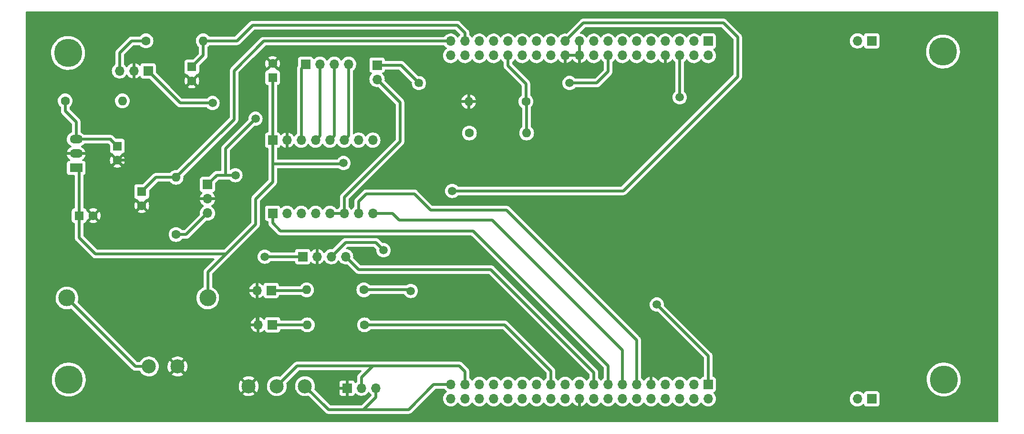
<source format=gbr>
%TF.GenerationSoftware,KiCad,Pcbnew,6.0.2+dfsg-1*%
%TF.CreationDate,2023-04-17T17:17:58+02:00*%
%TF.ProjectId,TransportPlatform_PCB,5472616e-7370-46f7-9274-506c6174666f,rev?*%
%TF.SameCoordinates,Original*%
%TF.FileFunction,Copper,L2,Bot*%
%TF.FilePolarity,Positive*%
%FSLAX46Y46*%
G04 Gerber Fmt 4.6, Leading zero omitted, Abs format (unit mm)*
G04 Created by KiCad (PCBNEW 6.0.2+dfsg-1) date 2023-04-17 17:17:58*
%MOMM*%
%LPD*%
G01*
G04 APERTURE LIST*
%TA.AperFunction,ComponentPad*%
%ADD10C,1.600000*%
%TD*%
%TA.AperFunction,ComponentPad*%
%ADD11O,1.600000X1.600000*%
%TD*%
%TA.AperFunction,ComponentPad*%
%ADD12C,2.500000*%
%TD*%
%TA.AperFunction,ComponentPad*%
%ADD13R,1.700000X1.700000*%
%TD*%
%TA.AperFunction,ComponentPad*%
%ADD14O,1.700000X1.700000*%
%TD*%
%TA.AperFunction,ComponentPad*%
%ADD15C,5.000000*%
%TD*%
%TA.AperFunction,ComponentPad*%
%ADD16R,1.600000X1.600000*%
%TD*%
%TA.AperFunction,ComponentPad*%
%ADD17C,3.000000*%
%TD*%
%TA.AperFunction,ComponentPad*%
%ADD18R,2.300000X1.500000*%
%TD*%
%TA.AperFunction,ComponentPad*%
%ADD19O,2.300000X1.500000*%
%TD*%
%TA.AperFunction,ViaPad*%
%ADD20C,1.500000*%
%TD*%
%TA.AperFunction,Conductor*%
%ADD21C,0.500000*%
%TD*%
G04 APERTURE END LIST*
D10*
%TO.P,R5,1*%
%TO.N,/ADC_CHANNEL*%
X125603000Y-39497000D03*
D11*
%TO.P,R5,2*%
%TO.N,/GND*%
X115443000Y-39497000D03*
%TD*%
D10*
%TO.P,R2,1*%
%TO.N,/Vbat*%
X115570000Y-45085000D03*
D11*
%TO.P,R2,2*%
%TO.N,/ADC_CHANNEL*%
X125730000Y-45085000D03*
%TD*%
D12*
%TO.P,J17,1,Pin_1*%
%TO.N,/Vbat_in*%
X58674000Y-86570000D03*
%TO.P,J17,2,Pin_2*%
%TO.N,/GND*%
X63754000Y-86570000D03*
%TD*%
D13*
%TO.P,J8,1,Pin_1*%
%TO.N,/#ENA*%
X80645000Y-59355000D03*
D14*
%TO.P,J8,2,Pin_2*%
%TO.N,unconnected-(J8-Pad2)*%
X83185000Y-59355000D03*
%TO.P,J8,3,Pin_3*%
%TO.N,unconnected-(J8-Pad3)*%
X85725000Y-59355000D03*
%TO.P,J8,4,Pin_4*%
%TO.N,unconnected-(J8-Pad4)*%
X88265000Y-59355000D03*
%TO.P,J8,5,Pin_5*%
%TO.N,/drv8825/#RST*%
X90805000Y-59355000D03*
%TO.P,J8,6,Pin_6*%
X93345000Y-59355000D03*
%TO.P,J8,7,Pin_7*%
%TO.N,/STEP*%
X95885000Y-59355000D03*
%TO.P,J8,8,Pin_8*%
%TO.N,/DIR*%
X98425000Y-59355000D03*
%TD*%
D13*
%TO.P,J10,1,Pin_1*%
%TO.N,/drv8825/B2*%
X86497000Y-32868000D03*
D14*
%TO.P,J10,2,Pin_2*%
%TO.N,/drv8825/B1*%
X89037000Y-32868000D03*
%TO.P,J10,3,Pin_3*%
%TO.N,/drv8825/A2*%
X91577000Y-32868000D03*
%TO.P,J10,4,Pin_4*%
%TO.N,/drv8825/A1*%
X94117000Y-32868000D03*
%TD*%
D15*
%TO.P,H4,2*%
%TO.N,N/C*%
X44450000Y-88900000D03*
%TD*%
D12*
%TO.P,J19,1,Pin_1*%
%TO.N,/GND*%
X76390000Y-90075000D03*
%TO.P,J19,2,Pin_2*%
%TO.N,/RX_IN*%
X81390000Y-90075000D03*
%TO.P,J19,3,Pin_3*%
%TO.N,/TX_IN*%
X86390000Y-90075000D03*
%TD*%
D16*
%TO.P,C5,1*%
%TO.N,/E5V*%
X53076000Y-47415887D03*
D10*
%TO.P,C5,2*%
%TO.N,/GND*%
X53076000Y-49915887D03*
%TD*%
D13*
%TO.P,JP1,1,A*%
%TO.N,/3V3*%
X99187000Y-33015000D03*
D14*
%TO.P,JP1,2,B*%
%TO.N,/drv8825/#RST*%
X99187000Y-35555000D03*
%TD*%
D15*
%TO.P,H3,4*%
%TO.N,N/C*%
X199771000Y-88900000D03*
%TD*%
D13*
%TO.P,J11,1,Pin_1*%
%TO.N,/3V3*%
X85979000Y-67056000D03*
D14*
%TO.P,J11,2,Pin_2*%
%TO.N,/GND*%
X88519000Y-67056000D03*
%TO.P,J11,3,Pin_3*%
%TO.N,/SDA*%
X91059000Y-67056000D03*
%TO.P,J11,4,Pin_4*%
%TO.N,/SCL*%
X93599000Y-67056000D03*
%TD*%
D16*
%TO.P,C1,1*%
%TO.N,/Vbat*%
X80645000Y-35241113D03*
D10*
%TO.P,C1,2*%
%TO.N,/GND*%
X80645000Y-32741113D03*
%TD*%
D15*
%TO.P,H1,1*%
%TO.N,N/C*%
X44323000Y-30861000D03*
%TD*%
D17*
%TO.P,F1,1*%
%TO.N,/Vbat_in*%
X44132000Y-74402000D03*
%TO.P,F1,2*%
%TO.N,/Vbat*%
X69132000Y-74402000D03*
%TD*%
D13*
%TO.P,J18,1,Pin_1*%
%TO.N,/GND*%
X93868000Y-90424000D03*
D14*
%TO.P,J18,2,Pin_2*%
%TO.N,/RX_IN*%
X96408000Y-90424000D03*
%TO.P,J18,3,Pin_3*%
%TO.N,/TX_IN*%
X98948000Y-90424000D03*
%TD*%
D13*
%TO.P,J16,1,Pin_1*%
%TO.N,/3V3*%
X69088000Y-54244000D03*
D14*
%TO.P,J16,2,Pin_2*%
%TO.N,/GND*%
X69088000Y-56784000D03*
%TO.P,J16,3,Pin_3*%
%TO.N,Net-(J16-Pad3)*%
X69088000Y-59324000D03*
%TD*%
D10*
%TO.P,R1,1*%
%TO.N,/E5V*%
X43815000Y-39370000D03*
D11*
%TO.P,R1,2*%
%TO.N,Net-(D1-Pad2)*%
X53975000Y-39370000D03*
%TD*%
D16*
%TO.P,C2,1*%
%TO.N,/Nucleo_Pinout/SWITCH_1*%
X66294000Y-33338888D03*
D10*
%TO.P,C2,2*%
%TO.N,/GND*%
X66294000Y-35838888D03*
%TD*%
%TO.P,R9,1*%
%TO.N,Net-(J16-Pad3)*%
X63500000Y-63119000D03*
D11*
%TO.P,R9,2*%
%TO.N,/Nucleo_Pinout/SWITCH_2*%
X63500000Y-52959000D03*
%TD*%
D13*
%TO.P,J9,1,Pin_1*%
%TO.N,/Vbat*%
X80645000Y-46355000D03*
D14*
%TO.P,J9,2,Pin_2*%
%TO.N,/GND*%
X83185000Y-46355000D03*
%TO.P,J9,3,Pin_3*%
%TO.N,/drv8825/B2*%
X85725000Y-46355000D03*
%TO.P,J9,4,Pin_4*%
%TO.N,/drv8825/B1*%
X88265000Y-46355000D03*
%TO.P,J9,5,Pin_5*%
%TO.N,/drv8825/A2*%
X90805000Y-46355000D03*
%TO.P,J9,6,Pin_6*%
%TO.N,/drv8825/A1*%
X93345000Y-46355000D03*
%TO.P,J9,7,Pin_7*%
%TO.N,unconnected-(J9-Pad7)*%
X95885000Y-46355000D03*
%TO.P,J9,8,Pin_8*%
%TO.N,unconnected-(J9-Pad8)*%
X98425000Y-46355000D03*
%TD*%
D13*
%TO.P,J4,1,Pin_1*%
%TO.N,unconnected-(J4-Pad1)*%
X186988000Y-28702000D03*
D14*
%TO.P,J4,2,Pin_2*%
%TO.N,unconnected-(J4-Pad2)*%
X184448000Y-28702000D03*
%TD*%
D15*
%TO.P,H2,3*%
%TO.N,N/C*%
X199644000Y-30607000D03*
%TD*%
D10*
%TO.P,R3,1*%
%TO.N,/Nucleo_Pinout/LED1*%
X96837500Y-72961500D03*
D11*
%TO.P,R3,2*%
%TO.N,Net-(J13-Pad1)*%
X86677500Y-72961500D03*
%TD*%
D18*
%TO.P,U1,1,IN*%
%TO.N,/Vbat*%
X45774000Y-51288000D03*
D19*
%TO.P,U1,2,GND*%
%TO.N,/GND*%
X45774000Y-48748000D03*
%TO.P,U1,3,OUT*%
%TO.N,/E5V*%
X45774000Y-46208000D03*
%TD*%
D13*
%TO.P,J3,1,Pin_1*%
%TO.N,unconnected-(J3-Pad1)*%
X186988000Y-92329000D03*
D14*
%TO.P,J3,2,Pin_2*%
%TO.N,unconnected-(J3-Pad2)*%
X184448000Y-92329000D03*
%TD*%
D16*
%TO.P,C3,1*%
%TO.N,/Nucleo_Pinout/SWITCH_2*%
X57404000Y-55499000D03*
D10*
%TO.P,C3,2*%
%TO.N,/GND*%
X57404000Y-57999000D03*
%TD*%
D16*
%TO.P,C4,1*%
%TO.N,/Vbat*%
X46298388Y-59763000D03*
D10*
%TO.P,C4,2*%
%TO.N,/GND*%
X48798388Y-59763000D03*
%TD*%
%TO.P,R4,1*%
%TO.N,/Nucleo_Pinout/LED2*%
X96964500Y-79184500D03*
D11*
%TO.P,R4,2*%
%TO.N,Net-(J14-Pad1)*%
X86804500Y-79184500D03*
%TD*%
D10*
%TO.P,R8,1*%
%TO.N,Net-(J15-Pad3)*%
X58166000Y-28702000D03*
D11*
%TO.P,R8,2*%
%TO.N,/Nucleo_Pinout/SWITCH_1*%
X68326000Y-28702000D03*
%TD*%
D13*
%TO.P,J15,1,Pin_1*%
%TO.N,/3V3*%
X58547000Y-34036000D03*
D14*
%TO.P,J15,2,Pin_2*%
%TO.N,/GND*%
X56007000Y-34036000D03*
%TO.P,J15,3,Pin_3*%
%TO.N,Net-(J15-Pad3)*%
X53467000Y-34036000D03*
%TD*%
D13*
%TO.P,J14,1,Pin_1*%
%TO.N,Net-(J14-Pad1)*%
X80633500Y-79176300D03*
D14*
%TO.P,J14,2,Pin_2*%
%TO.N,/GND*%
X78093500Y-79176300D03*
%TD*%
D13*
%TO.P,J13,1,Pin_1*%
%TO.N,Net-(J13-Pad1)*%
X80384500Y-73080300D03*
D14*
%TO.P,J13,2,Pin_2*%
%TO.N,/GND*%
X77844500Y-73080300D03*
%TD*%
D13*
%TO.P,J2,1,Pin_1*%
%TO.N,/Nucleo_Pinout/LED1*%
X157978000Y-89769000D03*
D14*
%TO.P,J2,2,Pin_2*%
%TO.N,unconnected-(J2-Pad2)*%
X157978000Y-92309000D03*
%TO.P,J2,3,Pin_3*%
%TO.N,unconnected-(J2-Pad3)*%
X155438000Y-89769000D03*
%TO.P,J2,4,Pin_4*%
%TO.N,unconnected-(J2-Pad4)*%
X155438000Y-92309000D03*
%TO.P,J2,5,Pin_5*%
%TO.N,unconnected-(J2-Pad5)*%
X152898000Y-89769000D03*
%TO.P,J2,6,Pin_6*%
%TO.N,unconnected-(J2-Pad6)*%
X152898000Y-92309000D03*
%TO.P,J2,7,Pin_7*%
%TO.N,unconnected-(J2-Pad7)*%
X150358000Y-89769000D03*
%TO.P,J2,8,Pin_8*%
%TO.N,unconnected-(J2-Pad8)*%
X150358000Y-92309000D03*
%TO.P,J2,9,Pin_9*%
%TO.N,/GND*%
X147818000Y-89769000D03*
%TO.P,J2,10,Pin_10*%
%TO.N,unconnected-(J2-Pad10)*%
X147818000Y-92309000D03*
%TO.P,J2,11,Pin_11*%
%TO.N,/STEP*%
X145278000Y-89769000D03*
%TO.P,J2,12,Pin_12*%
%TO.N,unconnected-(J2-Pad12)*%
X145278000Y-92309000D03*
%TO.P,J2,13,Pin_13*%
%TO.N,/DIR*%
X142738000Y-89769000D03*
%TO.P,J2,14,Pin_14*%
%TO.N,unconnected-(J2-Pad14)*%
X142738000Y-92309000D03*
%TO.P,J2,15,Pin_15*%
%TO.N,/#ENA*%
X140198000Y-89769000D03*
%TO.P,J2,16,Pin_16*%
%TO.N,unconnected-(J2-Pad16)*%
X140198000Y-92309000D03*
%TO.P,J2,17,Pin_17*%
%TO.N,/SCL*%
X137658000Y-89769000D03*
%TO.P,J2,18,Pin_18*%
%TO.N,unconnected-(J2-Pad18)*%
X137658000Y-92309000D03*
%TO.P,J2,19,Pin_19*%
%TO.N,unconnected-(J2-Pad19)*%
X135118000Y-89769000D03*
%TO.P,J2,20,Pin_20*%
%TO.N,/GND*%
X135118000Y-92309000D03*
%TO.P,J2,21,Pin_21*%
%TO.N,unconnected-(J2-Pad21)*%
X132578000Y-89769000D03*
%TO.P,J2,22,Pin_22*%
%TO.N,unconnected-(J2-Pad22)*%
X132578000Y-92309000D03*
%TO.P,J2,23,Pin_23*%
%TO.N,/Nucleo_Pinout/LED2*%
X130038000Y-89769000D03*
%TO.P,J2,24,Pin_24*%
%TO.N,unconnected-(J2-Pad24)*%
X130038000Y-92309000D03*
%TO.P,J2,25,Pin_25*%
%TO.N,unconnected-(J2-Pad25)*%
X127498000Y-89769000D03*
%TO.P,J2,26,Pin_26*%
%TO.N,unconnected-(J2-Pad26)*%
X127498000Y-92309000D03*
%TO.P,J2,27,Pin_27*%
%TO.N,unconnected-(J2-Pad27)*%
X124958000Y-89769000D03*
%TO.P,J2,28,Pin_28*%
%TO.N,unconnected-(J2-Pad28)*%
X124958000Y-92309000D03*
%TO.P,J2,29,Pin_29*%
%TO.N,unconnected-(J2-Pad29)*%
X122418000Y-89769000D03*
%TO.P,J2,30,Pin_30*%
%TO.N,unconnected-(J2-Pad30)*%
X122418000Y-92309000D03*
%TO.P,J2,31,Pin_31*%
%TO.N,unconnected-(J2-Pad31)*%
X119878000Y-89769000D03*
%TO.P,J2,32,Pin_32*%
%TO.N,unconnected-(J2-Pad32)*%
X119878000Y-92309000D03*
%TO.P,J2,33,Pin_33*%
%TO.N,unconnected-(J2-Pad33)*%
X117338000Y-89769000D03*
%TO.P,J2,34,Pin_34*%
%TO.N,unconnected-(J2-Pad34)*%
X117338000Y-92309000D03*
%TO.P,J2,35,Pin_35*%
%TO.N,/RX_IN*%
X114798000Y-89769000D03*
%TO.P,J2,36,Pin_36*%
%TO.N,unconnected-(J2-Pad36)*%
X114798000Y-92309000D03*
%TO.P,J2,37,Pin_37*%
%TO.N,/TX_IN*%
X112258000Y-89769000D03*
%TO.P,J2,38,Pin_38*%
%TO.N,unconnected-(J2-Pad38)*%
X112258000Y-92309000D03*
%TD*%
D13*
%TO.P,J1,1,Pin_1*%
%TO.N,unconnected-(J1-Pad1)*%
X157978000Y-28769000D03*
D14*
%TO.P,J1,2,Pin_2*%
%TO.N,unconnected-(J1-Pad2)*%
X157978000Y-31309000D03*
%TO.P,J1,3,Pin_3*%
%TO.N,unconnected-(J1-Pad3)*%
X155438000Y-28769000D03*
%TO.P,J1,4,Pin_4*%
%TO.N,unconnected-(J1-Pad4)*%
X155438000Y-31309000D03*
%TO.P,J1,5,Pin_5*%
%TO.N,unconnected-(J1-Pad5)*%
X152898000Y-28769000D03*
%TO.P,J1,6,Pin_6*%
%TO.N,/E5V*%
X152898000Y-31309000D03*
%TO.P,J1,7,Pin_7*%
%TO.N,unconnected-(J1-Pad7)*%
X150358000Y-28769000D03*
%TO.P,J1,8,Pin_8*%
%TO.N,/GND*%
X150358000Y-31309000D03*
%TO.P,J1,9,Pin_9*%
%TO.N,unconnected-(J1-Pad9)*%
X147818000Y-28769000D03*
%TO.P,J1,10,Pin_10*%
%TO.N,unconnected-(J1-Pad10)*%
X147818000Y-31309000D03*
%TO.P,J1,11,Pin_11*%
%TO.N,unconnected-(J1-Pad11)*%
X145278000Y-28769000D03*
%TO.P,J1,12,Pin_12*%
%TO.N,unconnected-(J1-Pad12)*%
X145278000Y-31309000D03*
%TO.P,J1,13,Pin_13*%
%TO.N,unconnected-(J1-Pad13)*%
X142738000Y-28769000D03*
%TO.P,J1,14,Pin_14*%
%TO.N,unconnected-(J1-Pad14)*%
X142738000Y-31309000D03*
%TO.P,J1,15,Pin_15*%
%TO.N,unconnected-(J1-Pad15)*%
X140198000Y-28769000D03*
%TO.P,J1,16,Pin_16*%
%TO.N,/3V3*%
X140198000Y-31309000D03*
%TO.P,J1,17,Pin_17*%
%TO.N,unconnected-(J1-Pad17)*%
X137658000Y-28769000D03*
%TO.P,J1,18,Pin_18*%
%TO.N,unconnected-(J1-Pad18)*%
X137658000Y-31309000D03*
%TO.P,J1,19,Pin_19*%
%TO.N,/GND*%
X135118000Y-28769000D03*
%TO.P,J1,20,Pin_20*%
X135118000Y-31309000D03*
%TO.P,J1,21,Pin_21*%
%TO.N,/SDA*%
X132578000Y-28769000D03*
%TO.P,J1,22,Pin_22*%
%TO.N,/GND*%
X132578000Y-31309000D03*
%TO.P,J1,23,Pin_23*%
%TO.N,unconnected-(J1-Pad23)*%
X130038000Y-28769000D03*
%TO.P,J1,24,Pin_24*%
%TO.N,unconnected-(J1-Pad24)*%
X130038000Y-31309000D03*
%TO.P,J1,25,Pin_25*%
%TO.N,unconnected-(J1-Pad25)*%
X127498000Y-28769000D03*
%TO.P,J1,26,Pin_26*%
%TO.N,unconnected-(J1-Pad26)*%
X127498000Y-31309000D03*
%TO.P,J1,27,Pin_27*%
%TO.N,unconnected-(J1-Pad27)*%
X124958000Y-28769000D03*
%TO.P,J1,28,Pin_28*%
%TO.N,unconnected-(J1-Pad28)*%
X124958000Y-31309000D03*
%TO.P,J1,29,Pin_29*%
%TO.N,unconnected-(J1-Pad29)*%
X122418000Y-28769000D03*
%TO.P,J1,30,Pin_30*%
%TO.N,/ADC_CHANNEL*%
X122418000Y-31309000D03*
%TO.P,J1,31,Pin_31*%
%TO.N,unconnected-(J1-Pad31)*%
X119878000Y-28769000D03*
%TO.P,J1,32,Pin_32*%
%TO.N,unconnected-(J1-Pad32)*%
X119878000Y-31309000D03*
%TO.P,J1,33,Pin_33*%
%TO.N,unconnected-(J1-Pad33)*%
X117338000Y-28769000D03*
%TO.P,J1,34,Pin_34*%
%TO.N,unconnected-(J1-Pad34)*%
X117338000Y-31309000D03*
%TO.P,J1,35,Pin_35*%
%TO.N,/Nucleo_Pinout/SWITCH_1*%
X114798000Y-28769000D03*
%TO.P,J1,36,Pin_36*%
%TO.N,unconnected-(J1-Pad36)*%
X114798000Y-31309000D03*
%TO.P,J1,37,Pin_37*%
%TO.N,/Nucleo_Pinout/SWITCH_2*%
X112258000Y-28769000D03*
%TO.P,J1,38,Pin_38*%
%TO.N,unconnected-(J1-Pad38)*%
X112258000Y-31309000D03*
%TD*%
D20*
%TO.N,/3V3*%
X77597000Y-42545000D03*
X74041000Y-52578000D03*
X69977000Y-39751000D03*
%TO.N,/Vbat*%
X93218000Y-50419000D03*
%TO.N,/E5V*%
X152908000Y-38735000D03*
%TO.N,/3V3*%
X79248000Y-67056000D03*
X106620000Y-36206800D03*
X133350000Y-36195000D03*
%TO.N,/SDA*%
X112522000Y-55372000D03*
X100330000Y-65913000D03*
%TO.N,/Nucleo_Pinout/LED1*%
X148844000Y-75565000D03*
X105156000Y-73152000D03*
%TO.N,/GND*%
X62611000Y-43307000D03*
%TD*%
D21*
%TO.N,/GND*%
X53076000Y-49915887D02*
X58161113Y-49915887D01*
X58161113Y-49915887D02*
X62611000Y-45466000D01*
X62611000Y-45466000D02*
X62611000Y-43307000D01*
%TO.N,Net-(J15-Pad3)*%
X58166000Y-28702000D02*
X55626000Y-28702000D01*
X53467000Y-30861000D02*
X53467000Y-34036000D01*
X55626000Y-28702000D02*
X53467000Y-30861000D01*
%TO.N,/3V3*%
X72263000Y-52578000D02*
X72263000Y-47879000D01*
X74041000Y-52578000D02*
X72263000Y-52578000D01*
X72263000Y-47879000D02*
X77216000Y-42926000D01*
X72263000Y-52578000D02*
X70739000Y-52578000D01*
%TO.N,/Nucleo_Pinout/SWITCH_1*%
X68326000Y-28702000D02*
X74295000Y-28702000D01*
X74295000Y-28702000D02*
X77089000Y-25908000D01*
X77089000Y-25908000D02*
X113411000Y-25908000D01*
X113411000Y-25908000D02*
X114798000Y-27295000D01*
X114798000Y-27295000D02*
X114798000Y-28769000D01*
%TO.N,/3V3*%
X70739000Y-52578000D02*
X69088000Y-54229000D01*
X69088000Y-54229000D02*
X69088000Y-54244000D01*
%TO.N,Net-(J16-Pad3)*%
X69088000Y-59324000D02*
X65293000Y-63119000D01*
X65293000Y-63119000D02*
X63500000Y-63119000D01*
%TO.N,/Nucleo_Pinout/SWITCH_2*%
X63500000Y-52959000D02*
X59944000Y-52959000D01*
X59944000Y-52959000D02*
X57404000Y-55499000D01*
X73787000Y-34036000D02*
X73787000Y-42672000D01*
X73787000Y-42672000D02*
X63500000Y-52959000D01*
%TO.N,/3V3*%
X69977000Y-39751000D02*
X64262000Y-39751000D01*
X64262000Y-39751000D02*
X58547000Y-34036000D01*
%TO.N,/Nucleo_Pinout/SWITCH_2*%
X112258000Y-28769000D02*
X79054000Y-28769000D01*
X79054000Y-28769000D02*
X73787000Y-34036000D01*
%TO.N,/GND*%
X62611000Y-43307000D02*
X63119000Y-43307000D01*
%TO.N,/3V3*%
X140198000Y-31309000D02*
X140198000Y-34173000D01*
X140198000Y-34173000D02*
X138176000Y-36195000D01*
X138176000Y-36195000D02*
X133350000Y-36195000D01*
X79248000Y-67056000D02*
X85979000Y-67056000D01*
%TO.N,/Vbat*%
X69132000Y-69806000D02*
X72263000Y-66675000D01*
X72263000Y-66675000D02*
X77597000Y-61341000D01*
X46298388Y-51812388D02*
X45774000Y-51288000D01*
X69132000Y-74402000D02*
X69132000Y-69806000D01*
X46298388Y-59763000D02*
X46298388Y-51812388D01*
X80645000Y-50546000D02*
X80645000Y-46355000D01*
X77597000Y-56815000D02*
X80645000Y-53767000D01*
X80645000Y-53767000D02*
X80645000Y-50546000D01*
X80645000Y-35241113D02*
X80645000Y-46355000D01*
X72199500Y-66611500D02*
X72263000Y-66675000D01*
X49212500Y-66611500D02*
X72199500Y-66611500D01*
X46298388Y-59763000D02*
X46298388Y-63697388D01*
X46298388Y-63697388D02*
X49212500Y-66611500D01*
X80645000Y-50546000D02*
X93345000Y-50546000D01*
X77597000Y-61341000D02*
X77597000Y-56815000D01*
%TO.N,/Nucleo_Pinout/SWITCH_1*%
X68326000Y-28702000D02*
X68326000Y-31306888D01*
X68326000Y-31306888D02*
X66294000Y-33338888D01*
%TO.N,/E5V*%
X51979057Y-46318943D02*
X53076000Y-47415887D01*
X51868113Y-46208000D02*
X51979057Y-46318943D01*
X45774000Y-46208000D02*
X51868114Y-46208000D01*
X152898000Y-38725000D02*
X152908000Y-38735000D01*
X45774000Y-46208000D02*
X45774000Y-43107000D01*
X43815000Y-41148000D02*
X43815000Y-39370000D01*
X45774000Y-43107000D02*
X43815000Y-41148000D01*
X51868114Y-46208000D02*
X51979057Y-46318943D01*
X152898000Y-31309000D02*
X152898000Y-38725000D01*
%TO.N,/3V3*%
X99187000Y-33015000D02*
X103428200Y-33015000D01*
X103428200Y-33015000D02*
X107001000Y-36587800D01*
%TO.N,/SDA*%
X98933000Y-64516000D02*
X93599000Y-64516000D01*
X160655000Y-25527000D02*
X135820000Y-25527000D01*
X163195000Y-28067000D02*
X160655000Y-25527000D01*
X142875000Y-55372000D02*
X163195000Y-35052000D01*
X93599000Y-64516000D02*
X91059000Y-67056000D01*
X163195000Y-35052000D02*
X163195000Y-28067000D01*
X135820000Y-25527000D02*
X132578000Y-28769000D01*
X112522000Y-55372000D02*
X142875000Y-55372000D01*
X100330000Y-65913000D02*
X98933000Y-64516000D01*
%TO.N,/Nucleo_Pinout/LED1*%
X157978000Y-84699000D02*
X148844000Y-75565000D01*
X157978000Y-89769000D02*
X157978000Y-84699000D01*
X96837500Y-72961500D02*
X104965500Y-72961500D01*
X104965500Y-72961500D02*
X105029000Y-73025000D01*
%TO.N,/STEP*%
X108712000Y-58801000D02*
X122174000Y-58801000D01*
X95885000Y-59355000D02*
X95885000Y-57277000D01*
X95885000Y-57277000D02*
X97282000Y-55880000D01*
X97282000Y-55880000D02*
X105791000Y-55880000D01*
X105791000Y-55880000D02*
X108712000Y-58801000D01*
X145278000Y-81905000D02*
X145278000Y-89769000D01*
X122174000Y-58801000D02*
X145278000Y-81905000D01*
%TO.N,/DIR*%
X98425000Y-59355000D02*
X101900000Y-59355000D01*
X103124000Y-60579000D02*
X119634000Y-60579000D01*
X142738000Y-83683000D02*
X142738000Y-89769000D01*
X101900000Y-59355000D02*
X103124000Y-60579000D01*
X119634000Y-60579000D02*
X142738000Y-83683000D01*
%TO.N,/#ENA*%
X140198000Y-86477000D02*
X140198000Y-89769000D01*
X116205000Y-62484000D02*
X120523000Y-66802000D01*
X80645000Y-59355000D02*
X80645000Y-61087000D01*
X80645000Y-61087000D02*
X82042000Y-62484000D01*
X82042000Y-62484000D02*
X116205000Y-62484000D01*
X120269000Y-66548000D02*
X140198000Y-86477000D01*
%TO.N,/SCL*%
X137658000Y-87620000D02*
X137658000Y-89769000D01*
X93599000Y-67056000D02*
X95885000Y-69342000D01*
X119380000Y-69342000D02*
X137658000Y-87620000D01*
X95885000Y-69342000D02*
X119380000Y-69342000D01*
%TO.N,/Nucleo_Pinout/LED2*%
X130038000Y-87366000D02*
X130038000Y-89769000D01*
X121856500Y-79184500D02*
X130038000Y-87366000D01*
X96964500Y-79184500D02*
X121856500Y-79184500D01*
%TO.N,/RX_IN*%
X98425000Y-86487000D02*
X84978000Y-86487000D01*
X96408000Y-88504000D02*
X96408000Y-90424000D01*
X84978000Y-86487000D02*
X81390000Y-90075000D01*
X114798000Y-87493000D02*
X113792000Y-86487000D01*
X114798000Y-89769000D02*
X114798000Y-87493000D01*
X98425000Y-86487000D02*
X96408000Y-88504000D01*
X113792000Y-86487000D02*
X98425000Y-86487000D01*
%TO.N,/TX_IN*%
X96774000Y-94234000D02*
X98948000Y-92060000D01*
X104775000Y-94234000D02*
X109240000Y-89769000D01*
X90549000Y-94234000D02*
X96774000Y-94234000D01*
X96774000Y-94234000D02*
X104775000Y-94234000D01*
X98948000Y-92060000D02*
X98948000Y-90424000D01*
X109240000Y-89769000D02*
X112258000Y-89769000D01*
X86390000Y-90075000D02*
X90549000Y-94234000D01*
%TO.N,/drv8825/#RST*%
X93345000Y-56515000D02*
X103251000Y-46609000D01*
X103251000Y-46609000D02*
X103251000Y-39619000D01*
X103251000Y-39619000D02*
X99187000Y-35555000D01*
X93345000Y-59355000D02*
X90805000Y-59355000D01*
X93345000Y-59355000D02*
X93345000Y-56515000D01*
%TO.N,/drv8825/B2*%
X85725000Y-33640000D02*
X86497000Y-32868000D01*
X85725000Y-46355000D02*
X85725000Y-33640000D01*
%TO.N,/drv8825/B1*%
X89037000Y-45583000D02*
X88265000Y-46355000D01*
X89037000Y-32868000D02*
X89037000Y-45583000D01*
%TO.N,/drv8825/A2*%
X91577000Y-32868000D02*
X91577000Y-45583000D01*
X91577000Y-45583000D02*
X90805000Y-46355000D01*
%TO.N,/drv8825/A1*%
X94117000Y-45583000D02*
X93345000Y-46355000D01*
X94117000Y-32868000D02*
X94117000Y-45583000D01*
%TO.N,/GND*%
X77844500Y-73080300D02*
X77844500Y-78927300D01*
X77844500Y-78927300D02*
X78093500Y-79176300D01*
%TO.N,/Vbat_in*%
X56300000Y-86570000D02*
X44132000Y-74402000D01*
X58674000Y-86570000D02*
X56300000Y-86570000D01*
%TO.N,Net-(J13-Pad1)*%
X86558700Y-73080300D02*
X86677500Y-72961500D01*
X80384500Y-73080300D02*
X86558700Y-73080300D01*
%TO.N,Net-(J14-Pad1)*%
X86804500Y-79184500D02*
X80641700Y-79184500D01*
X80641700Y-79184500D02*
X80633500Y-79176300D01*
%TO.N,/ADC_CHANNEL*%
X125603000Y-36322000D02*
X122418000Y-33137000D01*
X125730000Y-45085000D02*
X125730000Y-39624000D01*
X122418000Y-31309000D02*
X122418000Y-33137000D01*
X125603000Y-39497000D02*
X125603000Y-36322000D01*
X125730000Y-39624000D02*
X125603000Y-39497000D01*
%TD*%
%TA.AperFunction,Conductor*%
%TO.N,/GND*%
G36*
X209434121Y-23528002D02*
G01*
X209480614Y-23581658D01*
X209492000Y-23634000D01*
X209492000Y-96366000D01*
X209471998Y-96434121D01*
X209418342Y-96480614D01*
X209366000Y-96492000D01*
X36956000Y-96492000D01*
X36887879Y-96471998D01*
X36841386Y-96418342D01*
X36830000Y-96366000D01*
X36830000Y-88805341D01*
X41437888Y-88805341D01*
X41437983Y-88808971D01*
X41437983Y-88808972D01*
X41446186Y-89122240D01*
X41446970Y-89152171D01*
X41495856Y-89495660D01*
X41583897Y-89831253D01*
X41709927Y-90154503D01*
X41717375Y-90168570D01*
X41863284Y-90444144D01*
X41872275Y-90461126D01*
X41874325Y-90464109D01*
X41874327Y-90464112D01*
X42066733Y-90744064D01*
X42066739Y-90744071D01*
X42068790Y-90747056D01*
X42126135Y-90812792D01*
X42281656Y-90991069D01*
X42296866Y-91008505D01*
X42418781Y-91119439D01*
X42543573Y-91232990D01*
X42553481Y-91242006D01*
X42835233Y-91444466D01*
X43138388Y-91613200D01*
X43458928Y-91745972D01*
X43462422Y-91746967D01*
X43462424Y-91746968D01*
X43789103Y-91840025D01*
X43789108Y-91840026D01*
X43792604Y-91841022D01*
X43989304Y-91873233D01*
X44131412Y-91896504D01*
X44131419Y-91896505D01*
X44134993Y-91897090D01*
X44308276Y-91905262D01*
X44477931Y-91913263D01*
X44477932Y-91913263D01*
X44481558Y-91913434D01*
X44490415Y-91912830D01*
X44824073Y-91890084D01*
X44824081Y-91890083D01*
X44827704Y-91889836D01*
X44831279Y-91889173D01*
X44831282Y-91889173D01*
X45165279Y-91827270D01*
X45165283Y-91827269D01*
X45168844Y-91826609D01*
X45435477Y-91744582D01*
X45496978Y-91725662D01*
X45500456Y-91724592D01*
X45818145Y-91585136D01*
X45840237Y-91572227D01*
X45990992Y-91484133D01*
X75345612Y-91484133D01*
X75354325Y-91495653D01*
X75452018Y-91567284D01*
X75459928Y-91572227D01*
X75682890Y-91689533D01*
X75691453Y-91693256D01*
X75929304Y-91776318D01*
X75938313Y-91778732D01*
X76185842Y-91825727D01*
X76195098Y-91826781D01*
X76446857Y-91836673D01*
X76456171Y-91836347D01*
X76706615Y-91808920D01*
X76715792Y-91807219D01*
X76959431Y-91743074D01*
X76968251Y-91740037D01*
X77199736Y-91640583D01*
X77208008Y-91636276D01*
X77422249Y-91503700D01*
X77429188Y-91498658D01*
X77437518Y-91486019D01*
X77431456Y-91475666D01*
X76402812Y-90447022D01*
X76388868Y-90439408D01*
X76387035Y-90439539D01*
X76380420Y-90443790D01*
X75352270Y-91471940D01*
X75345612Y-91484133D01*
X45990992Y-91484133D01*
X46114560Y-91411926D01*
X46114562Y-91411925D01*
X46117700Y-91410091D01*
X46127208Y-91402952D01*
X46392244Y-91203958D01*
X46392248Y-91203955D01*
X46395151Y-91201775D01*
X46646819Y-90962950D01*
X46869370Y-90696783D01*
X46878823Y-90682393D01*
X47007013Y-90487240D01*
X47059853Y-90406799D01*
X47160582Y-90206522D01*
X47214117Y-90100080D01*
X47214120Y-90100072D01*
X47215744Y-90096844D01*
X47238916Y-90033523D01*
X74627898Y-90033523D01*
X74639987Y-90285175D01*
X74641124Y-90294435D01*
X74690274Y-90541535D01*
X74692768Y-90550528D01*
X74777900Y-90787639D01*
X74781700Y-90796174D01*
X74900946Y-91018101D01*
X74905957Y-91025968D01*
X74969446Y-91110990D01*
X74980704Y-91119439D01*
X74993123Y-91112667D01*
X76017978Y-90087812D01*
X76024356Y-90076132D01*
X76754408Y-90076132D01*
X76754539Y-90077965D01*
X76758790Y-90084580D01*
X77789913Y-91115703D01*
X77802293Y-91122463D01*
X77810634Y-91116219D01*
X77936765Y-90920127D01*
X77941212Y-90911936D01*
X78044691Y-90682222D01*
X78047882Y-90673455D01*
X78116269Y-90430976D01*
X78118129Y-90421834D01*
X78150116Y-90170396D01*
X78150597Y-90164108D01*
X78152847Y-90078160D01*
X78152696Y-90071851D01*
X78133912Y-89819074D01*
X78132536Y-89809868D01*
X78076929Y-89564126D01*
X78074205Y-89555215D01*
X77982888Y-89320392D01*
X77978877Y-89311983D01*
X77853854Y-89093240D01*
X77848643Y-89085514D01*
X77811391Y-89038261D01*
X77799466Y-89029790D01*
X77787934Y-89036276D01*
X76762022Y-90062188D01*
X76754408Y-90076132D01*
X76024356Y-90076132D01*
X76025592Y-90073868D01*
X76025461Y-90072035D01*
X76021210Y-90065420D01*
X74991321Y-89035531D01*
X74978013Y-89028264D01*
X74967974Y-89035386D01*
X74957761Y-89047666D01*
X74952346Y-89055258D01*
X74821646Y-89270646D01*
X74817408Y-89278963D01*
X74719981Y-89511299D01*
X74717020Y-89520149D01*
X74655006Y-89764331D01*
X74653384Y-89773528D01*
X74628143Y-90024198D01*
X74627898Y-90033523D01*
X47238916Y-90033523D01*
X47317421Y-89819000D01*
X47333729Y-89774437D01*
X47333730Y-89774433D01*
X47334977Y-89771026D01*
X47335822Y-89767504D01*
X47335825Y-89767496D01*
X47415124Y-89437191D01*
X47415125Y-89437187D01*
X47415971Y-89433662D01*
X47419484Y-89404635D01*
X47457316Y-89092004D01*
X47457316Y-89091997D01*
X47457652Y-89089225D01*
X47457778Y-89085234D01*
X47462538Y-88933757D01*
X47463599Y-88900000D01*
X47463438Y-88897204D01*
X47449980Y-88663803D01*
X75343216Y-88663803D01*
X75347789Y-88673579D01*
X76377188Y-89702978D01*
X76391132Y-89710592D01*
X76392965Y-89710461D01*
X76399580Y-89706210D01*
X77428419Y-88677371D01*
X77434803Y-88665681D01*
X77425391Y-88653570D01*
X77288593Y-88558670D01*
X77280565Y-88553942D01*
X77054593Y-88442505D01*
X77045960Y-88439017D01*
X76805998Y-88362205D01*
X76796938Y-88360029D01*
X76548260Y-88319529D01*
X76538973Y-88318717D01*
X76287053Y-88315419D01*
X76277742Y-88315989D01*
X76028097Y-88349964D01*
X76018978Y-88351902D01*
X75777098Y-88422404D01*
X75768367Y-88425667D01*
X75539558Y-88531151D01*
X75531406Y-88535670D01*
X75352353Y-88653062D01*
X75343216Y-88663803D01*
X47449980Y-88663803D01*
X47443836Y-88557246D01*
X47443835Y-88557241D01*
X47443627Y-88553626D01*
X47423697Y-88439432D01*
X47384600Y-88215415D01*
X47384598Y-88215408D01*
X47383976Y-88211842D01*
X47376669Y-88187172D01*
X47318457Y-87990653D01*
X47285437Y-87879180D01*
X47263508Y-87827768D01*
X47150740Y-87563386D01*
X47150738Y-87563383D01*
X47149316Y-87560048D01*
X47122692Y-87513370D01*
X46979208Y-87261816D01*
X46977417Y-87258676D01*
X46972944Y-87252586D01*
X46884338Y-87131965D01*
X46772018Y-86979060D01*
X46535842Y-86724904D01*
X46272019Y-86499578D01*
X45984047Y-86306069D01*
X45837903Y-86230638D01*
X45678961Y-86148602D01*
X45675741Y-86146940D01*
X45351189Y-86024302D01*
X45347668Y-86023418D01*
X45347663Y-86023416D01*
X45143292Y-85972082D01*
X45014692Y-85939780D01*
X44992476Y-85936855D01*
X44674315Y-85894968D01*
X44674307Y-85894967D01*
X44670711Y-85894494D01*
X44526045Y-85892221D01*
X44327446Y-85889101D01*
X44327442Y-85889101D01*
X44323804Y-85889044D01*
X44320190Y-85889405D01*
X44320184Y-85889405D01*
X44076843Y-85913694D01*
X43978569Y-85923503D01*
X43782826Y-85966182D01*
X43646353Y-85995938D01*
X43639583Y-85997414D01*
X43636156Y-85998587D01*
X43636150Y-85998589D01*
X43421186Y-86072188D01*
X43311339Y-86109797D01*
X42998188Y-86259163D01*
X42704279Y-86443532D01*
X42701443Y-86445804D01*
X42701436Y-86445809D01*
X42457384Y-86641332D01*
X42433509Y-86660459D01*
X42189466Y-86907071D01*
X42187225Y-86909929D01*
X42018497Y-87125117D01*
X41975386Y-87180098D01*
X41973493Y-87183187D01*
X41973491Y-87183190D01*
X41927233Y-87258676D01*
X41794105Y-87475921D01*
X41792580Y-87479206D01*
X41792578Y-87479210D01*
X41723825Y-87627326D01*
X41648027Y-87790620D01*
X41602932Y-87926974D01*
X41542620Y-88109341D01*
X41539087Y-88120023D01*
X41538351Y-88123578D01*
X41538350Y-88123581D01*
X41470317Y-88452102D01*
X41468730Y-88459764D01*
X41455006Y-88613542D01*
X41442493Y-88753748D01*
X41437888Y-88805341D01*
X36830000Y-88805341D01*
X36830000Y-74380918D01*
X42118917Y-74380918D01*
X42134682Y-74654320D01*
X42135507Y-74658525D01*
X42135508Y-74658533D01*
X42165917Y-74813526D01*
X42187405Y-74923053D01*
X42188792Y-74927103D01*
X42188793Y-74927108D01*
X42274723Y-75178088D01*
X42276112Y-75182144D01*
X42399160Y-75426799D01*
X42401586Y-75430328D01*
X42401589Y-75430334D01*
X42494143Y-75565000D01*
X42554274Y-75652490D01*
X42738582Y-75855043D01*
X42948675Y-76030707D01*
X42952316Y-76032991D01*
X43177024Y-76173951D01*
X43177028Y-76173953D01*
X43180664Y-76176234D01*
X43248544Y-76206883D01*
X43426345Y-76287164D01*
X43426349Y-76287166D01*
X43430257Y-76288930D01*
X43434377Y-76290150D01*
X43434376Y-76290150D01*
X43688723Y-76365491D01*
X43688727Y-76365492D01*
X43692836Y-76366709D01*
X43697070Y-76367357D01*
X43697075Y-76367358D01*
X43959298Y-76407483D01*
X43959300Y-76407483D01*
X43963540Y-76408132D01*
X44102912Y-76410322D01*
X44233071Y-76412367D01*
X44233077Y-76412367D01*
X44237362Y-76412434D01*
X44509235Y-76379534D01*
X44774127Y-76310041D01*
X44778096Y-76308397D01*
X44778099Y-76308396D01*
X44832981Y-76285663D01*
X44903571Y-76278073D01*
X44970295Y-76312976D01*
X55716230Y-87058911D01*
X55728616Y-87073323D01*
X55737149Y-87084918D01*
X55737154Y-87084923D01*
X55741492Y-87090818D01*
X55747070Y-87095557D01*
X55747073Y-87095560D01*
X55781768Y-87125035D01*
X55789284Y-87131965D01*
X55794980Y-87137661D01*
X55797841Y-87139924D01*
X55797846Y-87139929D01*
X55817256Y-87155285D01*
X55820658Y-87158074D01*
X55858613Y-87190319D01*
X55876285Y-87205333D01*
X55882802Y-87208661D01*
X55887850Y-87212027D01*
X55892972Y-87215190D01*
X55898716Y-87219735D01*
X55964895Y-87250664D01*
X55968779Y-87252563D01*
X56033808Y-87285769D01*
X56040923Y-87287510D01*
X56046578Y-87289613D01*
X56052317Y-87291522D01*
X56058950Y-87294622D01*
X56130435Y-87309491D01*
X56134701Y-87310457D01*
X56205610Y-87327808D01*
X56211212Y-87328156D01*
X56211215Y-87328156D01*
X56216764Y-87328500D01*
X56216762Y-87328535D01*
X56220734Y-87328775D01*
X56224955Y-87329152D01*
X56232115Y-87330641D01*
X56309542Y-87328546D01*
X56312950Y-87328500D01*
X57009854Y-87328500D01*
X57077975Y-87348502D01*
X57120846Y-87394862D01*
X57143728Y-87437447D01*
X57186737Y-87517491D01*
X57189532Y-87521234D01*
X57189534Y-87521237D01*
X57340330Y-87723177D01*
X57340335Y-87723183D01*
X57343122Y-87726915D01*
X57346431Y-87730195D01*
X57346436Y-87730201D01*
X57500238Y-87882666D01*
X57528743Y-87910923D01*
X57532505Y-87913681D01*
X57532508Y-87913684D01*
X57679211Y-88021251D01*
X57739524Y-88065474D01*
X57743667Y-88067654D01*
X57743669Y-88067655D01*
X57966684Y-88184989D01*
X57966689Y-88184991D01*
X57970834Y-88187172D01*
X58217590Y-88273344D01*
X58222183Y-88274216D01*
X58469785Y-88321224D01*
X58469788Y-88321224D01*
X58474374Y-88322095D01*
X58604959Y-88327226D01*
X58730875Y-88332174D01*
X58730881Y-88332174D01*
X58735543Y-88332357D01*
X58814977Y-88323657D01*
X58990707Y-88304412D01*
X58990712Y-88304411D01*
X58995360Y-88303902D01*
X59001753Y-88302219D01*
X59243594Y-88238548D01*
X59243596Y-88238547D01*
X59248117Y-88237357D01*
X59262239Y-88231290D01*
X59483972Y-88136025D01*
X59488262Y-88134182D01*
X59710519Y-87996646D01*
X59714082Y-87993629D01*
X59714087Y-87993626D01*
X59731207Y-87979133D01*
X62709612Y-87979133D01*
X62718325Y-87990653D01*
X62816018Y-88062284D01*
X62823928Y-88067227D01*
X63046890Y-88184533D01*
X63055453Y-88188256D01*
X63293304Y-88271318D01*
X63302313Y-88273732D01*
X63549842Y-88320727D01*
X63559098Y-88321781D01*
X63810857Y-88331673D01*
X63820171Y-88331347D01*
X64070615Y-88303920D01*
X64079792Y-88302219D01*
X64323431Y-88238074D01*
X64332251Y-88235037D01*
X64563736Y-88135583D01*
X64572008Y-88131276D01*
X64786249Y-87998700D01*
X64793188Y-87993658D01*
X64801518Y-87981019D01*
X64795456Y-87970666D01*
X63766812Y-86942022D01*
X63752868Y-86934408D01*
X63751035Y-86934539D01*
X63744420Y-86938790D01*
X62716270Y-87966940D01*
X62709612Y-87979133D01*
X59731207Y-87979133D01*
X59906439Y-87830787D01*
X59906440Y-87830786D01*
X59910005Y-87827768D01*
X60017154Y-87705588D01*
X60079257Y-87634774D01*
X60079261Y-87634769D01*
X60082339Y-87631259D01*
X60112881Y-87583777D01*
X60221205Y-87415367D01*
X60223733Y-87411437D01*
X60331083Y-87173129D01*
X60346169Y-87119638D01*
X60400760Y-86926076D01*
X60400761Y-86926073D01*
X60402030Y-86921572D01*
X60414732Y-86821721D01*
X60434616Y-86665421D01*
X60434616Y-86665417D01*
X60435014Y-86662291D01*
X60435098Y-86659108D01*
X60437348Y-86573160D01*
X60437431Y-86570000D01*
X60434349Y-86528523D01*
X61991898Y-86528523D01*
X62003987Y-86780175D01*
X62005124Y-86789435D01*
X62054274Y-87036535D01*
X62056768Y-87045528D01*
X62141900Y-87282639D01*
X62145700Y-87291174D01*
X62264946Y-87513101D01*
X62269957Y-87520968D01*
X62333446Y-87605990D01*
X62344704Y-87614439D01*
X62357123Y-87607667D01*
X63381978Y-86582812D01*
X63388356Y-86571132D01*
X64118408Y-86571132D01*
X64118539Y-86572965D01*
X64122790Y-86579580D01*
X65153913Y-87610703D01*
X65166293Y-87617463D01*
X65174634Y-87611219D01*
X65300765Y-87415127D01*
X65305212Y-87406936D01*
X65408691Y-87177222D01*
X65411882Y-87168455D01*
X65480269Y-86925976D01*
X65482129Y-86916834D01*
X65514116Y-86665396D01*
X65514597Y-86659108D01*
X65516847Y-86573160D01*
X65516696Y-86566851D01*
X65497912Y-86314074D01*
X65496536Y-86304868D01*
X65440929Y-86059126D01*
X65438205Y-86050215D01*
X65346888Y-85815392D01*
X65342877Y-85806983D01*
X65217854Y-85588240D01*
X65212643Y-85580514D01*
X65175391Y-85533261D01*
X65163466Y-85524790D01*
X65151934Y-85531276D01*
X64126022Y-86557188D01*
X64118408Y-86571132D01*
X63388356Y-86571132D01*
X63389592Y-86568868D01*
X63389461Y-86567035D01*
X63385210Y-86560420D01*
X62355321Y-85530531D01*
X62342013Y-85523264D01*
X62331974Y-85530386D01*
X62321761Y-85542666D01*
X62316346Y-85550258D01*
X62185646Y-85765646D01*
X62181408Y-85773963D01*
X62083981Y-86006299D01*
X62081020Y-86015149D01*
X62019006Y-86259331D01*
X62017384Y-86268528D01*
X61992143Y-86519198D01*
X61991898Y-86528523D01*
X60434349Y-86528523D01*
X60427827Y-86440767D01*
X60418407Y-86314000D01*
X60418406Y-86313996D01*
X60418061Y-86309348D01*
X60416944Y-86304408D01*
X60372907Y-86109797D01*
X60360377Y-86054423D01*
X60358684Y-86050069D01*
X60267340Y-85815176D01*
X60267339Y-85815173D01*
X60265647Y-85810823D01*
X60263103Y-85806371D01*
X60138270Y-85587960D01*
X60135951Y-85583902D01*
X59974138Y-85378643D01*
X59783763Y-85199557D01*
X59725017Y-85158803D01*
X62707216Y-85158803D01*
X62711789Y-85168579D01*
X63741188Y-86197978D01*
X63755132Y-86205592D01*
X63756965Y-86205461D01*
X63763580Y-86201210D01*
X64792419Y-85172371D01*
X64798803Y-85160681D01*
X64789391Y-85148570D01*
X64652593Y-85053670D01*
X64644565Y-85048942D01*
X64418593Y-84937505D01*
X64409960Y-84934017D01*
X64169998Y-84857205D01*
X64160938Y-84855029D01*
X63912260Y-84814529D01*
X63902973Y-84813717D01*
X63651053Y-84810419D01*
X63641742Y-84810989D01*
X63392097Y-84844964D01*
X63382978Y-84846902D01*
X63141098Y-84917404D01*
X63132367Y-84920667D01*
X62903558Y-85026151D01*
X62895406Y-85030670D01*
X62716353Y-85148062D01*
X62707216Y-85158803D01*
X59725017Y-85158803D01*
X59569009Y-85050576D01*
X59528644Y-85030670D01*
X59338781Y-84937040D01*
X59338778Y-84937039D01*
X59334593Y-84934975D01*
X59288449Y-84920204D01*
X59090123Y-84856720D01*
X59085665Y-84855293D01*
X58827693Y-84813279D01*
X58713942Y-84811790D01*
X58571022Y-84809919D01*
X58571019Y-84809919D01*
X58566345Y-84809858D01*
X58307362Y-84845104D01*
X58056433Y-84918243D01*
X58052180Y-84920203D01*
X58052179Y-84920204D01*
X58001888Y-84943389D01*
X57819072Y-85027668D01*
X57780067Y-85053241D01*
X57604404Y-85168410D01*
X57604399Y-85168414D01*
X57600491Y-85170976D01*
X57405494Y-85345018D01*
X57238363Y-85545970D01*
X57116653Y-85746543D01*
X57114030Y-85750865D01*
X57061591Y-85798726D01*
X57006311Y-85811500D01*
X56666370Y-85811500D01*
X56598249Y-85791498D01*
X56577275Y-85774595D01*
X50246946Y-79444266D01*
X76761757Y-79444266D01*
X76792065Y-79578746D01*
X76795145Y-79588575D01*
X76875270Y-79785903D01*
X76879913Y-79795094D01*
X76991194Y-79976688D01*
X76997277Y-79984999D01*
X77136713Y-80145967D01*
X77144080Y-80153183D01*
X77307934Y-80289216D01*
X77316381Y-80295131D01*
X77500256Y-80402579D01*
X77509542Y-80407029D01*
X77708501Y-80483003D01*
X77718399Y-80485879D01*
X77821750Y-80506906D01*
X77835799Y-80505710D01*
X77839500Y-80495365D01*
X77839500Y-80494817D01*
X78347500Y-80494817D01*
X78351564Y-80508659D01*
X78364978Y-80510693D01*
X78371684Y-80509834D01*
X78381762Y-80507692D01*
X78585755Y-80446491D01*
X78595342Y-80442733D01*
X78786595Y-80349039D01*
X78795445Y-80343764D01*
X78968828Y-80220092D01*
X78976693Y-80213445D01*
X79081397Y-80109105D01*
X79143768Y-80075189D01*
X79214575Y-80080377D01*
X79271337Y-80123023D01*
X79288319Y-80154126D01*
X79302029Y-80190698D01*
X79332885Y-80273005D01*
X79420239Y-80389561D01*
X79536795Y-80476915D01*
X79673184Y-80528045D01*
X79735366Y-80534800D01*
X81531634Y-80534800D01*
X81593816Y-80528045D01*
X81730205Y-80476915D01*
X81846761Y-80389561D01*
X81934115Y-80273005D01*
X81985245Y-80136616D01*
X81992000Y-80074434D01*
X81992000Y-80069000D01*
X81992134Y-80068544D01*
X81992184Y-80067620D01*
X81992402Y-80067632D01*
X82012002Y-80000879D01*
X82065658Y-79954386D01*
X82118000Y-79943000D01*
X85672633Y-79943000D01*
X85740754Y-79963002D01*
X85775845Y-79996728D01*
X85798302Y-80028800D01*
X85960200Y-80190698D01*
X85964708Y-80193855D01*
X85964711Y-80193857D01*
X85992686Y-80213445D01*
X86147751Y-80322023D01*
X86152733Y-80324346D01*
X86152738Y-80324349D01*
X86304127Y-80394942D01*
X86355257Y-80418784D01*
X86360565Y-80420206D01*
X86360567Y-80420207D01*
X86571098Y-80476619D01*
X86571100Y-80476619D01*
X86576413Y-80478043D01*
X86804500Y-80497998D01*
X87032587Y-80478043D01*
X87037900Y-80476619D01*
X87037902Y-80476619D01*
X87248433Y-80420207D01*
X87248435Y-80420206D01*
X87253743Y-80418784D01*
X87304873Y-80394942D01*
X87456262Y-80324349D01*
X87456267Y-80324346D01*
X87461249Y-80322023D01*
X87616314Y-80213445D01*
X87644289Y-80193857D01*
X87644292Y-80193855D01*
X87648800Y-80190698D01*
X87810698Y-80028800D01*
X87942023Y-79841249D01*
X87944346Y-79836267D01*
X87944349Y-79836262D01*
X88036461Y-79638725D01*
X88036461Y-79638724D01*
X88038784Y-79633743D01*
X88098043Y-79412587D01*
X88117998Y-79184500D01*
X88098043Y-78956413D01*
X88096619Y-78951098D01*
X88040207Y-78740567D01*
X88040206Y-78740565D01*
X88038784Y-78735257D01*
X88013566Y-78681177D01*
X87944349Y-78532738D01*
X87944346Y-78532733D01*
X87942023Y-78527751D01*
X87810698Y-78340200D01*
X87648800Y-78178302D01*
X87644292Y-78175145D01*
X87644289Y-78175143D01*
X87507832Y-78079595D01*
X87461249Y-78046977D01*
X87456267Y-78044654D01*
X87456262Y-78044651D01*
X87258725Y-77952539D01*
X87258724Y-77952539D01*
X87253743Y-77950216D01*
X87248435Y-77948794D01*
X87248433Y-77948793D01*
X87037902Y-77892381D01*
X87037900Y-77892381D01*
X87032587Y-77890957D01*
X86804500Y-77871002D01*
X86576413Y-77890957D01*
X86571100Y-77892381D01*
X86571098Y-77892381D01*
X86360567Y-77948793D01*
X86360565Y-77948794D01*
X86355257Y-77950216D01*
X86350276Y-77952539D01*
X86350275Y-77952539D01*
X86152738Y-78044651D01*
X86152733Y-78044654D01*
X86147751Y-78046977D01*
X86101168Y-78079595D01*
X85964711Y-78175143D01*
X85964708Y-78175145D01*
X85960200Y-78178302D01*
X85798302Y-78340200D01*
X85775845Y-78372271D01*
X85720390Y-78416599D01*
X85672633Y-78426000D01*
X82118000Y-78426000D01*
X82049879Y-78405998D01*
X82003386Y-78352342D01*
X81992000Y-78300000D01*
X81992000Y-78278166D01*
X81985245Y-78215984D01*
X81934115Y-78079595D01*
X81846761Y-77963039D01*
X81730205Y-77875685D01*
X81593816Y-77824555D01*
X81531634Y-77817800D01*
X79735366Y-77817800D01*
X79673184Y-77824555D01*
X79536795Y-77875685D01*
X79420239Y-77963039D01*
X79332885Y-78079595D01*
X79329733Y-78088003D01*
X79329732Y-78088005D01*
X79288222Y-78198733D01*
X79245581Y-78255498D01*
X79179019Y-78280198D01*
X79109670Y-78264991D01*
X79077046Y-78239304D01*
X79026299Y-78183534D01*
X79018773Y-78176515D01*
X78851639Y-78044522D01*
X78843052Y-78038817D01*
X78656617Y-77935899D01*
X78647205Y-77931669D01*
X78446459Y-77860580D01*
X78436488Y-77857946D01*
X78365337Y-77845272D01*
X78352040Y-77846732D01*
X78347500Y-77861289D01*
X78347500Y-80494817D01*
X77839500Y-80494817D01*
X77839500Y-79448415D01*
X77835025Y-79433176D01*
X77833635Y-79431971D01*
X77825952Y-79430300D01*
X76776725Y-79430300D01*
X76763194Y-79434273D01*
X76761757Y-79444266D01*
X50246946Y-79444266D01*
X49713163Y-78910483D01*
X76757889Y-78910483D01*
X76759412Y-78918907D01*
X76771792Y-78922300D01*
X77821385Y-78922300D01*
X77836624Y-78917825D01*
X77837829Y-78916435D01*
X77839500Y-78908752D01*
X77839500Y-77859402D01*
X77835582Y-77846058D01*
X77821306Y-77844071D01*
X77782824Y-77849960D01*
X77772788Y-77852351D01*
X77570368Y-77918512D01*
X77560859Y-77922509D01*
X77371963Y-78020842D01*
X77363238Y-78026336D01*
X77192933Y-78154205D01*
X77185226Y-78161048D01*
X77038090Y-78315017D01*
X77031604Y-78323027D01*
X76911598Y-78498949D01*
X76906500Y-78507923D01*
X76816838Y-78701083D01*
X76813275Y-78710770D01*
X76757889Y-78910483D01*
X49713163Y-78910483D01*
X46042009Y-75239329D01*
X46007983Y-75177017D01*
X46013238Y-75105697D01*
X46057749Y-74987900D01*
X46057751Y-74987895D01*
X46059269Y-74983877D01*
X46111122Y-74757473D01*
X46119449Y-74721117D01*
X46119450Y-74721113D01*
X46120407Y-74716933D01*
X46130741Y-74601148D01*
X46144531Y-74446627D01*
X46144531Y-74446625D01*
X46144751Y-74444161D01*
X46145054Y-74415307D01*
X46145167Y-74404484D01*
X46145167Y-74404483D01*
X46145193Y-74402000D01*
X46145024Y-74399519D01*
X46126859Y-74133055D01*
X46126858Y-74133049D01*
X46126567Y-74128778D01*
X46125352Y-74122908D01*
X46076911Y-73888999D01*
X46071032Y-73860612D01*
X45979617Y-73602465D01*
X45860340Y-73371371D01*
X45855978Y-73362919D01*
X45855978Y-73362918D01*
X45854013Y-73359112D01*
X45849307Y-73352415D01*
X45775279Y-73247085D01*
X45696545Y-73135057D01*
X45535266Y-72961500D01*
X45513046Y-72937588D01*
X45513043Y-72937585D01*
X45510125Y-72934445D01*
X45506810Y-72931731D01*
X45506806Y-72931728D01*
X45301523Y-72763706D01*
X45298205Y-72760990D01*
X45064704Y-72617901D01*
X45060768Y-72616173D01*
X44817873Y-72509549D01*
X44817869Y-72509548D01*
X44813945Y-72507825D01*
X44550566Y-72432800D01*
X44546324Y-72432196D01*
X44546318Y-72432195D01*
X44345834Y-72403662D01*
X44279443Y-72394213D01*
X44135589Y-72393460D01*
X44009877Y-72392802D01*
X44009871Y-72392802D01*
X44005591Y-72392780D01*
X44001347Y-72393339D01*
X44001343Y-72393339D01*
X43882302Y-72409011D01*
X43734078Y-72428525D01*
X43729938Y-72429658D01*
X43729936Y-72429658D01*
X43657008Y-72449609D01*
X43469928Y-72500788D01*
X43453430Y-72507825D01*
X43221982Y-72606546D01*
X43221978Y-72606548D01*
X43218030Y-72608232D01*
X43198125Y-72620145D01*
X42986725Y-72746664D01*
X42986721Y-72746667D01*
X42983043Y-72748868D01*
X42769318Y-72920094D01*
X42580808Y-73118742D01*
X42421002Y-73341136D01*
X42292857Y-73583161D01*
X42291385Y-73587184D01*
X42291383Y-73587188D01*
X42213033Y-73801289D01*
X42198743Y-73840337D01*
X42140404Y-74107907D01*
X42134966Y-74177005D01*
X42123680Y-74320406D01*
X42118917Y-74380918D01*
X36830000Y-74380918D01*
X36830000Y-52086134D01*
X44115500Y-52086134D01*
X44122255Y-52148316D01*
X44173385Y-52284705D01*
X44260739Y-52401261D01*
X44377295Y-52488615D01*
X44513684Y-52539745D01*
X44575866Y-52546500D01*
X45413888Y-52546500D01*
X45482009Y-52566502D01*
X45528502Y-52620158D01*
X45539888Y-52672500D01*
X45539888Y-58331709D01*
X45519886Y-58399830D01*
X45466230Y-58446323D01*
X45427496Y-58456972D01*
X45415302Y-58458297D01*
X45388072Y-58461255D01*
X45251683Y-58512385D01*
X45135127Y-58599739D01*
X45047773Y-58716295D01*
X44996643Y-58852684D01*
X44989888Y-58914866D01*
X44989888Y-60611134D01*
X44996643Y-60673316D01*
X45047773Y-60809705D01*
X45135127Y-60926261D01*
X45251683Y-61013615D01*
X45388072Y-61064745D01*
X45414758Y-61067644D01*
X45427496Y-61069028D01*
X45493058Y-61096270D01*
X45533484Y-61154634D01*
X45539888Y-61194291D01*
X45539888Y-63630318D01*
X45538455Y-63649268D01*
X45535189Y-63670737D01*
X45535782Y-63678029D01*
X45535782Y-63678032D01*
X45539473Y-63723406D01*
X45539888Y-63733621D01*
X45539888Y-63741681D01*
X45540313Y-63745325D01*
X45543177Y-63769895D01*
X45543610Y-63774270D01*
X45548619Y-63835848D01*
X45549528Y-63847025D01*
X45551784Y-63853989D01*
X45552975Y-63859948D01*
X45554359Y-63865803D01*
X45555206Y-63873069D01*
X45580123Y-63941715D01*
X45581540Y-63945843D01*
X45595988Y-63990440D01*
X45604037Y-64015287D01*
X45607833Y-64021542D01*
X45610339Y-64027016D01*
X45613058Y-64032446D01*
X45615555Y-64039325D01*
X45619568Y-64045445D01*
X45619568Y-64045446D01*
X45655574Y-64100364D01*
X45657911Y-64104068D01*
X45695793Y-64166495D01*
X45699509Y-64170703D01*
X45699510Y-64170704D01*
X45703191Y-64174872D01*
X45703164Y-64174896D01*
X45705817Y-64177888D01*
X45708520Y-64181121D01*
X45712532Y-64187240D01*
X45717844Y-64192272D01*
X45768771Y-64240516D01*
X45771213Y-64242894D01*
X48628730Y-67100411D01*
X48641116Y-67114823D01*
X48649649Y-67126418D01*
X48649654Y-67126423D01*
X48653992Y-67132318D01*
X48659570Y-67137057D01*
X48659573Y-67137060D01*
X48694268Y-67166535D01*
X48701784Y-67173465D01*
X48707480Y-67179161D01*
X48710341Y-67181424D01*
X48710346Y-67181429D01*
X48729766Y-67196793D01*
X48733167Y-67199582D01*
X48788785Y-67246833D01*
X48795298Y-67250159D01*
X48800337Y-67253520D01*
X48805479Y-67256696D01*
X48811216Y-67261234D01*
X48877375Y-67292155D01*
X48881269Y-67294058D01*
X48946308Y-67327269D01*
X48953417Y-67329008D01*
X48959051Y-67331104D01*
X48964821Y-67333023D01*
X48971450Y-67336122D01*
X48978613Y-67337612D01*
X48978616Y-67337613D01*
X49029330Y-67348161D01*
X49042935Y-67350991D01*
X49047201Y-67351957D01*
X49118110Y-67369308D01*
X49123712Y-67369656D01*
X49123715Y-67369656D01*
X49129264Y-67370000D01*
X49129262Y-67370035D01*
X49133234Y-67370275D01*
X49137455Y-67370652D01*
X49144615Y-67372141D01*
X49222042Y-67370046D01*
X49225450Y-67370000D01*
X70191129Y-67370000D01*
X70259250Y-67390002D01*
X70305743Y-67443658D01*
X70315847Y-67513932D01*
X70286353Y-67578512D01*
X70280224Y-67585095D01*
X68643089Y-69222230D01*
X68628677Y-69234616D01*
X68617082Y-69243149D01*
X68617077Y-69243154D01*
X68611182Y-69247492D01*
X68606443Y-69253070D01*
X68606440Y-69253073D01*
X68576965Y-69287768D01*
X68570035Y-69295284D01*
X68564340Y-69300979D01*
X68562060Y-69303861D01*
X68546719Y-69323251D01*
X68543928Y-69326655D01*
X68501409Y-69376703D01*
X68496667Y-69382285D01*
X68493339Y-69388801D01*
X68489972Y-69393850D01*
X68486805Y-69398979D01*
X68482266Y-69404716D01*
X68451345Y-69470875D01*
X68449442Y-69474769D01*
X68416231Y-69539808D01*
X68414492Y-69546916D01*
X68412393Y-69552559D01*
X68410476Y-69558322D01*
X68407378Y-69564950D01*
X68405888Y-69572112D01*
X68405888Y-69572113D01*
X68392514Y-69636412D01*
X68391544Y-69640696D01*
X68374192Y-69711610D01*
X68373500Y-69722764D01*
X68373464Y-69722762D01*
X68373225Y-69726755D01*
X68372851Y-69730947D01*
X68371360Y-69738115D01*
X68371558Y-69745432D01*
X68373454Y-69815521D01*
X68373500Y-69818928D01*
X68373500Y-72458679D01*
X68353498Y-72526800D01*
X68296935Y-72574576D01*
X68221982Y-72606546D01*
X68221978Y-72606548D01*
X68218030Y-72608232D01*
X68198125Y-72620145D01*
X67986725Y-72746664D01*
X67986721Y-72746667D01*
X67983043Y-72748868D01*
X67769318Y-72920094D01*
X67580808Y-73118742D01*
X67421002Y-73341136D01*
X67292857Y-73583161D01*
X67291385Y-73587184D01*
X67291383Y-73587188D01*
X67213033Y-73801289D01*
X67198743Y-73840337D01*
X67140404Y-74107907D01*
X67134966Y-74177005D01*
X67123680Y-74320406D01*
X67118917Y-74380918D01*
X67134682Y-74654320D01*
X67135507Y-74658525D01*
X67135508Y-74658533D01*
X67165917Y-74813526D01*
X67187405Y-74923053D01*
X67188792Y-74927103D01*
X67188793Y-74927108D01*
X67274723Y-75178088D01*
X67276112Y-75182144D01*
X67399160Y-75426799D01*
X67401586Y-75430328D01*
X67401589Y-75430334D01*
X67494143Y-75565000D01*
X67554274Y-75652490D01*
X67738582Y-75855043D01*
X67948675Y-76030707D01*
X67952316Y-76032991D01*
X68177024Y-76173951D01*
X68177028Y-76173953D01*
X68180664Y-76176234D01*
X68248544Y-76206883D01*
X68426345Y-76287164D01*
X68426349Y-76287166D01*
X68430257Y-76288930D01*
X68434377Y-76290150D01*
X68434376Y-76290150D01*
X68688723Y-76365491D01*
X68688727Y-76365492D01*
X68692836Y-76366709D01*
X68697070Y-76367357D01*
X68697075Y-76367358D01*
X68959298Y-76407483D01*
X68959300Y-76407483D01*
X68963540Y-76408132D01*
X69102912Y-76410322D01*
X69233071Y-76412367D01*
X69233077Y-76412367D01*
X69237362Y-76412434D01*
X69509235Y-76379534D01*
X69774127Y-76310041D01*
X69778087Y-76308401D01*
X69778092Y-76308399D01*
X69910764Y-76253444D01*
X70027136Y-76205241D01*
X70263582Y-76067073D01*
X70479089Y-75898094D01*
X70520809Y-75855043D01*
X70666686Y-75704509D01*
X70669669Y-75701431D01*
X70672202Y-75697983D01*
X70672206Y-75697978D01*
X70829257Y-75484178D01*
X70831795Y-75480723D01*
X70859154Y-75430334D01*
X70960418Y-75243830D01*
X70960419Y-75243828D01*
X70962468Y-75240054D01*
X71059269Y-74983877D01*
X71111122Y-74757473D01*
X71119449Y-74721117D01*
X71119450Y-74721113D01*
X71120407Y-74716933D01*
X71130741Y-74601148D01*
X71144531Y-74446627D01*
X71144531Y-74446625D01*
X71144751Y-74444161D01*
X71145054Y-74415307D01*
X71145167Y-74404484D01*
X71145167Y-74404483D01*
X71145193Y-74402000D01*
X71145024Y-74399519D01*
X71126859Y-74133055D01*
X71126858Y-74133049D01*
X71126567Y-74128778D01*
X71125352Y-74122908D01*
X71076911Y-73888999D01*
X71071032Y-73860612D01*
X70979617Y-73602465D01*
X70860340Y-73371371D01*
X70855978Y-73362919D01*
X70855978Y-73362918D01*
X70854013Y-73359112D01*
X70849307Y-73352415D01*
X70846391Y-73348266D01*
X76512757Y-73348266D01*
X76543065Y-73482746D01*
X76546145Y-73492575D01*
X76626270Y-73689903D01*
X76630913Y-73699094D01*
X76742194Y-73880688D01*
X76748277Y-73888999D01*
X76887713Y-74049967D01*
X76895080Y-74057183D01*
X77058934Y-74193216D01*
X77067381Y-74199131D01*
X77251256Y-74306579D01*
X77260542Y-74311029D01*
X77459501Y-74387003D01*
X77469399Y-74389879D01*
X77572750Y-74410906D01*
X77586799Y-74409710D01*
X77590500Y-74399365D01*
X77590500Y-74398817D01*
X78098500Y-74398817D01*
X78102564Y-74412659D01*
X78115978Y-74414693D01*
X78122684Y-74413834D01*
X78132762Y-74411692D01*
X78336755Y-74350491D01*
X78346342Y-74346733D01*
X78537595Y-74253039D01*
X78546445Y-74247764D01*
X78719828Y-74124092D01*
X78727693Y-74117445D01*
X78832397Y-74013105D01*
X78894768Y-73979189D01*
X78965575Y-73984377D01*
X79022337Y-74027023D01*
X79039319Y-74058126D01*
X79083885Y-74177005D01*
X79171239Y-74293561D01*
X79287795Y-74380915D01*
X79424184Y-74432045D01*
X79486366Y-74438800D01*
X81282634Y-74438800D01*
X81344816Y-74432045D01*
X81481205Y-74380915D01*
X81597761Y-74293561D01*
X81685115Y-74177005D01*
X81736245Y-74040616D01*
X81743000Y-73978434D01*
X81743000Y-73964800D01*
X81763002Y-73896679D01*
X81816658Y-73850186D01*
X81869000Y-73838800D01*
X85652112Y-73838800D01*
X85720233Y-73858802D01*
X85741207Y-73875705D01*
X85833200Y-73967698D01*
X85837708Y-73970855D01*
X85837711Y-73970857D01*
X85853384Y-73981831D01*
X86020751Y-74099023D01*
X86025733Y-74101346D01*
X86025738Y-74101349D01*
X86222750Y-74193216D01*
X86228257Y-74195784D01*
X86233565Y-74197206D01*
X86233567Y-74197207D01*
X86444098Y-74253619D01*
X86444100Y-74253619D01*
X86449413Y-74255043D01*
X86677500Y-74274998D01*
X86905587Y-74255043D01*
X86910900Y-74253619D01*
X86910902Y-74253619D01*
X87121433Y-74197207D01*
X87121435Y-74197206D01*
X87126743Y-74195784D01*
X87132250Y-74193216D01*
X87329262Y-74101349D01*
X87329267Y-74101346D01*
X87334249Y-74099023D01*
X87501616Y-73981831D01*
X87517289Y-73970857D01*
X87517292Y-73970855D01*
X87521800Y-73967698D01*
X87683698Y-73805800D01*
X87696049Y-73788162D01*
X87743776Y-73720000D01*
X87815023Y-73618249D01*
X87817346Y-73613267D01*
X87817349Y-73613262D01*
X87909461Y-73415725D01*
X87909461Y-73415724D01*
X87911784Y-73410743D01*
X87923802Y-73365894D01*
X87969619Y-73194902D01*
X87969619Y-73194900D01*
X87971043Y-73189587D01*
X87990998Y-72961500D01*
X95524002Y-72961500D01*
X95543957Y-73189587D01*
X95545381Y-73194900D01*
X95545381Y-73194902D01*
X95591199Y-73365894D01*
X95603216Y-73410743D01*
X95605539Y-73415724D01*
X95605539Y-73415725D01*
X95697651Y-73613262D01*
X95697654Y-73613267D01*
X95699977Y-73618249D01*
X95771224Y-73720000D01*
X95818952Y-73788162D01*
X95831302Y-73805800D01*
X95993200Y-73967698D01*
X95997708Y-73970855D01*
X95997711Y-73970857D01*
X96013384Y-73981831D01*
X96180751Y-74099023D01*
X96185733Y-74101346D01*
X96185738Y-74101349D01*
X96382750Y-74193216D01*
X96388257Y-74195784D01*
X96393565Y-74197206D01*
X96393567Y-74197207D01*
X96604098Y-74253619D01*
X96604100Y-74253619D01*
X96609413Y-74255043D01*
X96837500Y-74274998D01*
X97065587Y-74255043D01*
X97070900Y-74253619D01*
X97070902Y-74253619D01*
X97281433Y-74197207D01*
X97281435Y-74197206D01*
X97286743Y-74195784D01*
X97292250Y-74193216D01*
X97489262Y-74101349D01*
X97489267Y-74101346D01*
X97494249Y-74099023D01*
X97661616Y-73981831D01*
X97677289Y-73970857D01*
X97677292Y-73970855D01*
X97681800Y-73967698D01*
X97843698Y-73805800D01*
X97866155Y-73773729D01*
X97921610Y-73729401D01*
X97969367Y-73720000D01*
X103953001Y-73720000D01*
X104021122Y-73740002D01*
X104061179Y-73782012D01*
X104061944Y-73783653D01*
X104065092Y-73788149D01*
X104065095Y-73788154D01*
X104185092Y-73959527D01*
X104188251Y-73964038D01*
X104343962Y-74119749D01*
X104348471Y-74122906D01*
X104348473Y-74122908D01*
X104413724Y-74168597D01*
X104524346Y-74246056D01*
X104723924Y-74339120D01*
X104936629Y-74396115D01*
X105156000Y-74415307D01*
X105375371Y-74396115D01*
X105588076Y-74339120D01*
X105787654Y-74246056D01*
X105898276Y-74168597D01*
X105963527Y-74122908D01*
X105963529Y-74122906D01*
X105968038Y-74119749D01*
X106123749Y-73964038D01*
X106170915Y-73896679D01*
X106246899Y-73788162D01*
X106246904Y-73788154D01*
X106250056Y-73783653D01*
X106252379Y-73778671D01*
X106252382Y-73778666D01*
X106329510Y-73613262D01*
X106343120Y-73584076D01*
X106400115Y-73371371D01*
X106419307Y-73152000D01*
X106400115Y-72932629D01*
X106343120Y-72719924D01*
X106294086Y-72614770D01*
X106252382Y-72525334D01*
X106252379Y-72525329D01*
X106250056Y-72520347D01*
X106246899Y-72515838D01*
X106126908Y-72344473D01*
X106126906Y-72344470D01*
X106123749Y-72339962D01*
X105968038Y-72184251D01*
X105962272Y-72180213D01*
X105851619Y-72102733D01*
X105787654Y-72057944D01*
X105588076Y-71964880D01*
X105375371Y-71907885D01*
X105156000Y-71888693D01*
X104936629Y-71907885D01*
X104723924Y-71964880D01*
X104665754Y-71992005D01*
X104529334Y-72055618D01*
X104529329Y-72055621D01*
X104524347Y-72057944D01*
X104519840Y-72061100D01*
X104519838Y-72061101D01*
X104349729Y-72180213D01*
X104277458Y-72203000D01*
X97969367Y-72203000D01*
X97901246Y-72182998D01*
X97866155Y-72149272D01*
X97843698Y-72117200D01*
X97681800Y-71955302D01*
X97677292Y-71952145D01*
X97677289Y-71952143D01*
X97566002Y-71874219D01*
X97494249Y-71823977D01*
X97489267Y-71821654D01*
X97489262Y-71821651D01*
X97291725Y-71729539D01*
X97291724Y-71729539D01*
X97286743Y-71727216D01*
X97281435Y-71725794D01*
X97281433Y-71725793D01*
X97070902Y-71669381D01*
X97070900Y-71669381D01*
X97065587Y-71667957D01*
X96837500Y-71648002D01*
X96609413Y-71667957D01*
X96604100Y-71669381D01*
X96604098Y-71669381D01*
X96393567Y-71725793D01*
X96393565Y-71725794D01*
X96388257Y-71727216D01*
X96383276Y-71729539D01*
X96383275Y-71729539D01*
X96185738Y-71821651D01*
X96185733Y-71821654D01*
X96180751Y-71823977D01*
X96108998Y-71874219D01*
X95997711Y-71952143D01*
X95997708Y-71952145D01*
X95993200Y-71955302D01*
X95831302Y-72117200D01*
X95828145Y-72121708D01*
X95828143Y-72121711D01*
X95776266Y-72195800D01*
X95699977Y-72304751D01*
X95697654Y-72309733D01*
X95697651Y-72309738D01*
X95605539Y-72507275D01*
X95603216Y-72512257D01*
X95601794Y-72517565D01*
X95601793Y-72517567D01*
X95574307Y-72620145D01*
X95543957Y-72733413D01*
X95524002Y-72961500D01*
X87990998Y-72961500D01*
X87971043Y-72733413D01*
X87940693Y-72620145D01*
X87913207Y-72517567D01*
X87913206Y-72517565D01*
X87911784Y-72512257D01*
X87909461Y-72507275D01*
X87817349Y-72309738D01*
X87817346Y-72309733D01*
X87815023Y-72304751D01*
X87738734Y-72195800D01*
X87686857Y-72121711D01*
X87686855Y-72121708D01*
X87683698Y-72117200D01*
X87521800Y-71955302D01*
X87517292Y-71952145D01*
X87517289Y-71952143D01*
X87406002Y-71874219D01*
X87334249Y-71823977D01*
X87329267Y-71821654D01*
X87329262Y-71821651D01*
X87131725Y-71729539D01*
X87131724Y-71729539D01*
X87126743Y-71727216D01*
X87121435Y-71725794D01*
X87121433Y-71725793D01*
X86910902Y-71669381D01*
X86910900Y-71669381D01*
X86905587Y-71667957D01*
X86677500Y-71648002D01*
X86449413Y-71667957D01*
X86444100Y-71669381D01*
X86444098Y-71669381D01*
X86233567Y-71725793D01*
X86233565Y-71725794D01*
X86228257Y-71727216D01*
X86223276Y-71729539D01*
X86223275Y-71729539D01*
X86025738Y-71821651D01*
X86025733Y-71821654D01*
X86020751Y-71823977D01*
X85948998Y-71874219D01*
X85837711Y-71952143D01*
X85837708Y-71952145D01*
X85833200Y-71955302D01*
X85671302Y-72117200D01*
X85668145Y-72121708D01*
X85668143Y-72121711D01*
X85565661Y-72268071D01*
X85510204Y-72312399D01*
X85462448Y-72321800D01*
X81869000Y-72321800D01*
X81800879Y-72301798D01*
X81754386Y-72248142D01*
X81743000Y-72195800D01*
X81743000Y-72182166D01*
X81736245Y-72119984D01*
X81685115Y-71983595D01*
X81597761Y-71867039D01*
X81481205Y-71779685D01*
X81344816Y-71728555D01*
X81282634Y-71721800D01*
X79486366Y-71721800D01*
X79424184Y-71728555D01*
X79287795Y-71779685D01*
X79171239Y-71867039D01*
X79083885Y-71983595D01*
X79080733Y-71992003D01*
X79080732Y-71992005D01*
X79039222Y-72102733D01*
X78996581Y-72159498D01*
X78930019Y-72184198D01*
X78860670Y-72168991D01*
X78828046Y-72143304D01*
X78777299Y-72087534D01*
X78769773Y-72080515D01*
X78602639Y-71948522D01*
X78594052Y-71942817D01*
X78407617Y-71839899D01*
X78398205Y-71835669D01*
X78197459Y-71764580D01*
X78187488Y-71761946D01*
X78116337Y-71749272D01*
X78103040Y-71750732D01*
X78098500Y-71765289D01*
X78098500Y-74398817D01*
X77590500Y-74398817D01*
X77590500Y-73352415D01*
X77586025Y-73337176D01*
X77584635Y-73335971D01*
X77576952Y-73334300D01*
X76527725Y-73334300D01*
X76514194Y-73338273D01*
X76512757Y-73348266D01*
X70846391Y-73348266D01*
X70775279Y-73247085D01*
X70696545Y-73135057D01*
X70535266Y-72961500D01*
X70513046Y-72937588D01*
X70513043Y-72937585D01*
X70510125Y-72934445D01*
X70506810Y-72931731D01*
X70506806Y-72931728D01*
X70363560Y-72814483D01*
X76508889Y-72814483D01*
X76510412Y-72822907D01*
X76522792Y-72826300D01*
X77572385Y-72826300D01*
X77587624Y-72821825D01*
X77588829Y-72820435D01*
X77590500Y-72812752D01*
X77590500Y-71763402D01*
X77586582Y-71750058D01*
X77572306Y-71748071D01*
X77533824Y-71753960D01*
X77523788Y-71756351D01*
X77321368Y-71822512D01*
X77311859Y-71826509D01*
X77122963Y-71924842D01*
X77114238Y-71930336D01*
X76943933Y-72058205D01*
X76936226Y-72065048D01*
X76789090Y-72219017D01*
X76782604Y-72227027D01*
X76662598Y-72402949D01*
X76657500Y-72411923D01*
X76567838Y-72605083D01*
X76564275Y-72614770D01*
X76508889Y-72814483D01*
X70363560Y-72814483D01*
X70301523Y-72763706D01*
X70298205Y-72760990D01*
X70064704Y-72617901D01*
X70060768Y-72616173D01*
X69965854Y-72574508D01*
X69911518Y-72528812D01*
X69890500Y-72459135D01*
X69890500Y-70172371D01*
X69910502Y-70104250D01*
X69927405Y-70083276D01*
X72779644Y-67231037D01*
X72785332Y-67225690D01*
X72825919Y-67189845D01*
X72831405Y-67185000D01*
X72838999Y-67174255D01*
X72852800Y-67157881D01*
X72954681Y-67056000D01*
X77984693Y-67056000D01*
X78003885Y-67275371D01*
X78060880Y-67488076D01*
X78093398Y-67557811D01*
X78151618Y-67682666D01*
X78151621Y-67682671D01*
X78153944Y-67687653D01*
X78157100Y-67692160D01*
X78157101Y-67692162D01*
X78275385Y-67861088D01*
X78280251Y-67868038D01*
X78435962Y-68023749D01*
X78440471Y-68026906D01*
X78440473Y-68026908D01*
X78449516Y-68033240D01*
X78616346Y-68150056D01*
X78815924Y-68243120D01*
X79028629Y-68300115D01*
X79248000Y-68319307D01*
X79467371Y-68300115D01*
X79680076Y-68243120D01*
X79879654Y-68150056D01*
X80046484Y-68033240D01*
X80055527Y-68026908D01*
X80055529Y-68026906D01*
X80060038Y-68023749D01*
X80215749Y-67868038D01*
X80218908Y-67863527D01*
X80222284Y-67859504D01*
X80281395Y-67820181D01*
X80318802Y-67814500D01*
X84494500Y-67814500D01*
X84562621Y-67834502D01*
X84609114Y-67888158D01*
X84620500Y-67940500D01*
X84620500Y-67954134D01*
X84627255Y-68016316D01*
X84678385Y-68152705D01*
X84765739Y-68269261D01*
X84882295Y-68356615D01*
X85018684Y-68407745D01*
X85080866Y-68414500D01*
X86877134Y-68414500D01*
X86939316Y-68407745D01*
X87075705Y-68356615D01*
X87192261Y-68269261D01*
X87279615Y-68152705D01*
X87323798Y-68034848D01*
X87366440Y-67978084D01*
X87433001Y-67953384D01*
X87502350Y-67968592D01*
X87537017Y-67996580D01*
X87562218Y-68025673D01*
X87569580Y-68032883D01*
X87733434Y-68168916D01*
X87741881Y-68174831D01*
X87925756Y-68282279D01*
X87935042Y-68286729D01*
X88134001Y-68362703D01*
X88143899Y-68365579D01*
X88247250Y-68386606D01*
X88261299Y-68385410D01*
X88265000Y-68375065D01*
X88265000Y-65739102D01*
X88261082Y-65725758D01*
X88246806Y-65723771D01*
X88208324Y-65729660D01*
X88198288Y-65732051D01*
X87995868Y-65798212D01*
X87986359Y-65802209D01*
X87797463Y-65900542D01*
X87788738Y-65906036D01*
X87618433Y-66033905D01*
X87610726Y-66040748D01*
X87533478Y-66121584D01*
X87471954Y-66157014D01*
X87401042Y-66153557D01*
X87343255Y-66112311D01*
X87324402Y-66078763D01*
X87282767Y-65967703D01*
X87279615Y-65959295D01*
X87192261Y-65842739D01*
X87075705Y-65755385D01*
X86939316Y-65704255D01*
X86877134Y-65697500D01*
X85080866Y-65697500D01*
X85018684Y-65704255D01*
X84882295Y-65755385D01*
X84765739Y-65842739D01*
X84678385Y-65959295D01*
X84627255Y-66095684D01*
X84620500Y-66157866D01*
X84620500Y-66171500D01*
X84600498Y-66239621D01*
X84546842Y-66286114D01*
X84494500Y-66297500D01*
X80318802Y-66297500D01*
X80250681Y-66277498D01*
X80222284Y-66252496D01*
X80218906Y-66248471D01*
X80215749Y-66243962D01*
X80060038Y-66088251D01*
X80023791Y-66062870D01*
X79980759Y-66032739D01*
X79879654Y-65961944D01*
X79680076Y-65868880D01*
X79467371Y-65811885D01*
X79248000Y-65792693D01*
X79028629Y-65811885D01*
X78815924Y-65868880D01*
X78733049Y-65907525D01*
X78621334Y-65959618D01*
X78621329Y-65959621D01*
X78616347Y-65961944D01*
X78611840Y-65965100D01*
X78611838Y-65965101D01*
X78440473Y-66085092D01*
X78440470Y-66085094D01*
X78435962Y-66088251D01*
X78280251Y-66243962D01*
X78277094Y-66248470D01*
X78277092Y-66248473D01*
X78157101Y-66419838D01*
X78153944Y-66424347D01*
X78151621Y-66429329D01*
X78151618Y-66429334D01*
X78104415Y-66530562D01*
X78060880Y-66623924D01*
X78003885Y-66836629D01*
X77984693Y-67056000D01*
X72954681Y-67056000D01*
X78085911Y-61924770D01*
X78100323Y-61912384D01*
X78111918Y-61903851D01*
X78111923Y-61903846D01*
X78117818Y-61899508D01*
X78122557Y-61893930D01*
X78122560Y-61893927D01*
X78152035Y-61859232D01*
X78158965Y-61851716D01*
X78164660Y-61846021D01*
X78179803Y-61826881D01*
X78182281Y-61823749D01*
X78185072Y-61820345D01*
X78227591Y-61770297D01*
X78227592Y-61770295D01*
X78232333Y-61764715D01*
X78235661Y-61758199D01*
X78239028Y-61753150D01*
X78242195Y-61748021D01*
X78246734Y-61742284D01*
X78277655Y-61676125D01*
X78279561Y-61672225D01*
X78312769Y-61607192D01*
X78314508Y-61600084D01*
X78316607Y-61594441D01*
X78318524Y-61588678D01*
X78321622Y-61582050D01*
X78336487Y-61510583D01*
X78337457Y-61506299D01*
X78353473Y-61440845D01*
X78354808Y-61435390D01*
X78355209Y-61428937D01*
X78355500Y-61424236D01*
X78355536Y-61424238D01*
X78355775Y-61420245D01*
X78356149Y-61416053D01*
X78357640Y-61408885D01*
X78355546Y-61331479D01*
X78355500Y-61328072D01*
X78355500Y-60253134D01*
X79286500Y-60253134D01*
X79293255Y-60315316D01*
X79344385Y-60451705D01*
X79431739Y-60568261D01*
X79548295Y-60655615D01*
X79684684Y-60706745D01*
X79746866Y-60713500D01*
X79760500Y-60713500D01*
X79828621Y-60733502D01*
X79875114Y-60787158D01*
X79886500Y-60839500D01*
X79886500Y-61019930D01*
X79885067Y-61038880D01*
X79881801Y-61060349D01*
X79882394Y-61067641D01*
X79882394Y-61067644D01*
X79886085Y-61113018D01*
X79886500Y-61123233D01*
X79886500Y-61131293D01*
X79887628Y-61140965D01*
X79889789Y-61159507D01*
X79890222Y-61163882D01*
X79894326Y-61214333D01*
X79896140Y-61236637D01*
X79898396Y-61243601D01*
X79899587Y-61249560D01*
X79900971Y-61255415D01*
X79901818Y-61262681D01*
X79926735Y-61331327D01*
X79928152Y-61335455D01*
X79928815Y-61337500D01*
X79950649Y-61404899D01*
X79954445Y-61411154D01*
X79956951Y-61416628D01*
X79959670Y-61422058D01*
X79962167Y-61428937D01*
X79966180Y-61435057D01*
X79966180Y-61435058D01*
X80002186Y-61489976D01*
X80004523Y-61493680D01*
X80042405Y-61556107D01*
X80046121Y-61560315D01*
X80046122Y-61560316D01*
X80049803Y-61564484D01*
X80049776Y-61564508D01*
X80052429Y-61567500D01*
X80055132Y-61570733D01*
X80059144Y-61576852D01*
X80064456Y-61581884D01*
X80115383Y-61630128D01*
X80117825Y-61632506D01*
X81458230Y-62972911D01*
X81470616Y-62987323D01*
X81479149Y-62998918D01*
X81479154Y-62998923D01*
X81483492Y-63004818D01*
X81489070Y-63009557D01*
X81489073Y-63009560D01*
X81523768Y-63039035D01*
X81531284Y-63045965D01*
X81536979Y-63051660D01*
X81539861Y-63053940D01*
X81559251Y-63069281D01*
X81562655Y-63072072D01*
X81612703Y-63114591D01*
X81618285Y-63119333D01*
X81624801Y-63122661D01*
X81629850Y-63126028D01*
X81634979Y-63129195D01*
X81640716Y-63133734D01*
X81706875Y-63164655D01*
X81710769Y-63166558D01*
X81775808Y-63199769D01*
X81782916Y-63201508D01*
X81788559Y-63203607D01*
X81794322Y-63205524D01*
X81800950Y-63208622D01*
X81808112Y-63210112D01*
X81808113Y-63210112D01*
X81872412Y-63223486D01*
X81876696Y-63224456D01*
X81947610Y-63241808D01*
X81953212Y-63242156D01*
X81953215Y-63242156D01*
X81958764Y-63242500D01*
X81958762Y-63242536D01*
X81962755Y-63242775D01*
X81966947Y-63243149D01*
X81974115Y-63244640D01*
X82051520Y-63242546D01*
X82054928Y-63242500D01*
X115838629Y-63242500D01*
X115906750Y-63262502D01*
X115927724Y-63279405D01*
X139402595Y-86754276D01*
X139436621Y-86816588D01*
X139439500Y-86843371D01*
X139439500Y-88576655D01*
X139419498Y-88644776D01*
X139389153Y-88677415D01*
X139297100Y-88746530D01*
X139292965Y-88749635D01*
X139267541Y-88776240D01*
X139199280Y-88847671D01*
X139138629Y-88911138D01*
X139031201Y-89068621D01*
X138976293Y-89113621D01*
X138905768Y-89121792D01*
X138842021Y-89090538D01*
X138821324Y-89066054D01*
X138740822Y-88941617D01*
X138740820Y-88941614D01*
X138738014Y-88937277D01*
X138587670Y-88772051D01*
X138583615Y-88768848D01*
X138464407Y-88674703D01*
X138423345Y-88616785D01*
X138416500Y-88575821D01*
X138416500Y-87687063D01*
X138417933Y-87668114D01*
X138420097Y-87653886D01*
X138421198Y-87646651D01*
X138416915Y-87593990D01*
X138416500Y-87583777D01*
X138416500Y-87575707D01*
X138416078Y-87572087D01*
X138416077Y-87572069D01*
X138413208Y-87547461D01*
X138412775Y-87543086D01*
X138407454Y-87477661D01*
X138407453Y-87477658D01*
X138406860Y-87470363D01*
X138404604Y-87463399D01*
X138403413Y-87457440D01*
X138402029Y-87451585D01*
X138401182Y-87444319D01*
X138376265Y-87375673D01*
X138374848Y-87371545D01*
X138354607Y-87309064D01*
X138354606Y-87309062D01*
X138352351Y-87302101D01*
X138348555Y-87295846D01*
X138346049Y-87290372D01*
X138343330Y-87284942D01*
X138340833Y-87278063D01*
X138300809Y-87217016D01*
X138298472Y-87213312D01*
X138297693Y-87212027D01*
X138276584Y-87177241D01*
X138263509Y-87155693D01*
X138263505Y-87155688D01*
X138260595Y-87150892D01*
X138253197Y-87142516D01*
X138253223Y-87142493D01*
X138250574Y-87139503D01*
X138247866Y-87136264D01*
X138243856Y-87130148D01*
X138238549Y-87125121D01*
X138238546Y-87125117D01*
X138187617Y-87076872D01*
X138185175Y-87074494D01*
X119963770Y-68853089D01*
X119951384Y-68838677D01*
X119942851Y-68827082D01*
X119942846Y-68827077D01*
X119938508Y-68821182D01*
X119932930Y-68816443D01*
X119932927Y-68816440D01*
X119898232Y-68786965D01*
X119890716Y-68780035D01*
X119885021Y-68774340D01*
X119878880Y-68769482D01*
X119862749Y-68756719D01*
X119859345Y-68753928D01*
X119809297Y-68711409D01*
X119809295Y-68711408D01*
X119803715Y-68706667D01*
X119797199Y-68703339D01*
X119792150Y-68699972D01*
X119787021Y-68696805D01*
X119781284Y-68692266D01*
X119715125Y-68661345D01*
X119711225Y-68659439D01*
X119646192Y-68626231D01*
X119639084Y-68624492D01*
X119633441Y-68622393D01*
X119627678Y-68620476D01*
X119621050Y-68617378D01*
X119549583Y-68602513D01*
X119545299Y-68601543D01*
X119474390Y-68584192D01*
X119468788Y-68583844D01*
X119468785Y-68583844D01*
X119463236Y-68583500D01*
X119463238Y-68583464D01*
X119459245Y-68583225D01*
X119455053Y-68582851D01*
X119447885Y-68581360D01*
X119381675Y-68583151D01*
X119370479Y-68583454D01*
X119367072Y-68583500D01*
X96251371Y-68583500D01*
X96183250Y-68563498D01*
X96162276Y-68546595D01*
X94978609Y-67362928D01*
X94944583Y-67300616D01*
X94942782Y-67257389D01*
X94960529Y-67122590D01*
X94962156Y-67056000D01*
X94943852Y-66833361D01*
X94889431Y-66616702D01*
X94800354Y-66411840D01*
X94691749Y-66243962D01*
X94681822Y-66228617D01*
X94681820Y-66228614D01*
X94679014Y-66224277D01*
X94528670Y-66059051D01*
X94524619Y-66055852D01*
X94524615Y-66055848D01*
X94357414Y-65923800D01*
X94357410Y-65923798D01*
X94353359Y-65920598D01*
X94329676Y-65907524D01*
X94263883Y-65871205D01*
X94157789Y-65812638D01*
X94152920Y-65810914D01*
X94152916Y-65810912D01*
X93952087Y-65739795D01*
X93952083Y-65739794D01*
X93947212Y-65738069D01*
X93942119Y-65737162D01*
X93942116Y-65737161D01*
X93762632Y-65705190D01*
X93699074Y-65673552D01*
X93662711Y-65612575D01*
X93665088Y-65541618D01*
X93695633Y-65492048D01*
X93876276Y-65311405D01*
X93938588Y-65277379D01*
X93965371Y-65274500D01*
X98566629Y-65274500D01*
X98634750Y-65294502D01*
X98655724Y-65311405D01*
X99040482Y-65696163D01*
X99074508Y-65758475D01*
X99076908Y-65796239D01*
X99067820Y-65900118D01*
X99066693Y-65913000D01*
X99085885Y-66132371D01*
X99142880Y-66345076D01*
X99177742Y-66419838D01*
X99233618Y-66539666D01*
X99233621Y-66539671D01*
X99235944Y-66544653D01*
X99239100Y-66549160D01*
X99239101Y-66549162D01*
X99287960Y-66618939D01*
X99362251Y-66725038D01*
X99517962Y-66880749D01*
X99698346Y-67007056D01*
X99897924Y-67100120D01*
X100110629Y-67157115D01*
X100330000Y-67176307D01*
X100549371Y-67157115D01*
X100762076Y-67100120D01*
X100961654Y-67007056D01*
X101142038Y-66880749D01*
X101297749Y-66725038D01*
X101372041Y-66618939D01*
X101420899Y-66549162D01*
X101420900Y-66549160D01*
X101424056Y-66544653D01*
X101426379Y-66539671D01*
X101426382Y-66539666D01*
X101482258Y-66419838D01*
X101517120Y-66345076D01*
X101574115Y-66132371D01*
X101593307Y-65913000D01*
X101574115Y-65693629D01*
X101517120Y-65480924D01*
X101473585Y-65387562D01*
X101426382Y-65286334D01*
X101426379Y-65286329D01*
X101424056Y-65281347D01*
X101297749Y-65100962D01*
X101142038Y-64945251D01*
X100961654Y-64818944D01*
X100762076Y-64725880D01*
X100549371Y-64668885D01*
X100330000Y-64649693D01*
X100324525Y-64650172D01*
X100324524Y-64650172D01*
X100213239Y-64659908D01*
X100143635Y-64645919D01*
X100113163Y-64623482D01*
X99516770Y-64027089D01*
X99504384Y-64012677D01*
X99495851Y-64001082D01*
X99495846Y-64001077D01*
X99491508Y-63995182D01*
X99485930Y-63990443D01*
X99485927Y-63990440D01*
X99451232Y-63960965D01*
X99443716Y-63954035D01*
X99438021Y-63948340D01*
X99431880Y-63943482D01*
X99415749Y-63930719D01*
X99412345Y-63927928D01*
X99362297Y-63885409D01*
X99362295Y-63885408D01*
X99356715Y-63880667D01*
X99350199Y-63877339D01*
X99345150Y-63873972D01*
X99340021Y-63870805D01*
X99334284Y-63866266D01*
X99268125Y-63835345D01*
X99264225Y-63833439D01*
X99199192Y-63800231D01*
X99192084Y-63798492D01*
X99186441Y-63796393D01*
X99180678Y-63794476D01*
X99174050Y-63791378D01*
X99102583Y-63776513D01*
X99098299Y-63775543D01*
X99087163Y-63772818D01*
X99027390Y-63758192D01*
X99021788Y-63757844D01*
X99021785Y-63757844D01*
X99016236Y-63757500D01*
X99016238Y-63757464D01*
X99012245Y-63757225D01*
X99008053Y-63756851D01*
X99000885Y-63755360D01*
X98937120Y-63757085D01*
X98923479Y-63757454D01*
X98920072Y-63757500D01*
X93666063Y-63757500D01*
X93647114Y-63756067D01*
X93646907Y-63756036D01*
X93625651Y-63752802D01*
X93618359Y-63753395D01*
X93618356Y-63753395D01*
X93572991Y-63757085D01*
X93562777Y-63757500D01*
X93554707Y-63757500D01*
X93551087Y-63757922D01*
X93551069Y-63757923D01*
X93526461Y-63760792D01*
X93522100Y-63761224D01*
X93496981Y-63763267D01*
X93456661Y-63766546D01*
X93456658Y-63766547D01*
X93449363Y-63767140D01*
X93442399Y-63769396D01*
X93436440Y-63770587D01*
X93430585Y-63771971D01*
X93423319Y-63772818D01*
X93354673Y-63797735D01*
X93350545Y-63799152D01*
X93288064Y-63819393D01*
X93288062Y-63819394D01*
X93281101Y-63821649D01*
X93274846Y-63825445D01*
X93269372Y-63827951D01*
X93263942Y-63830670D01*
X93257063Y-63833167D01*
X93196016Y-63873191D01*
X93192327Y-63875518D01*
X93185039Y-63879941D01*
X93134693Y-63910491D01*
X93134688Y-63910495D01*
X93129892Y-63913405D01*
X93121516Y-63920803D01*
X93121493Y-63920777D01*
X93118503Y-63923426D01*
X93115264Y-63926134D01*
X93109148Y-63930144D01*
X93104121Y-63935451D01*
X93104117Y-63935454D01*
X93055872Y-63986383D01*
X93053494Y-63988825D01*
X91366296Y-65676023D01*
X91303984Y-65710049D01*
X91255105Y-65710975D01*
X91187284Y-65698894D01*
X91113452Y-65697992D01*
X90969081Y-65696228D01*
X90969079Y-65696228D01*
X90963911Y-65696165D01*
X90743091Y-65729955D01*
X90530756Y-65799357D01*
X90332607Y-65902507D01*
X90328474Y-65905610D01*
X90328471Y-65905612D01*
X90158100Y-66033530D01*
X90153965Y-66036635D01*
X89999629Y-66198138D01*
X89996715Y-66202410D01*
X89996714Y-66202411D01*
X89891898Y-66356066D01*
X89836987Y-66401069D01*
X89766462Y-66409240D01*
X89702715Y-66377986D01*
X89682018Y-66353502D01*
X89601426Y-66228926D01*
X89595136Y-66220757D01*
X89451806Y-66063240D01*
X89444273Y-66056215D01*
X89277139Y-65924222D01*
X89268552Y-65918517D01*
X89082117Y-65815599D01*
X89072705Y-65811369D01*
X88871959Y-65740280D01*
X88861988Y-65737646D01*
X88790837Y-65724972D01*
X88777540Y-65726432D01*
X88773000Y-65740989D01*
X88773000Y-68374517D01*
X88777064Y-68388359D01*
X88790478Y-68390393D01*
X88797184Y-68389534D01*
X88807262Y-68387392D01*
X89011255Y-68326191D01*
X89020842Y-68322433D01*
X89212095Y-68228739D01*
X89220945Y-68223464D01*
X89394328Y-68099792D01*
X89402200Y-68093139D01*
X89553052Y-67942812D01*
X89559730Y-67934965D01*
X89687022Y-67757819D01*
X89688279Y-67758722D01*
X89735373Y-67715362D01*
X89805311Y-67703145D01*
X89870751Y-67730678D01*
X89898579Y-67762511D01*
X89958987Y-67861088D01*
X90105250Y-68029938D01*
X90277126Y-68172632D01*
X90470000Y-68285338D01*
X90474825Y-68287180D01*
X90474826Y-68287181D01*
X90508697Y-68300115D01*
X90678692Y-68365030D01*
X90683760Y-68366061D01*
X90683763Y-68366062D01*
X90778862Y-68385410D01*
X90897597Y-68409567D01*
X90902772Y-68409757D01*
X90902774Y-68409757D01*
X91115673Y-68417564D01*
X91115677Y-68417564D01*
X91120837Y-68417753D01*
X91125957Y-68417097D01*
X91125959Y-68417097D01*
X91337288Y-68390025D01*
X91337289Y-68390025D01*
X91342416Y-68389368D01*
X91347366Y-68387883D01*
X91551429Y-68326661D01*
X91551434Y-68326659D01*
X91556384Y-68325174D01*
X91756994Y-68226896D01*
X91938860Y-68097173D01*
X92097096Y-67939489D01*
X92148439Y-67868038D01*
X92227453Y-67758077D01*
X92228776Y-67759028D01*
X92275645Y-67715857D01*
X92345580Y-67703625D01*
X92411026Y-67731144D01*
X92438875Y-67762994D01*
X92498987Y-67861088D01*
X92645250Y-68029938D01*
X92817126Y-68172632D01*
X93010000Y-68285338D01*
X93014825Y-68287180D01*
X93014826Y-68287181D01*
X93048697Y-68300115D01*
X93218692Y-68365030D01*
X93223760Y-68366061D01*
X93223763Y-68366062D01*
X93318862Y-68385410D01*
X93437597Y-68409567D01*
X93442772Y-68409757D01*
X93442774Y-68409757D01*
X93655673Y-68417564D01*
X93655677Y-68417564D01*
X93660837Y-68417753D01*
X93800908Y-68399809D01*
X93871017Y-68410993D01*
X93906012Y-68435693D01*
X95301230Y-69830911D01*
X95313616Y-69845323D01*
X95322149Y-69856918D01*
X95322154Y-69856923D01*
X95326492Y-69862818D01*
X95332070Y-69867557D01*
X95332073Y-69867560D01*
X95366768Y-69897035D01*
X95374284Y-69903965D01*
X95379979Y-69909660D01*
X95382861Y-69911940D01*
X95402251Y-69927281D01*
X95405655Y-69930072D01*
X95455703Y-69972591D01*
X95461285Y-69977333D01*
X95467801Y-69980661D01*
X95472850Y-69984028D01*
X95477979Y-69987195D01*
X95483716Y-69991734D01*
X95549875Y-70022655D01*
X95553769Y-70024558D01*
X95618808Y-70057769D01*
X95625916Y-70059508D01*
X95631559Y-70061607D01*
X95637322Y-70063524D01*
X95643950Y-70066622D01*
X95651112Y-70068112D01*
X95651113Y-70068112D01*
X95715412Y-70081486D01*
X95719696Y-70082456D01*
X95790610Y-70099808D01*
X95796212Y-70100156D01*
X95796215Y-70100156D01*
X95801764Y-70100500D01*
X95801762Y-70100536D01*
X95805755Y-70100775D01*
X95809947Y-70101149D01*
X95817115Y-70102640D01*
X95894520Y-70100546D01*
X95897928Y-70100500D01*
X119013629Y-70100500D01*
X119081750Y-70120502D01*
X119102724Y-70137405D01*
X136862595Y-87897276D01*
X136896621Y-87959588D01*
X136899500Y-87986371D01*
X136899500Y-88576655D01*
X136879498Y-88644776D01*
X136849153Y-88677415D01*
X136757100Y-88746530D01*
X136752965Y-88749635D01*
X136727541Y-88776240D01*
X136659280Y-88847671D01*
X136598629Y-88911138D01*
X136491201Y-89068621D01*
X136436293Y-89113621D01*
X136365768Y-89121792D01*
X136302021Y-89090538D01*
X136281324Y-89066054D01*
X136200822Y-88941617D01*
X136200820Y-88941614D01*
X136198014Y-88937277D01*
X136047670Y-88772051D01*
X136043619Y-88768852D01*
X136043615Y-88768848D01*
X135876414Y-88636800D01*
X135876410Y-88636798D01*
X135872359Y-88633598D01*
X135836028Y-88613542D01*
X135820136Y-88604769D01*
X135676789Y-88525638D01*
X135671920Y-88523914D01*
X135671916Y-88523912D01*
X135471087Y-88452795D01*
X135471083Y-88452794D01*
X135466212Y-88451069D01*
X135461119Y-88450162D01*
X135461116Y-88450161D01*
X135251373Y-88412800D01*
X135251367Y-88412799D01*
X135246284Y-88411894D01*
X135172452Y-88410992D01*
X135028081Y-88409228D01*
X135028079Y-88409228D01*
X135022911Y-88409165D01*
X134802091Y-88442955D01*
X134589756Y-88512357D01*
X134391607Y-88615507D01*
X134387474Y-88618610D01*
X134387471Y-88618612D01*
X134273003Y-88704557D01*
X134212965Y-88749635D01*
X134187541Y-88776240D01*
X134119280Y-88847671D01*
X134058629Y-88911138D01*
X133951201Y-89068621D01*
X133896293Y-89113621D01*
X133825768Y-89121792D01*
X133762021Y-89090538D01*
X133741324Y-89066054D01*
X133660822Y-88941617D01*
X133660820Y-88941614D01*
X133658014Y-88937277D01*
X133507670Y-88772051D01*
X133503619Y-88768852D01*
X133503615Y-88768848D01*
X133336414Y-88636800D01*
X133336410Y-88636798D01*
X133332359Y-88633598D01*
X133296028Y-88613542D01*
X133280136Y-88604769D01*
X133136789Y-88525638D01*
X133131920Y-88523914D01*
X133131916Y-88523912D01*
X132931087Y-88452795D01*
X132931083Y-88452794D01*
X132926212Y-88451069D01*
X132921119Y-88450162D01*
X132921116Y-88450161D01*
X132711373Y-88412800D01*
X132711367Y-88412799D01*
X132706284Y-88411894D01*
X132632452Y-88410992D01*
X132488081Y-88409228D01*
X132488079Y-88409228D01*
X132482911Y-88409165D01*
X132262091Y-88442955D01*
X132049756Y-88512357D01*
X131851607Y-88615507D01*
X131847474Y-88618610D01*
X131847471Y-88618612D01*
X131733003Y-88704557D01*
X131672965Y-88749635D01*
X131647541Y-88776240D01*
X131579280Y-88847671D01*
X131518629Y-88911138D01*
X131411201Y-89068621D01*
X131356293Y-89113621D01*
X131285768Y-89121792D01*
X131222021Y-89090538D01*
X131201324Y-89066054D01*
X131120822Y-88941617D01*
X131120820Y-88941614D01*
X131118014Y-88937277D01*
X130967670Y-88772051D01*
X130963615Y-88768848D01*
X130844407Y-88674703D01*
X130803345Y-88616785D01*
X130796500Y-88575821D01*
X130796500Y-87433069D01*
X130797933Y-87414118D01*
X130800099Y-87399883D01*
X130800099Y-87399881D01*
X130801199Y-87392651D01*
X130799483Y-87371545D01*
X130796915Y-87339982D01*
X130796500Y-87329767D01*
X130796500Y-87321707D01*
X130793516Y-87296112D01*
X130793211Y-87293493D01*
X130792778Y-87289118D01*
X130787454Y-87223661D01*
X130787453Y-87223658D01*
X130786860Y-87216363D01*
X130784604Y-87209399D01*
X130783413Y-87203440D01*
X130782029Y-87197585D01*
X130781182Y-87190319D01*
X130756265Y-87121673D01*
X130754848Y-87117545D01*
X130734607Y-87055064D01*
X130734606Y-87055062D01*
X130732351Y-87048101D01*
X130728555Y-87041846D01*
X130726049Y-87036372D01*
X130723330Y-87030942D01*
X130720833Y-87024063D01*
X130680809Y-86963016D01*
X130678472Y-86959312D01*
X130672046Y-86948721D01*
X130663360Y-86934408D01*
X130643509Y-86901693D01*
X130643505Y-86901688D01*
X130640595Y-86896892D01*
X130633197Y-86888516D01*
X130633223Y-86888493D01*
X130630574Y-86885503D01*
X130627866Y-86882264D01*
X130623856Y-86876148D01*
X130618549Y-86871121D01*
X130618546Y-86871117D01*
X130567617Y-86822872D01*
X130565175Y-86820494D01*
X122440270Y-78695589D01*
X122427884Y-78681177D01*
X122419351Y-78669582D01*
X122419346Y-78669577D01*
X122415008Y-78663682D01*
X122409430Y-78658943D01*
X122409427Y-78658940D01*
X122374732Y-78629465D01*
X122367216Y-78622535D01*
X122361521Y-78616840D01*
X122355380Y-78611982D01*
X122339249Y-78599219D01*
X122335845Y-78596428D01*
X122285797Y-78553909D01*
X122285795Y-78553908D01*
X122280215Y-78549167D01*
X122273699Y-78545839D01*
X122268650Y-78542472D01*
X122263521Y-78539305D01*
X122257784Y-78534766D01*
X122191625Y-78503845D01*
X122187725Y-78501939D01*
X122122692Y-78468731D01*
X122115584Y-78466992D01*
X122109941Y-78464893D01*
X122104178Y-78462976D01*
X122097550Y-78459878D01*
X122026083Y-78445013D01*
X122021799Y-78444043D01*
X121950890Y-78426692D01*
X121945288Y-78426344D01*
X121945285Y-78426344D01*
X121939736Y-78426000D01*
X121939738Y-78425964D01*
X121935745Y-78425725D01*
X121931553Y-78425351D01*
X121924385Y-78423860D01*
X121858175Y-78425651D01*
X121846979Y-78425954D01*
X121843572Y-78426000D01*
X98096367Y-78426000D01*
X98028246Y-78405998D01*
X97993155Y-78372272D01*
X97970698Y-78340200D01*
X97808800Y-78178302D01*
X97804292Y-78175145D01*
X97804289Y-78175143D01*
X97667832Y-78079595D01*
X97621249Y-78046977D01*
X97616267Y-78044654D01*
X97616262Y-78044651D01*
X97418725Y-77952539D01*
X97418724Y-77952539D01*
X97413743Y-77950216D01*
X97408435Y-77948794D01*
X97408433Y-77948793D01*
X97197902Y-77892381D01*
X97197900Y-77892381D01*
X97192587Y-77890957D01*
X96964500Y-77871002D01*
X96736413Y-77890957D01*
X96731100Y-77892381D01*
X96731098Y-77892381D01*
X96520567Y-77948793D01*
X96520565Y-77948794D01*
X96515257Y-77950216D01*
X96510276Y-77952539D01*
X96510275Y-77952539D01*
X96312738Y-78044651D01*
X96312733Y-78044654D01*
X96307751Y-78046977D01*
X96261168Y-78079595D01*
X96124711Y-78175143D01*
X96124708Y-78175145D01*
X96120200Y-78178302D01*
X95958302Y-78340200D01*
X95826977Y-78527751D01*
X95824654Y-78532733D01*
X95824651Y-78532738D01*
X95755434Y-78681177D01*
X95730216Y-78735257D01*
X95728794Y-78740565D01*
X95728793Y-78740567D01*
X95672381Y-78951098D01*
X95670957Y-78956413D01*
X95651002Y-79184500D01*
X95670957Y-79412587D01*
X95730216Y-79633743D01*
X95732539Y-79638724D01*
X95732539Y-79638725D01*
X95824651Y-79836262D01*
X95824654Y-79836267D01*
X95826977Y-79841249D01*
X95958302Y-80028800D01*
X96120200Y-80190698D01*
X96124708Y-80193855D01*
X96124711Y-80193857D01*
X96152686Y-80213445D01*
X96307751Y-80322023D01*
X96312733Y-80324346D01*
X96312738Y-80324349D01*
X96464127Y-80394942D01*
X96515257Y-80418784D01*
X96520565Y-80420206D01*
X96520567Y-80420207D01*
X96731098Y-80476619D01*
X96731100Y-80476619D01*
X96736413Y-80478043D01*
X96964500Y-80497998D01*
X97192587Y-80478043D01*
X97197900Y-80476619D01*
X97197902Y-80476619D01*
X97408433Y-80420207D01*
X97408435Y-80420206D01*
X97413743Y-80418784D01*
X97464873Y-80394942D01*
X97616262Y-80324349D01*
X97616267Y-80324346D01*
X97621249Y-80322023D01*
X97776314Y-80213445D01*
X97804289Y-80193857D01*
X97804292Y-80193855D01*
X97808800Y-80190698D01*
X97970698Y-80028800D01*
X97993155Y-79996729D01*
X98048610Y-79952401D01*
X98096367Y-79943000D01*
X121490129Y-79943000D01*
X121558250Y-79963002D01*
X121579224Y-79979905D01*
X129242595Y-87643276D01*
X129276621Y-87705588D01*
X129279500Y-87732371D01*
X129279500Y-88576655D01*
X129259498Y-88644776D01*
X129229153Y-88677415D01*
X129137100Y-88746530D01*
X129132965Y-88749635D01*
X129107541Y-88776240D01*
X129039280Y-88847671D01*
X128978629Y-88911138D01*
X128871201Y-89068621D01*
X128816293Y-89113621D01*
X128745768Y-89121792D01*
X128682021Y-89090538D01*
X128661324Y-89066054D01*
X128580822Y-88941617D01*
X128580820Y-88941614D01*
X128578014Y-88937277D01*
X128427670Y-88772051D01*
X128423619Y-88768852D01*
X128423615Y-88768848D01*
X128256414Y-88636800D01*
X128256410Y-88636798D01*
X128252359Y-88633598D01*
X128216028Y-88613542D01*
X128200136Y-88604769D01*
X128056789Y-88525638D01*
X128051920Y-88523914D01*
X128051916Y-88523912D01*
X127851087Y-88452795D01*
X127851083Y-88452794D01*
X127846212Y-88451069D01*
X127841119Y-88450162D01*
X127841116Y-88450161D01*
X127631373Y-88412800D01*
X127631367Y-88412799D01*
X127626284Y-88411894D01*
X127552452Y-88410992D01*
X127408081Y-88409228D01*
X127408079Y-88409228D01*
X127402911Y-88409165D01*
X127182091Y-88442955D01*
X126969756Y-88512357D01*
X126771607Y-88615507D01*
X126767474Y-88618610D01*
X126767471Y-88618612D01*
X126653003Y-88704557D01*
X126592965Y-88749635D01*
X126567541Y-88776240D01*
X126499280Y-88847671D01*
X126438629Y-88911138D01*
X126331201Y-89068621D01*
X126276293Y-89113621D01*
X126205768Y-89121792D01*
X126142021Y-89090538D01*
X126121324Y-89066054D01*
X126040822Y-88941617D01*
X126040820Y-88941614D01*
X126038014Y-88937277D01*
X125887670Y-88772051D01*
X125883619Y-88768852D01*
X125883615Y-88768848D01*
X125716414Y-88636800D01*
X125716410Y-88636798D01*
X125712359Y-88633598D01*
X125676028Y-88613542D01*
X125660136Y-88604769D01*
X125516789Y-88525638D01*
X125511920Y-88523914D01*
X125511916Y-88523912D01*
X125311087Y-88452795D01*
X125311083Y-88452794D01*
X125306212Y-88451069D01*
X125301119Y-88450162D01*
X125301116Y-88450161D01*
X125091373Y-88412800D01*
X125091367Y-88412799D01*
X125086284Y-88411894D01*
X125012452Y-88410992D01*
X124868081Y-88409228D01*
X124868079Y-88409228D01*
X124862911Y-88409165D01*
X124642091Y-88442955D01*
X124429756Y-88512357D01*
X124231607Y-88615507D01*
X124227474Y-88618610D01*
X124227471Y-88618612D01*
X124113003Y-88704557D01*
X124052965Y-88749635D01*
X124027541Y-88776240D01*
X123959280Y-88847671D01*
X123898629Y-88911138D01*
X123791201Y-89068621D01*
X123736293Y-89113621D01*
X123665768Y-89121792D01*
X123602021Y-89090538D01*
X123581324Y-89066054D01*
X123500822Y-88941617D01*
X123500820Y-88941614D01*
X123498014Y-88937277D01*
X123347670Y-88772051D01*
X123343619Y-88768852D01*
X123343615Y-88768848D01*
X123176414Y-88636800D01*
X123176410Y-88636798D01*
X123172359Y-88633598D01*
X123136028Y-88613542D01*
X123120136Y-88604769D01*
X122976789Y-88525638D01*
X122971920Y-88523914D01*
X122971916Y-88523912D01*
X122771087Y-88452795D01*
X122771083Y-88452794D01*
X122766212Y-88451069D01*
X122761119Y-88450162D01*
X122761116Y-88450161D01*
X122551373Y-88412800D01*
X122551367Y-88412799D01*
X122546284Y-88411894D01*
X122472452Y-88410992D01*
X122328081Y-88409228D01*
X122328079Y-88409228D01*
X122322911Y-88409165D01*
X122102091Y-88442955D01*
X121889756Y-88512357D01*
X121691607Y-88615507D01*
X121687474Y-88618610D01*
X121687471Y-88618612D01*
X121573003Y-88704557D01*
X121512965Y-88749635D01*
X121487541Y-88776240D01*
X121419280Y-88847671D01*
X121358629Y-88911138D01*
X121251201Y-89068621D01*
X121196293Y-89113621D01*
X121125768Y-89121792D01*
X121062021Y-89090538D01*
X121041324Y-89066054D01*
X120960822Y-88941617D01*
X120960820Y-88941614D01*
X120958014Y-88937277D01*
X120807670Y-88772051D01*
X120803619Y-88768852D01*
X120803615Y-88768848D01*
X120636414Y-88636800D01*
X120636410Y-88636798D01*
X120632359Y-88633598D01*
X120596028Y-88613542D01*
X120580136Y-88604769D01*
X120436789Y-88525638D01*
X120431920Y-88523914D01*
X120431916Y-88523912D01*
X120231087Y-88452795D01*
X120231083Y-88452794D01*
X120226212Y-88451069D01*
X120221119Y-88450162D01*
X120221116Y-88450161D01*
X120011373Y-88412800D01*
X120011367Y-88412799D01*
X120006284Y-88411894D01*
X119932452Y-88410992D01*
X119788081Y-88409228D01*
X119788079Y-88409228D01*
X119782911Y-88409165D01*
X119562091Y-88442955D01*
X119349756Y-88512357D01*
X119151607Y-88615507D01*
X119147474Y-88618610D01*
X119147471Y-88618612D01*
X119033003Y-88704557D01*
X118972965Y-88749635D01*
X118947541Y-88776240D01*
X118879280Y-88847671D01*
X118818629Y-88911138D01*
X118711201Y-89068621D01*
X118656293Y-89113621D01*
X118585768Y-89121792D01*
X118522021Y-89090538D01*
X118501324Y-89066054D01*
X118420822Y-88941617D01*
X118420820Y-88941614D01*
X118418014Y-88937277D01*
X118267670Y-88772051D01*
X118263619Y-88768852D01*
X118263615Y-88768848D01*
X118096414Y-88636800D01*
X118096410Y-88636798D01*
X118092359Y-88633598D01*
X118056028Y-88613542D01*
X118040136Y-88604769D01*
X117896789Y-88525638D01*
X117891920Y-88523914D01*
X117891916Y-88523912D01*
X117691087Y-88452795D01*
X117691083Y-88452794D01*
X117686212Y-88451069D01*
X117681119Y-88450162D01*
X117681116Y-88450161D01*
X117471373Y-88412800D01*
X117471367Y-88412799D01*
X117466284Y-88411894D01*
X117392452Y-88410992D01*
X117248081Y-88409228D01*
X117248079Y-88409228D01*
X117242911Y-88409165D01*
X117022091Y-88442955D01*
X116809756Y-88512357D01*
X116611607Y-88615507D01*
X116607474Y-88618610D01*
X116607471Y-88618612D01*
X116493003Y-88704557D01*
X116432965Y-88749635D01*
X116407541Y-88776240D01*
X116339280Y-88847671D01*
X116278629Y-88911138D01*
X116171201Y-89068621D01*
X116116293Y-89113621D01*
X116045768Y-89121792D01*
X115982021Y-89090538D01*
X115961324Y-89066054D01*
X115880822Y-88941617D01*
X115880820Y-88941614D01*
X115878014Y-88937277D01*
X115727670Y-88772051D01*
X115723615Y-88768848D01*
X115604407Y-88674703D01*
X115563345Y-88616785D01*
X115556500Y-88575821D01*
X115556500Y-87560070D01*
X115557933Y-87541120D01*
X115560099Y-87526885D01*
X115560099Y-87526881D01*
X115561199Y-87519651D01*
X115556915Y-87466982D01*
X115556500Y-87456767D01*
X115556500Y-87448707D01*
X115555989Y-87444319D01*
X115553211Y-87420497D01*
X115552778Y-87416121D01*
X115552397Y-87411437D01*
X115546860Y-87343364D01*
X115544605Y-87336403D01*
X115543418Y-87330463D01*
X115542029Y-87324588D01*
X115541182Y-87317319D01*
X115516264Y-87248670D01*
X115514847Y-87244542D01*
X115494607Y-87182064D01*
X115494606Y-87182062D01*
X115492351Y-87175101D01*
X115488555Y-87168846D01*
X115486049Y-87163372D01*
X115483330Y-87157942D01*
X115480833Y-87151063D01*
X115473254Y-87139503D01*
X115440814Y-87090024D01*
X115438467Y-87086305D01*
X115400595Y-87023893D01*
X115395340Y-87017942D01*
X115393197Y-87015516D01*
X115393224Y-87015492D01*
X115390571Y-87012500D01*
X115387868Y-87009267D01*
X115383856Y-87003148D01*
X115327617Y-86949872D01*
X115325175Y-86947494D01*
X114375770Y-85998089D01*
X114363384Y-85983677D01*
X114354851Y-85972082D01*
X114354846Y-85972077D01*
X114350508Y-85966182D01*
X114344930Y-85961443D01*
X114344927Y-85961440D01*
X114310232Y-85931965D01*
X114302716Y-85925035D01*
X114297021Y-85919340D01*
X114290880Y-85914482D01*
X114274749Y-85901719D01*
X114271345Y-85898928D01*
X114221297Y-85856409D01*
X114221295Y-85856408D01*
X114215715Y-85851667D01*
X114209199Y-85848339D01*
X114204150Y-85844972D01*
X114199021Y-85841805D01*
X114193284Y-85837266D01*
X114127125Y-85806345D01*
X114123225Y-85804439D01*
X114058192Y-85771231D01*
X114051084Y-85769492D01*
X114045441Y-85767393D01*
X114039678Y-85765476D01*
X114033050Y-85762378D01*
X113961583Y-85747513D01*
X113957299Y-85746543D01*
X113922958Y-85738140D01*
X113886390Y-85729192D01*
X113880788Y-85728844D01*
X113880785Y-85728844D01*
X113875236Y-85728500D01*
X113875238Y-85728464D01*
X113871245Y-85728225D01*
X113867053Y-85727851D01*
X113859885Y-85726360D01*
X113796120Y-85728085D01*
X113782479Y-85728454D01*
X113779072Y-85728500D01*
X98492070Y-85728500D01*
X98473120Y-85727067D01*
X98458885Y-85724901D01*
X98458881Y-85724901D01*
X98451651Y-85723801D01*
X98444359Y-85724394D01*
X98444356Y-85724394D01*
X98398982Y-85728085D01*
X98388767Y-85728500D01*
X85045069Y-85728500D01*
X85026121Y-85727067D01*
X85018780Y-85725950D01*
X85011883Y-85724901D01*
X85011881Y-85724901D01*
X85004651Y-85723801D01*
X84997359Y-85724394D01*
X84997356Y-85724394D01*
X84951982Y-85728085D01*
X84941767Y-85728500D01*
X84933707Y-85728500D01*
X84920417Y-85730049D01*
X84905493Y-85731789D01*
X84901118Y-85732222D01*
X84835661Y-85737546D01*
X84835658Y-85737547D01*
X84828363Y-85738140D01*
X84821399Y-85740396D01*
X84815440Y-85741587D01*
X84809585Y-85742971D01*
X84802319Y-85743818D01*
X84733673Y-85768735D01*
X84729545Y-85770152D01*
X84667064Y-85790393D01*
X84667062Y-85790394D01*
X84660101Y-85792649D01*
X84653846Y-85796445D01*
X84648372Y-85798951D01*
X84642942Y-85801670D01*
X84636063Y-85804167D01*
X84575016Y-85844191D01*
X84571327Y-85846518D01*
X84562843Y-85851667D01*
X84513693Y-85881491D01*
X84513688Y-85881495D01*
X84508892Y-85884405D01*
X84504685Y-85888121D01*
X84504682Y-85888123D01*
X84503575Y-85889101D01*
X84500516Y-85891803D01*
X84500493Y-85891777D01*
X84497503Y-85894426D01*
X84494264Y-85897134D01*
X84488148Y-85901144D01*
X84483121Y-85906451D01*
X84483117Y-85906454D01*
X84434872Y-85957383D01*
X84432494Y-85959825D01*
X82030499Y-88361820D01*
X81968187Y-88395846D01*
X81902992Y-88392727D01*
X81839816Y-88372505D01*
X81801665Y-88360293D01*
X81543693Y-88318279D01*
X81429942Y-88316790D01*
X81287022Y-88314919D01*
X81287019Y-88314919D01*
X81282345Y-88314858D01*
X81023362Y-88350104D01*
X81018876Y-88351412D01*
X81018874Y-88351412D01*
X80983509Y-88361720D01*
X80772433Y-88423243D01*
X80768180Y-88425203D01*
X80768179Y-88425204D01*
X80730314Y-88442660D01*
X80535072Y-88532668D01*
X80499883Y-88555739D01*
X80320404Y-88673410D01*
X80320399Y-88673414D01*
X80316491Y-88675976D01*
X80121494Y-88850018D01*
X79954363Y-89050970D01*
X79944938Y-89066502D01*
X79822595Y-89268118D01*
X79818771Y-89274419D01*
X79717697Y-89515455D01*
X79653359Y-89768783D01*
X79652891Y-89773434D01*
X79652890Y-89773438D01*
X79651767Y-89784590D01*
X79627173Y-90028839D01*
X79627397Y-90033505D01*
X79627397Y-90033511D01*
X79630595Y-90100080D01*
X79639713Y-90289908D01*
X79690704Y-90546256D01*
X79779026Y-90792252D01*
X79790266Y-90813171D01*
X79881494Y-90982955D01*
X79902737Y-91022491D01*
X79905532Y-91026234D01*
X79905534Y-91026237D01*
X80056330Y-91228177D01*
X80056335Y-91228183D01*
X80059122Y-91231915D01*
X80062431Y-91235195D01*
X80062436Y-91235201D01*
X80236657Y-91407907D01*
X80244743Y-91415923D01*
X80248505Y-91418681D01*
X80248508Y-91418684D01*
X80418384Y-91543242D01*
X80455524Y-91570474D01*
X80459667Y-91572654D01*
X80459669Y-91572655D01*
X80682684Y-91689989D01*
X80682689Y-91689991D01*
X80686834Y-91692172D01*
X80823897Y-91740037D01*
X80927179Y-91776105D01*
X80933590Y-91778344D01*
X80938183Y-91779216D01*
X81185785Y-91826224D01*
X81185788Y-91826224D01*
X81190374Y-91827095D01*
X81320959Y-91832226D01*
X81446875Y-91837174D01*
X81446881Y-91837174D01*
X81451543Y-91837357D01*
X81530977Y-91828657D01*
X81706707Y-91809412D01*
X81706712Y-91809411D01*
X81711360Y-91808902D01*
X81799287Y-91785753D01*
X81959594Y-91743548D01*
X81959596Y-91743547D01*
X81964117Y-91742357D01*
X81990121Y-91731185D01*
X82165862Y-91655680D01*
X82204262Y-91639182D01*
X82236563Y-91619194D01*
X82422547Y-91504104D01*
X82422548Y-91504104D01*
X82426519Y-91501646D01*
X82430082Y-91498629D01*
X82430087Y-91498626D01*
X82622439Y-91335787D01*
X82622440Y-91335786D01*
X82626005Y-91332768D01*
X82722499Y-91222738D01*
X82795257Y-91139774D01*
X82795261Y-91139769D01*
X82798339Y-91136259D01*
X82820139Y-91102368D01*
X82926094Y-90937641D01*
X82939733Y-90916437D01*
X83047083Y-90678129D01*
X83075325Y-90577990D01*
X83116760Y-90431076D01*
X83116761Y-90431073D01*
X83118030Y-90426572D01*
X83134840Y-90294435D01*
X83150616Y-90170421D01*
X83150616Y-90170417D01*
X83151014Y-90167291D01*
X83151098Y-90164108D01*
X83153348Y-90078160D01*
X83153431Y-90075000D01*
X83152479Y-90062188D01*
X83134407Y-89819000D01*
X83134406Y-89818996D01*
X83134061Y-89814348D01*
X83127328Y-89784590D01*
X83077408Y-89563979D01*
X83077408Y-89563978D01*
X83076377Y-89559423D01*
X83075254Y-89556536D01*
X83074474Y-89485957D01*
X83106660Y-89431021D01*
X85255276Y-87282405D01*
X85317588Y-87248379D01*
X85344371Y-87245500D01*
X96289629Y-87245500D01*
X96357750Y-87265502D01*
X96404243Y-87319158D01*
X96414347Y-87389432D01*
X96384853Y-87454012D01*
X96378724Y-87460595D01*
X95919089Y-87920230D01*
X95904677Y-87932616D01*
X95893082Y-87941149D01*
X95893077Y-87941154D01*
X95887182Y-87945492D01*
X95882443Y-87951070D01*
X95882440Y-87951073D01*
X95852965Y-87985768D01*
X95846035Y-87993284D01*
X95840340Y-87998979D01*
X95838060Y-88001861D01*
X95822719Y-88021251D01*
X95819928Y-88024655D01*
X95783397Y-88067655D01*
X95772667Y-88080285D01*
X95769339Y-88086801D01*
X95765972Y-88091850D01*
X95762805Y-88096979D01*
X95758266Y-88102716D01*
X95727345Y-88168875D01*
X95725442Y-88172769D01*
X95692231Y-88237808D01*
X95690492Y-88244916D01*
X95688393Y-88250559D01*
X95686475Y-88256323D01*
X95683378Y-88262950D01*
X95668980Y-88332174D01*
X95668514Y-88334412D01*
X95667544Y-88338696D01*
X95650192Y-88409610D01*
X95649844Y-88415212D01*
X95649844Y-88415215D01*
X95649718Y-88417255D01*
X95649500Y-88420764D01*
X95649464Y-88420762D01*
X95649225Y-88424755D01*
X95648851Y-88428947D01*
X95647360Y-88436115D01*
X95647811Y-88452795D01*
X95649454Y-88513521D01*
X95649500Y-88516928D01*
X95649500Y-89231655D01*
X95629498Y-89299776D01*
X95599153Y-89332415D01*
X95507100Y-89401530D01*
X95502965Y-89404635D01*
X95499393Y-89408373D01*
X95421898Y-89489466D01*
X95360374Y-89524895D01*
X95289462Y-89521438D01*
X95231676Y-89480192D01*
X95212823Y-89446644D01*
X95171324Y-89335946D01*
X95162786Y-89320351D01*
X95086285Y-89218276D01*
X95073724Y-89205715D01*
X94971649Y-89129214D01*
X94956054Y-89120676D01*
X94835606Y-89075522D01*
X94820351Y-89071895D01*
X94769486Y-89066369D01*
X94762672Y-89066000D01*
X94140115Y-89066000D01*
X94124876Y-89070475D01*
X94123671Y-89071865D01*
X94122000Y-89079548D01*
X94122000Y-91763884D01*
X94126475Y-91779123D01*
X94127865Y-91780328D01*
X94135548Y-91781999D01*
X94762669Y-91781999D01*
X94769490Y-91781629D01*
X94820352Y-91776105D01*
X94835604Y-91772479D01*
X94956054Y-91727324D01*
X94971649Y-91718786D01*
X95073724Y-91642285D01*
X95086285Y-91629724D01*
X95162786Y-91527649D01*
X95171324Y-91512054D01*
X95212225Y-91402952D01*
X95254867Y-91346188D01*
X95321428Y-91321488D01*
X95390777Y-91336696D01*
X95425444Y-91364684D01*
X95450865Y-91394031D01*
X95450869Y-91394035D01*
X95454250Y-91397938D01*
X95626126Y-91540632D01*
X95819000Y-91653338D01*
X95823825Y-91655180D01*
X95823826Y-91655181D01*
X95896612Y-91682975D01*
X96027692Y-91733030D01*
X96032760Y-91734061D01*
X96032763Y-91734062D01*
X96140017Y-91755883D01*
X96246597Y-91777567D01*
X96251772Y-91777757D01*
X96251774Y-91777757D01*
X96464673Y-91785564D01*
X96464677Y-91785564D01*
X96469837Y-91785753D01*
X96474957Y-91785097D01*
X96474959Y-91785097D01*
X96686288Y-91758025D01*
X96686289Y-91758025D01*
X96691416Y-91757368D01*
X96734034Y-91744582D01*
X96900429Y-91694661D01*
X96900434Y-91694659D01*
X96905384Y-91693174D01*
X97105994Y-91594896D01*
X97287860Y-91465173D01*
X97308640Y-91444466D01*
X97402526Y-91350907D01*
X97446096Y-91307489D01*
X97457164Y-91292087D01*
X97576453Y-91126077D01*
X97577776Y-91127028D01*
X97624645Y-91083857D01*
X97694580Y-91071625D01*
X97760026Y-91099144D01*
X97787875Y-91130994D01*
X97793255Y-91139774D01*
X97847987Y-91229088D01*
X97994250Y-91397938D01*
X98143985Y-91522250D01*
X98183620Y-91581152D01*
X98189500Y-91619194D01*
X98189500Y-91693629D01*
X98169498Y-91761750D01*
X98152595Y-91782724D01*
X96496724Y-93438595D01*
X96434412Y-93472621D01*
X96407629Y-93475500D01*
X90915371Y-93475500D01*
X90847250Y-93455498D01*
X90826276Y-93438595D01*
X88706350Y-91318669D01*
X92510001Y-91318669D01*
X92510371Y-91325490D01*
X92515895Y-91376352D01*
X92519521Y-91391604D01*
X92564676Y-91512054D01*
X92573214Y-91527649D01*
X92649715Y-91629724D01*
X92662276Y-91642285D01*
X92764351Y-91718786D01*
X92779946Y-91727324D01*
X92900394Y-91772478D01*
X92915649Y-91776105D01*
X92966514Y-91781631D01*
X92973328Y-91782000D01*
X93595885Y-91782000D01*
X93611124Y-91777525D01*
X93612329Y-91776135D01*
X93614000Y-91768452D01*
X93614000Y-90696115D01*
X93609525Y-90680876D01*
X93608135Y-90679671D01*
X93600452Y-90678000D01*
X92528116Y-90678000D01*
X92512877Y-90682475D01*
X92511672Y-90683865D01*
X92510001Y-90691548D01*
X92510001Y-91318669D01*
X88706350Y-91318669D01*
X88103423Y-90715742D01*
X88069397Y-90653430D01*
X88071249Y-90592446D01*
X88116759Y-90431080D01*
X88116760Y-90431075D01*
X88118030Y-90426572D01*
X88134840Y-90294435D01*
X88150616Y-90170421D01*
X88150616Y-90170417D01*
X88151014Y-90167291D01*
X88151098Y-90164108D01*
X88151418Y-90151885D01*
X92510000Y-90151885D01*
X92514475Y-90167124D01*
X92515865Y-90168329D01*
X92523548Y-90170000D01*
X93595885Y-90170000D01*
X93611124Y-90165525D01*
X93612329Y-90164135D01*
X93614000Y-90156452D01*
X93614000Y-89084116D01*
X93609525Y-89068877D01*
X93608135Y-89067672D01*
X93600452Y-89066001D01*
X92973331Y-89066001D01*
X92966510Y-89066371D01*
X92915648Y-89071895D01*
X92900396Y-89075521D01*
X92779946Y-89120676D01*
X92764351Y-89129214D01*
X92662276Y-89205715D01*
X92649715Y-89218276D01*
X92573214Y-89320351D01*
X92564676Y-89335946D01*
X92519522Y-89456394D01*
X92515895Y-89471649D01*
X92510369Y-89522514D01*
X92510000Y-89529328D01*
X92510000Y-90151885D01*
X88151418Y-90151885D01*
X88153348Y-90078160D01*
X88153431Y-90075000D01*
X88152479Y-90062188D01*
X88134407Y-89819000D01*
X88134406Y-89818996D01*
X88134061Y-89814348D01*
X88127328Y-89784590D01*
X88082947Y-89588457D01*
X88076377Y-89559423D01*
X88057603Y-89511146D01*
X87983340Y-89320176D01*
X87983339Y-89320173D01*
X87981647Y-89315823D01*
X87972476Y-89299776D01*
X87896792Y-89167357D01*
X87851951Y-89088902D01*
X87690138Y-88883643D01*
X87499763Y-88704557D01*
X87285009Y-88555576D01*
X87244644Y-88535670D01*
X87054781Y-88442040D01*
X87054778Y-88442039D01*
X87050593Y-88439975D01*
X87038535Y-88436115D01*
X86806123Y-88361720D01*
X86801665Y-88360293D01*
X86543693Y-88318279D01*
X86429942Y-88316790D01*
X86287022Y-88314919D01*
X86287019Y-88314919D01*
X86282345Y-88314858D01*
X86023362Y-88350104D01*
X86018876Y-88351412D01*
X86018874Y-88351412D01*
X85983509Y-88361720D01*
X85772433Y-88423243D01*
X85768180Y-88425203D01*
X85768179Y-88425204D01*
X85730314Y-88442660D01*
X85535072Y-88532668D01*
X85499883Y-88555739D01*
X85320404Y-88673410D01*
X85320399Y-88673414D01*
X85316491Y-88675976D01*
X85121494Y-88850018D01*
X84954363Y-89050970D01*
X84944938Y-89066502D01*
X84822595Y-89268118D01*
X84818771Y-89274419D01*
X84717697Y-89515455D01*
X84653359Y-89768783D01*
X84652891Y-89773434D01*
X84652890Y-89773438D01*
X84651767Y-89784590D01*
X84627173Y-90028839D01*
X84627397Y-90033505D01*
X84627397Y-90033511D01*
X84630595Y-90100080D01*
X84639713Y-90289908D01*
X84690704Y-90546256D01*
X84779026Y-90792252D01*
X84790266Y-90813171D01*
X84881494Y-90982955D01*
X84902737Y-91022491D01*
X84905532Y-91026234D01*
X84905534Y-91026237D01*
X85056330Y-91228177D01*
X85056335Y-91228183D01*
X85059122Y-91231915D01*
X85062431Y-91235195D01*
X85062436Y-91235201D01*
X85236657Y-91407907D01*
X85244743Y-91415923D01*
X85248505Y-91418681D01*
X85248508Y-91418684D01*
X85418384Y-91543242D01*
X85455524Y-91570474D01*
X85459667Y-91572654D01*
X85459669Y-91572655D01*
X85682684Y-91689989D01*
X85682689Y-91689991D01*
X85686834Y-91692172D01*
X85823897Y-91740037D01*
X85927179Y-91776105D01*
X85933590Y-91778344D01*
X85938183Y-91779216D01*
X86185785Y-91826224D01*
X86185788Y-91826224D01*
X86190374Y-91827095D01*
X86320959Y-91832226D01*
X86446875Y-91837174D01*
X86446881Y-91837174D01*
X86451543Y-91837357D01*
X86530977Y-91828657D01*
X86706707Y-91809412D01*
X86706712Y-91809411D01*
X86711360Y-91808902D01*
X86910398Y-91756500D01*
X86981366Y-91758499D01*
X87031572Y-91789253D01*
X89965230Y-94722911D01*
X89977616Y-94737323D01*
X89986149Y-94748918D01*
X89986154Y-94748923D01*
X89990492Y-94754818D01*
X89996070Y-94759557D01*
X89996073Y-94759560D01*
X90030768Y-94789035D01*
X90038284Y-94795965D01*
X90043979Y-94801660D01*
X90046861Y-94803940D01*
X90066251Y-94819281D01*
X90069655Y-94822072D01*
X90119703Y-94864591D01*
X90125285Y-94869333D01*
X90131801Y-94872661D01*
X90136850Y-94876028D01*
X90141979Y-94879195D01*
X90147716Y-94883734D01*
X90213875Y-94914655D01*
X90217769Y-94916558D01*
X90282808Y-94949769D01*
X90289916Y-94951508D01*
X90295559Y-94953607D01*
X90301322Y-94955524D01*
X90307950Y-94958622D01*
X90315112Y-94960112D01*
X90315113Y-94960112D01*
X90379412Y-94973486D01*
X90383696Y-94974456D01*
X90454610Y-94991808D01*
X90460212Y-94992156D01*
X90460215Y-94992156D01*
X90465764Y-94992500D01*
X90465762Y-94992536D01*
X90469755Y-94992775D01*
X90473947Y-94993149D01*
X90481115Y-94994640D01*
X90558520Y-94992546D01*
X90561928Y-94992500D01*
X96706930Y-94992500D01*
X96725880Y-94993933D01*
X96740115Y-94996099D01*
X96740119Y-94996099D01*
X96747349Y-94997199D01*
X96754641Y-94996606D01*
X96754644Y-94996606D01*
X96800018Y-94992915D01*
X96810233Y-94992500D01*
X104707930Y-94992500D01*
X104726880Y-94993933D01*
X104741115Y-94996099D01*
X104741119Y-94996099D01*
X104748349Y-94997199D01*
X104755641Y-94996606D01*
X104755644Y-94996606D01*
X104801018Y-94992915D01*
X104811233Y-94992500D01*
X104819293Y-94992500D01*
X104836680Y-94990473D01*
X104847507Y-94989211D01*
X104851882Y-94988778D01*
X104917339Y-94983454D01*
X104917342Y-94983453D01*
X104924637Y-94982860D01*
X104931601Y-94980604D01*
X104937560Y-94979413D01*
X104943415Y-94978029D01*
X104950681Y-94977182D01*
X105019327Y-94952265D01*
X105023455Y-94950848D01*
X105085936Y-94930607D01*
X105085938Y-94930606D01*
X105092899Y-94928351D01*
X105099154Y-94924555D01*
X105104628Y-94922049D01*
X105110058Y-94919330D01*
X105116937Y-94916833D01*
X105123058Y-94912820D01*
X105177976Y-94876814D01*
X105181680Y-94874477D01*
X105244107Y-94836595D01*
X105252484Y-94829197D01*
X105252508Y-94829224D01*
X105255500Y-94826571D01*
X105258733Y-94823868D01*
X105264852Y-94819856D01*
X105318128Y-94763617D01*
X105320506Y-94761175D01*
X109517276Y-90564405D01*
X109579588Y-90530379D01*
X109606371Y-90527500D01*
X111060491Y-90527500D01*
X111128612Y-90547502D01*
X111157402Y-90574595D01*
X111157987Y-90574088D01*
X111304250Y-90742938D01*
X111476126Y-90885632D01*
X111520702Y-90911680D01*
X111549445Y-90928476D01*
X111598169Y-90980114D01*
X111611240Y-91049897D01*
X111584509Y-91115669D01*
X111544055Y-91149027D01*
X111531607Y-91155507D01*
X111527474Y-91158610D01*
X111527471Y-91158612D01*
X111413576Y-91244127D01*
X111352965Y-91289635D01*
X111322526Y-91321488D01*
X111207036Y-91442341D01*
X111198629Y-91451138D01*
X111195720Y-91455403D01*
X111195714Y-91455411D01*
X111116028Y-91572227D01*
X111072743Y-91635680D01*
X111046055Y-91693174D01*
X110983807Y-91827278D01*
X110978688Y-91838305D01*
X110918989Y-92053570D01*
X110895251Y-92275695D01*
X110895548Y-92280848D01*
X110895548Y-92280851D01*
X110901011Y-92375590D01*
X110908110Y-92498715D01*
X110909247Y-92503761D01*
X110909248Y-92503767D01*
X110922403Y-92562139D01*
X110957222Y-92716639D01*
X111041266Y-92923616D01*
X111090941Y-93004678D01*
X111155291Y-93109688D01*
X111157987Y-93114088D01*
X111304250Y-93282938D01*
X111476126Y-93425632D01*
X111669000Y-93538338D01*
X111673825Y-93540180D01*
X111673826Y-93540181D01*
X111721375Y-93558338D01*
X111877692Y-93618030D01*
X111882760Y-93619061D01*
X111882763Y-93619062D01*
X111977862Y-93638410D01*
X112096597Y-93662567D01*
X112101772Y-93662757D01*
X112101774Y-93662757D01*
X112314673Y-93670564D01*
X112314677Y-93670564D01*
X112319837Y-93670753D01*
X112324957Y-93670097D01*
X112324959Y-93670097D01*
X112536288Y-93643025D01*
X112536289Y-93643025D01*
X112541416Y-93642368D01*
X112546366Y-93640883D01*
X112750429Y-93579661D01*
X112750434Y-93579659D01*
X112755384Y-93578174D01*
X112955994Y-93479896D01*
X113137860Y-93350173D01*
X113296096Y-93192489D01*
X113355594Y-93109689D01*
X113426453Y-93011077D01*
X113427776Y-93012028D01*
X113474645Y-92968857D01*
X113544580Y-92956625D01*
X113610026Y-92984144D01*
X113637875Y-93015994D01*
X113697987Y-93114088D01*
X113844250Y-93282938D01*
X114016126Y-93425632D01*
X114209000Y-93538338D01*
X114213825Y-93540180D01*
X114213826Y-93540181D01*
X114261375Y-93558338D01*
X114417692Y-93618030D01*
X114422760Y-93619061D01*
X114422763Y-93619062D01*
X114517862Y-93638410D01*
X114636597Y-93662567D01*
X114641772Y-93662757D01*
X114641774Y-93662757D01*
X114854673Y-93670564D01*
X114854677Y-93670564D01*
X114859837Y-93670753D01*
X114864957Y-93670097D01*
X114864959Y-93670097D01*
X115076288Y-93643025D01*
X115076289Y-93643025D01*
X115081416Y-93642368D01*
X115086366Y-93640883D01*
X115290429Y-93579661D01*
X115290434Y-93579659D01*
X115295384Y-93578174D01*
X115495994Y-93479896D01*
X115677860Y-93350173D01*
X115836096Y-93192489D01*
X115895594Y-93109689D01*
X115966453Y-93011077D01*
X115967776Y-93012028D01*
X116014645Y-92968857D01*
X116084580Y-92956625D01*
X116150026Y-92984144D01*
X116177875Y-93015994D01*
X116237987Y-93114088D01*
X116384250Y-93282938D01*
X116556126Y-93425632D01*
X116749000Y-93538338D01*
X116753825Y-93540180D01*
X116753826Y-93540181D01*
X116801375Y-93558338D01*
X116957692Y-93618030D01*
X116962760Y-93619061D01*
X116962763Y-93619062D01*
X117057862Y-93638410D01*
X117176597Y-93662567D01*
X117181772Y-93662757D01*
X117181774Y-93662757D01*
X117394673Y-93670564D01*
X117394677Y-93670564D01*
X117399837Y-93670753D01*
X117404957Y-93670097D01*
X117404959Y-93670097D01*
X117616288Y-93643025D01*
X117616289Y-93643025D01*
X117621416Y-93642368D01*
X117626366Y-93640883D01*
X117830429Y-93579661D01*
X117830434Y-93579659D01*
X117835384Y-93578174D01*
X118035994Y-93479896D01*
X118217860Y-93350173D01*
X118376096Y-93192489D01*
X118435594Y-93109689D01*
X118506453Y-93011077D01*
X118507776Y-93012028D01*
X118554645Y-92968857D01*
X118624580Y-92956625D01*
X118690026Y-92984144D01*
X118717875Y-93015994D01*
X118777987Y-93114088D01*
X118924250Y-93282938D01*
X119096126Y-93425632D01*
X119289000Y-93538338D01*
X119293825Y-93540180D01*
X119293826Y-93540181D01*
X119341375Y-93558338D01*
X119497692Y-93618030D01*
X119502760Y-93619061D01*
X119502763Y-93619062D01*
X119597862Y-93638410D01*
X119716597Y-93662567D01*
X119721772Y-93662757D01*
X119721774Y-93662757D01*
X119934673Y-93670564D01*
X119934677Y-93670564D01*
X119939837Y-93670753D01*
X119944957Y-93670097D01*
X119944959Y-93670097D01*
X120156288Y-93643025D01*
X120156289Y-93643025D01*
X120161416Y-93642368D01*
X120166366Y-93640883D01*
X120370429Y-93579661D01*
X120370434Y-93579659D01*
X120375384Y-93578174D01*
X120575994Y-93479896D01*
X120757860Y-93350173D01*
X120916096Y-93192489D01*
X120975594Y-93109689D01*
X121046453Y-93011077D01*
X121047776Y-93012028D01*
X121094645Y-92968857D01*
X121164580Y-92956625D01*
X121230026Y-92984144D01*
X121257875Y-93015994D01*
X121317987Y-93114088D01*
X121464250Y-93282938D01*
X121636126Y-93425632D01*
X121829000Y-93538338D01*
X121833825Y-93540180D01*
X121833826Y-93540181D01*
X121881375Y-93558338D01*
X122037692Y-93618030D01*
X122042760Y-93619061D01*
X122042763Y-93619062D01*
X122137862Y-93638410D01*
X122256597Y-93662567D01*
X122261772Y-93662757D01*
X122261774Y-93662757D01*
X122474673Y-93670564D01*
X122474677Y-93670564D01*
X122479837Y-93670753D01*
X122484957Y-93670097D01*
X122484959Y-93670097D01*
X122696288Y-93643025D01*
X122696289Y-93643025D01*
X122701416Y-93642368D01*
X122706366Y-93640883D01*
X122910429Y-93579661D01*
X122910434Y-93579659D01*
X122915384Y-93578174D01*
X123115994Y-93479896D01*
X123297860Y-93350173D01*
X123456096Y-93192489D01*
X123515594Y-93109689D01*
X123586453Y-93011077D01*
X123587776Y-93012028D01*
X123634645Y-92968857D01*
X123704580Y-92956625D01*
X123770026Y-92984144D01*
X123797875Y-93015994D01*
X123857987Y-93114088D01*
X124004250Y-93282938D01*
X124176126Y-93425632D01*
X124369000Y-93538338D01*
X124373825Y-93540180D01*
X124373826Y-93540181D01*
X124421375Y-93558338D01*
X124577692Y-93618030D01*
X124582760Y-93619061D01*
X124582763Y-93619062D01*
X124677862Y-93638410D01*
X124796597Y-93662567D01*
X124801772Y-93662757D01*
X124801774Y-93662757D01*
X125014673Y-93670564D01*
X125014677Y-93670564D01*
X125019837Y-93670753D01*
X125024957Y-93670097D01*
X125024959Y-93670097D01*
X125236288Y-93643025D01*
X125236289Y-93643025D01*
X125241416Y-93642368D01*
X125246366Y-93640883D01*
X125450429Y-93579661D01*
X125450434Y-93579659D01*
X125455384Y-93578174D01*
X125655994Y-93479896D01*
X125837860Y-93350173D01*
X125996096Y-93192489D01*
X126055594Y-93109689D01*
X126126453Y-93011077D01*
X126127776Y-93012028D01*
X126174645Y-92968857D01*
X126244580Y-92956625D01*
X126310026Y-92984144D01*
X126337875Y-93015994D01*
X126397987Y-93114088D01*
X126544250Y-93282938D01*
X126716126Y-93425632D01*
X126909000Y-93538338D01*
X126913825Y-93540180D01*
X126913826Y-93540181D01*
X126961375Y-93558338D01*
X127117692Y-93618030D01*
X127122760Y-93619061D01*
X127122763Y-93619062D01*
X127217862Y-93638410D01*
X127336597Y-93662567D01*
X127341772Y-93662757D01*
X127341774Y-93662757D01*
X127554673Y-93670564D01*
X127554677Y-93670564D01*
X127559837Y-93670753D01*
X127564957Y-93670097D01*
X127564959Y-93670097D01*
X127776288Y-93643025D01*
X127776289Y-93643025D01*
X127781416Y-93642368D01*
X127786366Y-93640883D01*
X127990429Y-93579661D01*
X127990434Y-93579659D01*
X127995384Y-93578174D01*
X128195994Y-93479896D01*
X128377860Y-93350173D01*
X128536096Y-93192489D01*
X128595594Y-93109689D01*
X128666453Y-93011077D01*
X128667776Y-93012028D01*
X128714645Y-92968857D01*
X128784580Y-92956625D01*
X128850026Y-92984144D01*
X128877875Y-93015994D01*
X128937987Y-93114088D01*
X129084250Y-93282938D01*
X129256126Y-93425632D01*
X129449000Y-93538338D01*
X129453825Y-93540180D01*
X129453826Y-93540181D01*
X129501375Y-93558338D01*
X129657692Y-93618030D01*
X129662760Y-93619061D01*
X129662763Y-93619062D01*
X129757862Y-93638410D01*
X129876597Y-93662567D01*
X129881772Y-93662757D01*
X129881774Y-93662757D01*
X130094673Y-93670564D01*
X130094677Y-93670564D01*
X130099837Y-93670753D01*
X130104957Y-93670097D01*
X130104959Y-93670097D01*
X130316288Y-93643025D01*
X130316289Y-93643025D01*
X130321416Y-93642368D01*
X130326366Y-93640883D01*
X130530429Y-93579661D01*
X130530434Y-93579659D01*
X130535384Y-93578174D01*
X130735994Y-93479896D01*
X130917860Y-93350173D01*
X131076096Y-93192489D01*
X131135594Y-93109689D01*
X131206453Y-93011077D01*
X131207776Y-93012028D01*
X131254645Y-92968857D01*
X131324580Y-92956625D01*
X131390026Y-92984144D01*
X131417875Y-93015994D01*
X131477987Y-93114088D01*
X131624250Y-93282938D01*
X131796126Y-93425632D01*
X131989000Y-93538338D01*
X131993825Y-93540180D01*
X131993826Y-93540181D01*
X132041375Y-93558338D01*
X132197692Y-93618030D01*
X132202760Y-93619061D01*
X132202763Y-93619062D01*
X132297862Y-93638410D01*
X132416597Y-93662567D01*
X132421772Y-93662757D01*
X132421774Y-93662757D01*
X132634673Y-93670564D01*
X132634677Y-93670564D01*
X132639837Y-93670753D01*
X132644957Y-93670097D01*
X132644959Y-93670097D01*
X132856288Y-93643025D01*
X132856289Y-93643025D01*
X132861416Y-93642368D01*
X132866366Y-93640883D01*
X133070429Y-93579661D01*
X133070434Y-93579659D01*
X133075384Y-93578174D01*
X133275994Y-93479896D01*
X133457860Y-93350173D01*
X133616096Y-93192489D01*
X133675594Y-93109689D01*
X133746453Y-93011077D01*
X133747640Y-93011930D01*
X133794960Y-92968362D01*
X133864897Y-92956145D01*
X133930338Y-92983678D01*
X133958166Y-93015511D01*
X134015694Y-93109388D01*
X134021777Y-93117699D01*
X134161213Y-93278667D01*
X134168580Y-93285883D01*
X134332434Y-93421916D01*
X134340881Y-93427831D01*
X134524756Y-93535279D01*
X134534042Y-93539729D01*
X134733001Y-93615703D01*
X134742899Y-93618579D01*
X134846250Y-93639606D01*
X134860299Y-93638410D01*
X134864000Y-93628065D01*
X134864000Y-92181000D01*
X134884002Y-92112879D01*
X134937658Y-92066386D01*
X134990000Y-92055000D01*
X135246000Y-92055000D01*
X135314121Y-92075002D01*
X135360614Y-92128658D01*
X135372000Y-92181000D01*
X135372000Y-93627517D01*
X135376064Y-93641359D01*
X135389478Y-93643393D01*
X135396184Y-93642534D01*
X135406262Y-93640392D01*
X135610255Y-93579191D01*
X135619842Y-93575433D01*
X135811095Y-93481739D01*
X135819945Y-93476464D01*
X135993328Y-93352792D01*
X136001200Y-93346139D01*
X136152052Y-93195812D01*
X136158730Y-93187965D01*
X136286022Y-93010819D01*
X136287279Y-93011722D01*
X136334373Y-92968362D01*
X136404311Y-92956145D01*
X136469751Y-92983678D01*
X136497579Y-93015511D01*
X136557987Y-93114088D01*
X136704250Y-93282938D01*
X136876126Y-93425632D01*
X137069000Y-93538338D01*
X137073825Y-93540180D01*
X137073826Y-93540181D01*
X137121375Y-93558338D01*
X137277692Y-93618030D01*
X137282760Y-93619061D01*
X137282763Y-93619062D01*
X137377862Y-93638410D01*
X137496597Y-93662567D01*
X137501772Y-93662757D01*
X137501774Y-93662757D01*
X137714673Y-93670564D01*
X137714677Y-93670564D01*
X137719837Y-93670753D01*
X137724957Y-93670097D01*
X137724959Y-93670097D01*
X137936288Y-93643025D01*
X137936289Y-93643025D01*
X137941416Y-93642368D01*
X137946366Y-93640883D01*
X138150429Y-93579661D01*
X138150434Y-93579659D01*
X138155384Y-93578174D01*
X138355994Y-93479896D01*
X138537860Y-93350173D01*
X138696096Y-93192489D01*
X138755594Y-93109689D01*
X138826453Y-93011077D01*
X138827776Y-93012028D01*
X138874645Y-92968857D01*
X138944580Y-92956625D01*
X139010026Y-92984144D01*
X139037875Y-93015994D01*
X139097987Y-93114088D01*
X139244250Y-93282938D01*
X139416126Y-93425632D01*
X139609000Y-93538338D01*
X139613825Y-93540180D01*
X139613826Y-93540181D01*
X139661375Y-93558338D01*
X139817692Y-93618030D01*
X139822760Y-93619061D01*
X139822763Y-93619062D01*
X139917862Y-93638410D01*
X140036597Y-93662567D01*
X140041772Y-93662757D01*
X140041774Y-93662757D01*
X140254673Y-93670564D01*
X140254677Y-93670564D01*
X140259837Y-93670753D01*
X140264957Y-93670097D01*
X140264959Y-93670097D01*
X140476288Y-93643025D01*
X140476289Y-93643025D01*
X140481416Y-93642368D01*
X140486366Y-93640883D01*
X140690429Y-93579661D01*
X140690434Y-93579659D01*
X140695384Y-93578174D01*
X140895994Y-93479896D01*
X141077860Y-93350173D01*
X141236096Y-93192489D01*
X141295594Y-93109689D01*
X141366453Y-93011077D01*
X141367776Y-93012028D01*
X141414645Y-92968857D01*
X141484580Y-92956625D01*
X141550026Y-92984144D01*
X141577875Y-93015994D01*
X141637987Y-93114088D01*
X141784250Y-93282938D01*
X141956126Y-93425632D01*
X142149000Y-93538338D01*
X142153825Y-93540180D01*
X142153826Y-93540181D01*
X142201375Y-93558338D01*
X142357692Y-93618030D01*
X142362760Y-93619061D01*
X142362763Y-93619062D01*
X142457862Y-93638410D01*
X142576597Y-93662567D01*
X142581772Y-93662757D01*
X142581774Y-93662757D01*
X142794673Y-93670564D01*
X142794677Y-93670564D01*
X142799837Y-93670753D01*
X142804957Y-93670097D01*
X142804959Y-93670097D01*
X143016288Y-93643025D01*
X143016289Y-93643025D01*
X143021416Y-93642368D01*
X143026366Y-93640883D01*
X143230429Y-93579661D01*
X143230434Y-93579659D01*
X143235384Y-93578174D01*
X143435994Y-93479896D01*
X143617860Y-93350173D01*
X143776096Y-93192489D01*
X143835594Y-93109689D01*
X143906453Y-93011077D01*
X143907776Y-93012028D01*
X143954645Y-92968857D01*
X144024580Y-92956625D01*
X144090026Y-92984144D01*
X144117875Y-93015994D01*
X144177987Y-93114088D01*
X144324250Y-93282938D01*
X144496126Y-93425632D01*
X144689000Y-93538338D01*
X144693825Y-93540180D01*
X144693826Y-93540181D01*
X144741375Y-93558338D01*
X144897692Y-93618030D01*
X144902760Y-93619061D01*
X144902763Y-93619062D01*
X144997862Y-93638410D01*
X145116597Y-93662567D01*
X145121772Y-93662757D01*
X145121774Y-93662757D01*
X145334673Y-93670564D01*
X145334677Y-93670564D01*
X145339837Y-93670753D01*
X145344957Y-93670097D01*
X145344959Y-93670097D01*
X145556288Y-93643025D01*
X145556289Y-93643025D01*
X145561416Y-93642368D01*
X145566366Y-93640883D01*
X145770429Y-93579661D01*
X145770434Y-93579659D01*
X145775384Y-93578174D01*
X145975994Y-93479896D01*
X146157860Y-93350173D01*
X146316096Y-93192489D01*
X146375594Y-93109689D01*
X146446453Y-93011077D01*
X146447776Y-93012028D01*
X146494645Y-92968857D01*
X146564580Y-92956625D01*
X146630026Y-92984144D01*
X146657875Y-93015994D01*
X146717987Y-93114088D01*
X146864250Y-93282938D01*
X147036126Y-93425632D01*
X147229000Y-93538338D01*
X147233825Y-93540180D01*
X147233826Y-93540181D01*
X147281375Y-93558338D01*
X147437692Y-93618030D01*
X147442760Y-93619061D01*
X147442763Y-93619062D01*
X147537862Y-93638410D01*
X147656597Y-93662567D01*
X147661772Y-93662757D01*
X147661774Y-93662757D01*
X147874673Y-93670564D01*
X147874677Y-93670564D01*
X147879837Y-93670753D01*
X147884957Y-93670097D01*
X147884959Y-93670097D01*
X148096288Y-93643025D01*
X148096289Y-93643025D01*
X148101416Y-93642368D01*
X148106366Y-93640883D01*
X148310429Y-93579661D01*
X148310434Y-93579659D01*
X148315384Y-93578174D01*
X148515994Y-93479896D01*
X148697860Y-93350173D01*
X148856096Y-93192489D01*
X148915594Y-93109689D01*
X148986453Y-93011077D01*
X148987776Y-93012028D01*
X149034645Y-92968857D01*
X149104580Y-92956625D01*
X149170026Y-92984144D01*
X149197875Y-93015994D01*
X149257987Y-93114088D01*
X149404250Y-93282938D01*
X149576126Y-93425632D01*
X149769000Y-93538338D01*
X149773825Y-93540180D01*
X149773826Y-93540181D01*
X149821375Y-93558338D01*
X149977692Y-93618030D01*
X149982760Y-93619061D01*
X149982763Y-93619062D01*
X150077862Y-93638410D01*
X150196597Y-93662567D01*
X150201772Y-93662757D01*
X150201774Y-93662757D01*
X150414673Y-93670564D01*
X150414677Y-93670564D01*
X150419837Y-93670753D01*
X150424957Y-93670097D01*
X150424959Y-93670097D01*
X150636288Y-93643025D01*
X150636289Y-93643025D01*
X150641416Y-93642368D01*
X150646366Y-93640883D01*
X150850429Y-93579661D01*
X150850434Y-93579659D01*
X150855384Y-93578174D01*
X151055994Y-93479896D01*
X151237860Y-93350173D01*
X151396096Y-93192489D01*
X151455594Y-93109689D01*
X151526453Y-93011077D01*
X151527776Y-93012028D01*
X151574645Y-92968857D01*
X151644580Y-92956625D01*
X151710026Y-92984144D01*
X151737875Y-93015994D01*
X151797987Y-93114088D01*
X151944250Y-93282938D01*
X152116126Y-93425632D01*
X152309000Y-93538338D01*
X152313825Y-93540180D01*
X152313826Y-93540181D01*
X152361375Y-93558338D01*
X152517692Y-93618030D01*
X152522760Y-93619061D01*
X152522763Y-93619062D01*
X152617862Y-93638410D01*
X152736597Y-93662567D01*
X152741772Y-93662757D01*
X152741774Y-93662757D01*
X152954673Y-93670564D01*
X152954677Y-93670564D01*
X152959837Y-93670753D01*
X152964957Y-93670097D01*
X152964959Y-93670097D01*
X153176288Y-93643025D01*
X153176289Y-93643025D01*
X153181416Y-93642368D01*
X153186366Y-93640883D01*
X153390429Y-93579661D01*
X153390434Y-93579659D01*
X153395384Y-93578174D01*
X153595994Y-93479896D01*
X153777860Y-93350173D01*
X153936096Y-93192489D01*
X153995594Y-93109689D01*
X154066453Y-93011077D01*
X154067776Y-93012028D01*
X154114645Y-92968857D01*
X154184580Y-92956625D01*
X154250026Y-92984144D01*
X154277875Y-93015994D01*
X154337987Y-93114088D01*
X154484250Y-93282938D01*
X154656126Y-93425632D01*
X154849000Y-93538338D01*
X154853825Y-93540180D01*
X154853826Y-93540181D01*
X154901375Y-93558338D01*
X155057692Y-93618030D01*
X155062760Y-93619061D01*
X155062763Y-93619062D01*
X155157862Y-93638410D01*
X155276597Y-93662567D01*
X155281772Y-93662757D01*
X155281774Y-93662757D01*
X155494673Y-93670564D01*
X155494677Y-93670564D01*
X155499837Y-93670753D01*
X155504957Y-93670097D01*
X155504959Y-93670097D01*
X155716288Y-93643025D01*
X155716289Y-93643025D01*
X155721416Y-93642368D01*
X155726366Y-93640883D01*
X155930429Y-93579661D01*
X155930434Y-93579659D01*
X155935384Y-93578174D01*
X156135994Y-93479896D01*
X156317860Y-93350173D01*
X156476096Y-93192489D01*
X156535594Y-93109689D01*
X156606453Y-93011077D01*
X156607776Y-93012028D01*
X156654645Y-92968857D01*
X156724580Y-92956625D01*
X156790026Y-92984144D01*
X156817875Y-93015994D01*
X156877987Y-93114088D01*
X157024250Y-93282938D01*
X157196126Y-93425632D01*
X157389000Y-93538338D01*
X157393825Y-93540180D01*
X157393826Y-93540181D01*
X157441375Y-93558338D01*
X157597692Y-93618030D01*
X157602760Y-93619061D01*
X157602763Y-93619062D01*
X157697862Y-93638410D01*
X157816597Y-93662567D01*
X157821772Y-93662757D01*
X157821774Y-93662757D01*
X158034673Y-93670564D01*
X158034677Y-93670564D01*
X158039837Y-93670753D01*
X158044957Y-93670097D01*
X158044959Y-93670097D01*
X158256288Y-93643025D01*
X158256289Y-93643025D01*
X158261416Y-93642368D01*
X158266366Y-93640883D01*
X158470429Y-93579661D01*
X158470434Y-93579659D01*
X158475384Y-93578174D01*
X158675994Y-93479896D01*
X158857860Y-93350173D01*
X159016096Y-93192489D01*
X159075594Y-93109689D01*
X159143435Y-93015277D01*
X159146453Y-93011077D01*
X159159995Y-92983678D01*
X159243136Y-92815453D01*
X159243137Y-92815451D01*
X159245430Y-92810811D01*
X159310370Y-92597069D01*
X159339529Y-92375590D01*
X159340736Y-92326192D01*
X159341074Y-92312365D01*
X159341074Y-92312361D01*
X159341156Y-92309000D01*
X159340062Y-92295695D01*
X183085251Y-92295695D01*
X183085548Y-92300848D01*
X183085548Y-92300851D01*
X183090049Y-92378908D01*
X183098110Y-92518715D01*
X183099247Y-92523761D01*
X183099248Y-92523767D01*
X183119342Y-92612927D01*
X183147222Y-92736639D01*
X183231266Y-92943616D01*
X183233965Y-92948020D01*
X183333035Y-93109688D01*
X183347987Y-93134088D01*
X183494250Y-93302938D01*
X183666126Y-93445632D01*
X183859000Y-93558338D01*
X184067692Y-93638030D01*
X184072760Y-93639061D01*
X184072763Y-93639062D01*
X184180017Y-93660883D01*
X184286597Y-93682567D01*
X184291772Y-93682757D01*
X184291774Y-93682757D01*
X184504673Y-93690564D01*
X184504677Y-93690564D01*
X184509837Y-93690753D01*
X184514957Y-93690097D01*
X184514959Y-93690097D01*
X184726288Y-93663025D01*
X184726289Y-93663025D01*
X184731416Y-93662368D01*
X184736366Y-93660883D01*
X184940429Y-93599661D01*
X184940434Y-93599659D01*
X184945384Y-93598174D01*
X185145994Y-93499896D01*
X185327860Y-93370173D01*
X185436091Y-93262319D01*
X185498462Y-93228404D01*
X185569268Y-93233592D01*
X185626030Y-93276238D01*
X185643012Y-93307341D01*
X185657557Y-93346139D01*
X185687385Y-93425705D01*
X185774739Y-93542261D01*
X185891295Y-93629615D01*
X186027684Y-93680745D01*
X186089866Y-93687500D01*
X187886134Y-93687500D01*
X187948316Y-93680745D01*
X188084705Y-93629615D01*
X188201261Y-93542261D01*
X188288615Y-93425705D01*
X188339745Y-93289316D01*
X188346500Y-93227134D01*
X188346500Y-91430866D01*
X188339745Y-91368684D01*
X188288615Y-91232295D01*
X188201261Y-91115739D01*
X188084705Y-91028385D01*
X187948316Y-90977255D01*
X187886134Y-90970500D01*
X186089866Y-90970500D01*
X186027684Y-90977255D01*
X185891295Y-91028385D01*
X185774739Y-91115739D01*
X185687385Y-91232295D01*
X185684233Y-91240703D01*
X185642919Y-91350907D01*
X185600277Y-91407671D01*
X185533716Y-91432371D01*
X185464367Y-91417163D01*
X185431743Y-91391476D01*
X185381151Y-91335875D01*
X185381142Y-91335866D01*
X185377670Y-91332051D01*
X185373619Y-91328852D01*
X185373615Y-91328848D01*
X185206414Y-91196800D01*
X185206410Y-91196798D01*
X185202359Y-91193598D01*
X185171930Y-91176800D01*
X185133357Y-91155507D01*
X185006789Y-91085638D01*
X185001920Y-91083914D01*
X185001916Y-91083912D01*
X184801087Y-91012795D01*
X184801083Y-91012794D01*
X184796212Y-91011069D01*
X184791119Y-91010162D01*
X184791116Y-91010161D01*
X184581373Y-90972800D01*
X184581367Y-90972799D01*
X184576284Y-90971894D01*
X184502452Y-90970992D01*
X184358081Y-90969228D01*
X184358079Y-90969228D01*
X184352911Y-90969165D01*
X184132091Y-91002955D01*
X183919756Y-91072357D01*
X183846757Y-91110358D01*
X183760027Y-91155507D01*
X183721607Y-91175507D01*
X183717474Y-91178610D01*
X183717471Y-91178612D01*
X183551413Y-91303292D01*
X183542965Y-91309635D01*
X183517105Y-91336696D01*
X183397812Y-91461529D01*
X183388629Y-91471138D01*
X183262743Y-91655680D01*
X183225377Y-91736179D01*
X183177972Y-91838305D01*
X183168688Y-91858305D01*
X183108989Y-92073570D01*
X183085251Y-92295695D01*
X159340062Y-92295695D01*
X159322852Y-92086361D01*
X159268431Y-91869702D01*
X159179354Y-91664840D01*
X159106185Y-91551738D01*
X159060822Y-91481617D01*
X159060820Y-91481614D01*
X159058014Y-91477277D01*
X159049028Y-91467401D01*
X158910798Y-91315488D01*
X158879746Y-91251642D01*
X158888141Y-91181143D01*
X158933317Y-91126375D01*
X158959761Y-91112706D01*
X159066297Y-91072767D01*
X159074705Y-91069615D01*
X159191261Y-90982261D01*
X159278615Y-90865705D01*
X159329745Y-90729316D01*
X159336500Y-90667134D01*
X159336500Y-88870866D01*
X159329745Y-88808684D01*
X159328492Y-88805341D01*
X196758888Y-88805341D01*
X196758983Y-88808971D01*
X196758983Y-88808972D01*
X196767186Y-89122240D01*
X196767970Y-89152171D01*
X196816856Y-89495660D01*
X196904897Y-89831253D01*
X197030927Y-90154503D01*
X197038375Y-90168570D01*
X197184284Y-90444144D01*
X197193275Y-90461126D01*
X197195325Y-90464109D01*
X197195327Y-90464112D01*
X197387733Y-90744064D01*
X197387739Y-90744071D01*
X197389790Y-90747056D01*
X197447135Y-90812792D01*
X197602656Y-90991069D01*
X197617866Y-91008505D01*
X197739781Y-91119439D01*
X197864573Y-91232990D01*
X197874481Y-91242006D01*
X198156233Y-91444466D01*
X198459388Y-91613200D01*
X198779928Y-91745972D01*
X198783422Y-91746967D01*
X198783424Y-91746968D01*
X199110103Y-91840025D01*
X199110108Y-91840026D01*
X199113604Y-91841022D01*
X199310304Y-91873233D01*
X199452412Y-91896504D01*
X199452419Y-91896505D01*
X199455993Y-91897090D01*
X199629276Y-91905262D01*
X199798931Y-91913263D01*
X199798932Y-91913263D01*
X199802558Y-91913434D01*
X199811415Y-91912830D01*
X200145073Y-91890084D01*
X200145081Y-91890083D01*
X200148704Y-91889836D01*
X200152279Y-91889173D01*
X200152282Y-91889173D01*
X200486279Y-91827270D01*
X200486283Y-91827269D01*
X200489844Y-91826609D01*
X200756477Y-91744582D01*
X200817978Y-91725662D01*
X200821456Y-91724592D01*
X201139145Y-91585136D01*
X201161237Y-91572227D01*
X201435560Y-91411926D01*
X201435562Y-91411925D01*
X201438700Y-91410091D01*
X201448208Y-91402952D01*
X201713244Y-91203958D01*
X201713248Y-91203955D01*
X201716151Y-91201775D01*
X201967819Y-90962950D01*
X202190370Y-90696783D01*
X202199823Y-90682393D01*
X202328013Y-90487240D01*
X202380853Y-90406799D01*
X202481582Y-90206522D01*
X202535117Y-90100080D01*
X202535120Y-90100072D01*
X202536744Y-90096844D01*
X202638421Y-89819000D01*
X202654729Y-89774437D01*
X202654730Y-89774433D01*
X202655977Y-89771026D01*
X202656822Y-89767504D01*
X202656825Y-89767496D01*
X202736124Y-89437191D01*
X202736125Y-89437187D01*
X202736971Y-89433662D01*
X202740484Y-89404635D01*
X202778316Y-89092004D01*
X202778316Y-89091997D01*
X202778652Y-89089225D01*
X202778778Y-89085234D01*
X202783538Y-88933757D01*
X202784599Y-88900000D01*
X202784438Y-88897204D01*
X202764836Y-88557246D01*
X202764835Y-88557241D01*
X202764627Y-88553626D01*
X202744697Y-88439432D01*
X202705600Y-88215415D01*
X202705598Y-88215408D01*
X202704976Y-88211842D01*
X202697669Y-88187172D01*
X202639457Y-87990653D01*
X202606437Y-87879180D01*
X202584508Y-87827768D01*
X202471740Y-87563386D01*
X202471738Y-87563383D01*
X202470316Y-87560048D01*
X202443692Y-87513370D01*
X202300208Y-87261816D01*
X202298417Y-87258676D01*
X202293944Y-87252586D01*
X202205338Y-87131965D01*
X202093018Y-86979060D01*
X201856842Y-86724904D01*
X201593019Y-86499578D01*
X201305047Y-86306069D01*
X201158903Y-86230638D01*
X200999961Y-86148602D01*
X200996741Y-86146940D01*
X200672189Y-86024302D01*
X200668668Y-86023418D01*
X200668663Y-86023416D01*
X200464292Y-85972082D01*
X200335692Y-85939780D01*
X200313476Y-85936855D01*
X199995315Y-85894968D01*
X199995307Y-85894967D01*
X199991711Y-85894494D01*
X199847045Y-85892221D01*
X199648446Y-85889101D01*
X199648442Y-85889101D01*
X199644804Y-85889044D01*
X199641190Y-85889405D01*
X199641184Y-85889405D01*
X199397843Y-85913694D01*
X199299569Y-85923503D01*
X199103826Y-85966182D01*
X198967353Y-85995938D01*
X198960583Y-85997414D01*
X198957156Y-85998587D01*
X198957150Y-85998589D01*
X198742186Y-86072188D01*
X198632339Y-86109797D01*
X198319188Y-86259163D01*
X198025279Y-86443532D01*
X198022443Y-86445804D01*
X198022436Y-86445809D01*
X197778384Y-86641332D01*
X197754509Y-86660459D01*
X197510466Y-86907071D01*
X197508225Y-86909929D01*
X197339497Y-87125117D01*
X197296386Y-87180098D01*
X197294493Y-87183187D01*
X197294491Y-87183190D01*
X197248233Y-87258676D01*
X197115105Y-87475921D01*
X197113580Y-87479206D01*
X197113578Y-87479210D01*
X197044825Y-87627326D01*
X196969027Y-87790620D01*
X196923932Y-87926974D01*
X196863620Y-88109341D01*
X196860087Y-88120023D01*
X196859351Y-88123578D01*
X196859350Y-88123581D01*
X196791317Y-88452102D01*
X196789730Y-88459764D01*
X196776006Y-88613542D01*
X196763493Y-88753748D01*
X196758888Y-88805341D01*
X159328492Y-88805341D01*
X159278615Y-88672295D01*
X159191261Y-88555739D01*
X159074705Y-88468385D01*
X158938316Y-88417255D01*
X158876134Y-88410500D01*
X158862500Y-88410500D01*
X158794379Y-88390498D01*
X158747886Y-88336842D01*
X158736500Y-88284500D01*
X158736500Y-84766070D01*
X158737933Y-84747120D01*
X158740099Y-84732885D01*
X158740099Y-84732881D01*
X158741199Y-84725651D01*
X158736915Y-84672982D01*
X158736500Y-84662767D01*
X158736500Y-84654707D01*
X158733209Y-84626480D01*
X158732778Y-84622121D01*
X158727454Y-84556662D01*
X158727453Y-84556659D01*
X158726860Y-84549364D01*
X158724604Y-84542400D01*
X158723417Y-84536461D01*
X158722030Y-84530590D01*
X158721182Y-84523319D01*
X158718686Y-84516443D01*
X158718684Y-84516434D01*
X158696275Y-84454702D01*
X158694865Y-84450598D01*
X158672352Y-84381101D01*
X158668556Y-84374846D01*
X158666057Y-84369387D01*
X158663329Y-84363939D01*
X158660833Y-84357063D01*
X158620805Y-84296010D01*
X158618481Y-84292327D01*
X158583504Y-84234686D01*
X158583501Y-84234682D01*
X158580595Y-84229893D01*
X158576886Y-84225694D01*
X158576883Y-84225689D01*
X158573197Y-84221516D01*
X158573224Y-84221492D01*
X158570571Y-84218500D01*
X158567868Y-84215267D01*
X158563856Y-84209148D01*
X158507617Y-84155872D01*
X158505175Y-84153494D01*
X150133518Y-75781837D01*
X150099492Y-75719525D01*
X150097092Y-75681761D01*
X150106828Y-75570476D01*
X150106828Y-75570475D01*
X150107307Y-75565000D01*
X150088115Y-75345629D01*
X150031120Y-75132924D01*
X149987585Y-75039562D01*
X149940382Y-74938334D01*
X149940379Y-74938329D01*
X149938056Y-74933347D01*
X149934899Y-74928838D01*
X149814908Y-74757473D01*
X149814906Y-74757470D01*
X149811749Y-74752962D01*
X149656038Y-74597251D01*
X149475654Y-74470944D01*
X149276076Y-74377880D01*
X149063371Y-74320885D01*
X148844000Y-74301693D01*
X148624629Y-74320885D01*
X148411924Y-74377880D01*
X148339414Y-74411692D01*
X148217334Y-74468618D01*
X148217329Y-74468621D01*
X148212347Y-74470944D01*
X148207840Y-74474100D01*
X148207838Y-74474101D01*
X148036473Y-74594092D01*
X148036470Y-74594094D01*
X148031962Y-74597251D01*
X147876251Y-74752962D01*
X147873094Y-74757470D01*
X147873092Y-74757473D01*
X147753101Y-74928838D01*
X147749944Y-74933347D01*
X147747621Y-74938329D01*
X147747618Y-74938334D01*
X147700415Y-75039562D01*
X147656880Y-75132924D01*
X147599885Y-75345629D01*
X147580693Y-75565000D01*
X147599885Y-75784371D01*
X147656880Y-75997076D01*
X147688285Y-76064424D01*
X147747618Y-76191666D01*
X147747621Y-76191671D01*
X147749944Y-76196653D01*
X147753100Y-76201160D01*
X147753101Y-76201162D01*
X147869019Y-76366709D01*
X147876251Y-76377038D01*
X148031962Y-76532749D01*
X148212346Y-76659056D01*
X148411924Y-76752120D01*
X148624629Y-76809115D01*
X148844000Y-76828307D01*
X148849475Y-76827828D01*
X148849476Y-76827828D01*
X148960761Y-76818092D01*
X149030365Y-76832081D01*
X149060837Y-76854518D01*
X157182595Y-84976276D01*
X157216621Y-85038588D01*
X157219500Y-85065371D01*
X157219500Y-88284500D01*
X157199498Y-88352621D01*
X157145842Y-88399114D01*
X157093500Y-88410500D01*
X157079866Y-88410500D01*
X157017684Y-88417255D01*
X156881295Y-88468385D01*
X156764739Y-88555739D01*
X156677385Y-88672295D01*
X156674233Y-88680703D01*
X156632919Y-88790907D01*
X156590277Y-88847671D01*
X156523716Y-88872371D01*
X156454367Y-88857163D01*
X156421743Y-88831476D01*
X156371151Y-88775875D01*
X156371142Y-88775866D01*
X156367670Y-88772051D01*
X156363619Y-88768852D01*
X156363615Y-88768848D01*
X156196414Y-88636800D01*
X156196410Y-88636798D01*
X156192359Y-88633598D01*
X156156028Y-88613542D01*
X156140136Y-88604769D01*
X155996789Y-88525638D01*
X155991920Y-88523914D01*
X155991916Y-88523912D01*
X155791087Y-88452795D01*
X155791083Y-88452794D01*
X155786212Y-88451069D01*
X155781119Y-88450162D01*
X155781116Y-88450161D01*
X155571373Y-88412800D01*
X155571367Y-88412799D01*
X155566284Y-88411894D01*
X155492452Y-88410992D01*
X155348081Y-88409228D01*
X155348079Y-88409228D01*
X155342911Y-88409165D01*
X155122091Y-88442955D01*
X154909756Y-88512357D01*
X154711607Y-88615507D01*
X154707474Y-88618610D01*
X154707471Y-88618612D01*
X154593003Y-88704557D01*
X154532965Y-88749635D01*
X154507541Y-88776240D01*
X154439280Y-88847671D01*
X154378629Y-88911138D01*
X154271201Y-89068621D01*
X154216293Y-89113621D01*
X154145768Y-89121792D01*
X154082021Y-89090538D01*
X154061324Y-89066054D01*
X153980822Y-88941617D01*
X153980820Y-88941614D01*
X153978014Y-88937277D01*
X153827670Y-88772051D01*
X153823619Y-88768852D01*
X153823615Y-88768848D01*
X153656414Y-88636800D01*
X153656410Y-88636798D01*
X153652359Y-88633598D01*
X153616028Y-88613542D01*
X153600136Y-88604769D01*
X153456789Y-88525638D01*
X153451920Y-88523914D01*
X153451916Y-88523912D01*
X153251087Y-88452795D01*
X153251083Y-88452794D01*
X153246212Y-88451069D01*
X153241119Y-88450162D01*
X153241116Y-88450161D01*
X153031373Y-88412800D01*
X153031367Y-88412799D01*
X153026284Y-88411894D01*
X152952452Y-88410992D01*
X152808081Y-88409228D01*
X152808079Y-88409228D01*
X152802911Y-88409165D01*
X152582091Y-88442955D01*
X152369756Y-88512357D01*
X152171607Y-88615507D01*
X152167474Y-88618610D01*
X152167471Y-88618612D01*
X152053003Y-88704557D01*
X151992965Y-88749635D01*
X151967541Y-88776240D01*
X151899280Y-88847671D01*
X151838629Y-88911138D01*
X151731201Y-89068621D01*
X151676293Y-89113621D01*
X151605768Y-89121792D01*
X151542021Y-89090538D01*
X151521324Y-89066054D01*
X151440822Y-88941617D01*
X151440820Y-88941614D01*
X151438014Y-88937277D01*
X151287670Y-88772051D01*
X151283619Y-88768852D01*
X151283615Y-88768848D01*
X151116414Y-88636800D01*
X151116410Y-88636798D01*
X151112359Y-88633598D01*
X151076028Y-88613542D01*
X151060136Y-88604769D01*
X150916789Y-88525638D01*
X150911920Y-88523914D01*
X150911916Y-88523912D01*
X150711087Y-88452795D01*
X150711083Y-88452794D01*
X150706212Y-88451069D01*
X150701119Y-88450162D01*
X150701116Y-88450161D01*
X150491373Y-88412800D01*
X150491367Y-88412799D01*
X150486284Y-88411894D01*
X150412452Y-88410992D01*
X150268081Y-88409228D01*
X150268079Y-88409228D01*
X150262911Y-88409165D01*
X150042091Y-88442955D01*
X149829756Y-88512357D01*
X149631607Y-88615507D01*
X149627474Y-88618610D01*
X149627471Y-88618612D01*
X149513003Y-88704557D01*
X149452965Y-88749635D01*
X149427541Y-88776240D01*
X149359280Y-88847671D01*
X149298629Y-88911138D01*
X149295720Y-88915403D01*
X149295714Y-88915411D01*
X149244153Y-88990997D01*
X149191204Y-89068618D01*
X149190898Y-89069066D01*
X149135987Y-89114069D01*
X149065462Y-89122240D01*
X149001715Y-89090986D01*
X148981018Y-89066502D01*
X148900426Y-88941926D01*
X148894136Y-88933757D01*
X148750806Y-88776240D01*
X148743273Y-88769215D01*
X148576139Y-88637222D01*
X148567552Y-88631517D01*
X148381117Y-88528599D01*
X148371705Y-88524369D01*
X148170959Y-88453280D01*
X148160988Y-88450646D01*
X148089837Y-88437972D01*
X148076540Y-88439432D01*
X148072000Y-88453989D01*
X148072000Y-89897000D01*
X148051998Y-89965121D01*
X147998342Y-90011614D01*
X147946000Y-90023000D01*
X147690000Y-90023000D01*
X147621879Y-90002998D01*
X147575386Y-89949342D01*
X147564000Y-89897000D01*
X147564000Y-88452102D01*
X147560082Y-88438758D01*
X147545806Y-88436771D01*
X147507324Y-88442660D01*
X147497288Y-88445051D01*
X147294868Y-88511212D01*
X147285359Y-88515209D01*
X147096463Y-88613542D01*
X147087738Y-88619036D01*
X146917433Y-88746905D01*
X146909726Y-88753748D01*
X146762590Y-88907717D01*
X146756109Y-88915722D01*
X146651498Y-89069074D01*
X146596587Y-89114076D01*
X146526062Y-89122247D01*
X146462315Y-89090993D01*
X146441618Y-89066509D01*
X146360822Y-88941617D01*
X146360820Y-88941614D01*
X146358014Y-88937277D01*
X146207670Y-88772051D01*
X146203615Y-88768848D01*
X146084407Y-88674703D01*
X146043345Y-88616785D01*
X146036500Y-88575821D01*
X146036500Y-81972069D01*
X146037933Y-81953118D01*
X146040099Y-81938883D01*
X146040099Y-81938881D01*
X146041199Y-81931651D01*
X146036915Y-81878982D01*
X146036500Y-81868767D01*
X146036500Y-81860707D01*
X146033211Y-81832493D01*
X146032778Y-81828118D01*
X146027454Y-81762661D01*
X146027453Y-81762658D01*
X146026860Y-81755363D01*
X146024604Y-81748399D01*
X146023413Y-81742440D01*
X146022029Y-81736585D01*
X146021182Y-81729319D01*
X145996265Y-81660673D01*
X145994848Y-81656545D01*
X145974607Y-81594064D01*
X145974606Y-81594062D01*
X145972351Y-81587101D01*
X145968555Y-81580846D01*
X145966049Y-81575372D01*
X145963330Y-81569942D01*
X145960833Y-81563063D01*
X145920814Y-81502024D01*
X145918467Y-81498305D01*
X145880595Y-81435893D01*
X145873197Y-81427516D01*
X145873224Y-81427492D01*
X145870571Y-81424500D01*
X145867868Y-81421267D01*
X145863856Y-81415148D01*
X145807617Y-81361872D01*
X145805175Y-81359494D01*
X122757770Y-58312089D01*
X122745384Y-58297677D01*
X122736851Y-58286082D01*
X122736846Y-58286077D01*
X122732508Y-58280182D01*
X122726930Y-58275443D01*
X122726927Y-58275440D01*
X122692232Y-58245965D01*
X122684716Y-58239035D01*
X122679021Y-58233340D01*
X122672880Y-58228482D01*
X122656749Y-58215719D01*
X122653345Y-58212928D01*
X122603297Y-58170409D01*
X122603295Y-58170408D01*
X122597715Y-58165667D01*
X122591199Y-58162339D01*
X122586150Y-58158972D01*
X122581021Y-58155805D01*
X122575284Y-58151266D01*
X122509125Y-58120345D01*
X122505225Y-58118439D01*
X122488526Y-58109912D01*
X122440192Y-58085231D01*
X122433084Y-58083492D01*
X122427441Y-58081393D01*
X122421678Y-58079476D01*
X122415050Y-58076378D01*
X122343583Y-58061513D01*
X122339299Y-58060543D01*
X122314133Y-58054385D01*
X122268390Y-58043192D01*
X122262788Y-58042844D01*
X122262785Y-58042844D01*
X122257236Y-58042500D01*
X122257238Y-58042464D01*
X122253245Y-58042225D01*
X122249053Y-58041851D01*
X122241885Y-58040360D01*
X122175675Y-58042151D01*
X122164479Y-58042454D01*
X122161072Y-58042500D01*
X109078371Y-58042500D01*
X109010250Y-58022498D01*
X108989276Y-58005595D01*
X106374770Y-55391089D01*
X106362384Y-55376677D01*
X106353851Y-55365082D01*
X106353846Y-55365077D01*
X106349508Y-55359182D01*
X106343930Y-55354443D01*
X106343927Y-55354440D01*
X106309232Y-55324965D01*
X106301716Y-55318035D01*
X106296021Y-55312340D01*
X106289880Y-55307482D01*
X106273749Y-55294719D01*
X106270345Y-55291928D01*
X106220297Y-55249409D01*
X106220295Y-55249408D01*
X106214715Y-55244667D01*
X106208199Y-55241339D01*
X106203150Y-55237972D01*
X106198021Y-55234805D01*
X106192284Y-55230266D01*
X106126125Y-55199345D01*
X106122225Y-55197439D01*
X106057192Y-55164231D01*
X106050084Y-55162492D01*
X106044441Y-55160393D01*
X106038678Y-55158476D01*
X106032050Y-55155378D01*
X105960583Y-55140513D01*
X105956299Y-55139543D01*
X105955359Y-55139313D01*
X105885390Y-55122192D01*
X105879788Y-55121844D01*
X105879785Y-55121844D01*
X105874236Y-55121500D01*
X105874238Y-55121464D01*
X105870245Y-55121225D01*
X105866053Y-55120851D01*
X105858885Y-55119360D01*
X105795120Y-55121085D01*
X105781479Y-55121454D01*
X105778072Y-55121500D01*
X97349063Y-55121500D01*
X97330114Y-55120067D01*
X97329907Y-55120036D01*
X97308651Y-55116802D01*
X97301359Y-55117395D01*
X97301356Y-55117395D01*
X97255991Y-55121085D01*
X97245777Y-55121500D01*
X97237707Y-55121500D01*
X97234087Y-55121922D01*
X97234069Y-55121923D01*
X97209461Y-55124792D01*
X97205100Y-55125224D01*
X97179981Y-55127267D01*
X97139661Y-55130546D01*
X97139658Y-55130547D01*
X97132363Y-55131140D01*
X97125399Y-55133396D01*
X97119440Y-55134587D01*
X97113585Y-55135971D01*
X97106319Y-55136818D01*
X97037673Y-55161735D01*
X97033545Y-55163152D01*
X96971064Y-55183393D01*
X96971062Y-55183394D01*
X96964101Y-55185649D01*
X96957846Y-55189445D01*
X96952372Y-55191951D01*
X96946942Y-55194670D01*
X96940063Y-55197167D01*
X96879016Y-55237191D01*
X96875327Y-55239518D01*
X96866843Y-55244667D01*
X96817693Y-55274491D01*
X96817688Y-55274495D01*
X96812892Y-55277405D01*
X96804516Y-55284803D01*
X96804493Y-55284777D01*
X96801503Y-55287426D01*
X96798264Y-55290134D01*
X96792148Y-55294144D01*
X96787121Y-55299451D01*
X96787117Y-55299454D01*
X96738872Y-55350383D01*
X96736494Y-55352825D01*
X95396089Y-56693230D01*
X95381677Y-56705616D01*
X95370082Y-56714149D01*
X95370077Y-56714154D01*
X95364182Y-56718492D01*
X95359443Y-56724070D01*
X95359440Y-56724073D01*
X95329965Y-56758768D01*
X95323035Y-56766284D01*
X95317340Y-56771979D01*
X95315060Y-56774861D01*
X95299719Y-56794251D01*
X95296928Y-56797655D01*
X95254409Y-56847703D01*
X95249667Y-56853285D01*
X95246339Y-56859801D01*
X95242972Y-56864850D01*
X95239805Y-56869979D01*
X95235266Y-56875716D01*
X95204345Y-56941875D01*
X95202442Y-56945769D01*
X95169231Y-57010808D01*
X95167492Y-57017916D01*
X95165393Y-57023559D01*
X95163476Y-57029322D01*
X95160378Y-57035950D01*
X95158888Y-57043112D01*
X95158888Y-57043113D01*
X95145514Y-57107412D01*
X95144544Y-57111696D01*
X95127192Y-57182610D01*
X95126500Y-57193764D01*
X95126464Y-57193762D01*
X95126225Y-57197755D01*
X95125851Y-57201947D01*
X95124360Y-57209115D01*
X95124558Y-57216432D01*
X95126454Y-57286521D01*
X95126500Y-57289928D01*
X95126500Y-58162655D01*
X95106498Y-58230776D01*
X95076153Y-58263415D01*
X94984100Y-58332530D01*
X94979965Y-58335635D01*
X94953299Y-58363539D01*
X94864013Y-58456972D01*
X94825629Y-58497138D01*
X94718201Y-58654621D01*
X94663293Y-58699621D01*
X94592768Y-58707792D01*
X94529021Y-58676538D01*
X94508324Y-58652054D01*
X94427822Y-58527617D01*
X94427818Y-58527612D01*
X94425014Y-58523277D01*
X94274670Y-58358051D01*
X94270615Y-58354848D01*
X94151407Y-58260703D01*
X94110345Y-58202785D01*
X94103500Y-58161821D01*
X94103500Y-56881371D01*
X94123502Y-56813250D01*
X94140405Y-56792276D01*
X103739911Y-47192770D01*
X103754323Y-47180384D01*
X103765918Y-47171851D01*
X103765923Y-47171846D01*
X103771818Y-47167508D01*
X103776557Y-47161930D01*
X103776560Y-47161927D01*
X103806035Y-47127232D01*
X103812965Y-47119716D01*
X103818661Y-47114020D01*
X103820924Y-47111159D01*
X103820929Y-47111154D01*
X103836293Y-47091734D01*
X103839082Y-47088333D01*
X103881592Y-47038296D01*
X103881594Y-47038294D01*
X103886333Y-47032715D01*
X103889662Y-47026195D01*
X103893028Y-47021148D01*
X103896193Y-47016024D01*
X103900735Y-47010283D01*
X103904315Y-47002625D01*
X103931634Y-46944170D01*
X103933565Y-46940218D01*
X103963442Y-46881708D01*
X103963443Y-46881706D01*
X103966769Y-46875192D01*
X103968508Y-46868086D01*
X103970609Y-46862436D01*
X103972524Y-46856679D01*
X103975622Y-46850050D01*
X103990491Y-46778565D01*
X103991461Y-46774282D01*
X104007473Y-46708844D01*
X104008808Y-46703390D01*
X104009500Y-46692236D01*
X104009535Y-46692238D01*
X104009775Y-46688266D01*
X104010152Y-46684045D01*
X104011641Y-46676885D01*
X104009546Y-46599458D01*
X104009500Y-46596050D01*
X104009500Y-45085000D01*
X114256502Y-45085000D01*
X114276457Y-45313087D01*
X114277881Y-45318400D01*
X114277881Y-45318402D01*
X114333941Y-45527617D01*
X114335716Y-45534243D01*
X114338039Y-45539224D01*
X114338039Y-45539225D01*
X114430151Y-45736762D01*
X114430154Y-45736767D01*
X114432477Y-45741749D01*
X114505902Y-45846611D01*
X114554281Y-45915702D01*
X114563802Y-45929300D01*
X114725700Y-46091198D01*
X114730208Y-46094355D01*
X114730211Y-46094357D01*
X114737656Y-46099570D01*
X114913251Y-46222523D01*
X114918233Y-46224846D01*
X114918238Y-46224849D01*
X115115775Y-46316961D01*
X115120757Y-46319284D01*
X115126065Y-46320706D01*
X115126067Y-46320707D01*
X115336598Y-46377119D01*
X115336600Y-46377119D01*
X115341913Y-46378543D01*
X115570000Y-46398498D01*
X115798087Y-46378543D01*
X115803400Y-46377119D01*
X115803402Y-46377119D01*
X116013933Y-46320707D01*
X116013935Y-46320706D01*
X116019243Y-46319284D01*
X116024225Y-46316961D01*
X116221762Y-46224849D01*
X116221767Y-46224846D01*
X116226749Y-46222523D01*
X116402344Y-46099570D01*
X116409789Y-46094357D01*
X116409792Y-46094355D01*
X116414300Y-46091198D01*
X116576198Y-45929300D01*
X116585720Y-45915702D01*
X116634098Y-45846611D01*
X116707523Y-45741749D01*
X116709846Y-45736767D01*
X116709849Y-45736762D01*
X116801961Y-45539225D01*
X116801961Y-45539224D01*
X116804284Y-45534243D01*
X116806060Y-45527617D01*
X116862119Y-45318402D01*
X116862119Y-45318400D01*
X116863543Y-45313087D01*
X116883498Y-45085000D01*
X116863543Y-44856913D01*
X116804284Y-44635757D01*
X116801961Y-44630775D01*
X116709849Y-44433238D01*
X116709846Y-44433233D01*
X116707523Y-44428251D01*
X116576198Y-44240700D01*
X116414300Y-44078802D01*
X116409792Y-44075645D01*
X116409789Y-44075643D01*
X116303030Y-44000890D01*
X116226749Y-43947477D01*
X116221767Y-43945154D01*
X116221762Y-43945151D01*
X116024225Y-43853039D01*
X116024224Y-43853039D01*
X116019243Y-43850716D01*
X116013935Y-43849294D01*
X116013933Y-43849293D01*
X115803402Y-43792881D01*
X115803400Y-43792881D01*
X115798087Y-43791457D01*
X115570000Y-43771502D01*
X115341913Y-43791457D01*
X115336600Y-43792881D01*
X115336598Y-43792881D01*
X115126067Y-43849293D01*
X115126065Y-43849294D01*
X115120757Y-43850716D01*
X115115776Y-43853039D01*
X115115775Y-43853039D01*
X114918238Y-43945151D01*
X114918233Y-43945154D01*
X114913251Y-43947477D01*
X114836970Y-44000890D01*
X114730211Y-44075643D01*
X114730208Y-44075645D01*
X114725700Y-44078802D01*
X114563802Y-44240700D01*
X114432477Y-44428251D01*
X114430154Y-44433233D01*
X114430151Y-44433238D01*
X114338039Y-44630775D01*
X114335716Y-44635757D01*
X114276457Y-44856913D01*
X114256502Y-45085000D01*
X104009500Y-45085000D01*
X104009500Y-39763522D01*
X114160273Y-39763522D01*
X114207764Y-39940761D01*
X114211510Y-39951053D01*
X114303586Y-40148511D01*
X114309069Y-40158007D01*
X114434028Y-40336467D01*
X114441084Y-40344875D01*
X114595125Y-40498916D01*
X114603533Y-40505972D01*
X114781993Y-40630931D01*
X114791489Y-40636414D01*
X114988947Y-40728490D01*
X114999239Y-40732236D01*
X115171503Y-40778394D01*
X115185599Y-40778058D01*
X115189000Y-40770116D01*
X115189000Y-40764967D01*
X115697000Y-40764967D01*
X115700973Y-40778498D01*
X115709522Y-40779727D01*
X115886761Y-40732236D01*
X115897053Y-40728490D01*
X116094511Y-40636414D01*
X116104007Y-40630931D01*
X116282467Y-40505972D01*
X116290875Y-40498916D01*
X116444916Y-40344875D01*
X116451972Y-40336467D01*
X116576931Y-40158007D01*
X116582414Y-40148511D01*
X116674490Y-39951053D01*
X116678236Y-39940761D01*
X116724394Y-39768497D01*
X116724058Y-39754401D01*
X116716116Y-39751000D01*
X115715115Y-39751000D01*
X115699876Y-39755475D01*
X115698671Y-39756865D01*
X115697000Y-39764548D01*
X115697000Y-40764967D01*
X115189000Y-40764967D01*
X115189000Y-39769115D01*
X115184525Y-39753876D01*
X115183135Y-39752671D01*
X115175452Y-39751000D01*
X114175033Y-39751000D01*
X114161502Y-39754973D01*
X114160273Y-39763522D01*
X104009500Y-39763522D01*
X104009500Y-39686070D01*
X104010933Y-39667120D01*
X104013099Y-39652885D01*
X104013099Y-39652881D01*
X104014199Y-39645651D01*
X104009915Y-39592982D01*
X104009500Y-39582767D01*
X104009500Y-39574707D01*
X104006209Y-39546480D01*
X104005778Y-39542121D01*
X104002108Y-39497000D01*
X103999860Y-39469364D01*
X103997605Y-39462403D01*
X103996418Y-39456463D01*
X103995029Y-39450588D01*
X103994182Y-39443319D01*
X103969264Y-39374670D01*
X103967847Y-39370542D01*
X103947607Y-39308064D01*
X103947606Y-39308062D01*
X103945351Y-39301101D01*
X103941555Y-39294846D01*
X103939049Y-39289372D01*
X103936330Y-39283942D01*
X103933833Y-39277063D01*
X103909615Y-39240124D01*
X103900029Y-39225503D01*
X114161606Y-39225503D01*
X114161942Y-39239599D01*
X114169884Y-39243000D01*
X115170885Y-39243000D01*
X115186124Y-39238525D01*
X115187329Y-39237135D01*
X115189000Y-39229452D01*
X115189000Y-39224885D01*
X115697000Y-39224885D01*
X115701475Y-39240124D01*
X115702865Y-39241329D01*
X115710548Y-39243000D01*
X116710967Y-39243000D01*
X116724498Y-39239027D01*
X116725727Y-39230478D01*
X116678236Y-39053239D01*
X116674490Y-39042947D01*
X116582414Y-38845489D01*
X116576931Y-38835993D01*
X116451972Y-38657533D01*
X116444916Y-38649125D01*
X116290875Y-38495084D01*
X116282467Y-38488028D01*
X116104007Y-38363069D01*
X116094511Y-38357586D01*
X115897053Y-38265510D01*
X115886761Y-38261764D01*
X115714497Y-38215606D01*
X115700401Y-38215942D01*
X115697000Y-38223884D01*
X115697000Y-39224885D01*
X115189000Y-39224885D01*
X115189000Y-38229033D01*
X115185027Y-38215502D01*
X115176478Y-38214273D01*
X114999239Y-38261764D01*
X114988947Y-38265510D01*
X114791489Y-38357586D01*
X114781993Y-38363069D01*
X114603533Y-38488028D01*
X114595125Y-38495084D01*
X114441084Y-38649125D01*
X114434028Y-38657533D01*
X114309069Y-38835993D01*
X114303586Y-38845489D01*
X114211510Y-39042947D01*
X114207764Y-39053239D01*
X114161606Y-39225503D01*
X103900029Y-39225503D01*
X103893814Y-39216024D01*
X103891467Y-39212305D01*
X103853595Y-39149893D01*
X103846197Y-39141516D01*
X103846224Y-39141492D01*
X103843571Y-39138500D01*
X103840868Y-39135267D01*
X103836856Y-39129148D01*
X103780617Y-39075872D01*
X103778175Y-39073494D01*
X100566609Y-35861928D01*
X100532583Y-35799616D01*
X100530782Y-35756389D01*
X100548529Y-35621590D01*
X100549952Y-35563347D01*
X100550074Y-35558365D01*
X100550074Y-35558361D01*
X100550156Y-35555000D01*
X100531852Y-35332361D01*
X100477431Y-35115702D01*
X100388354Y-34910840D01*
X100279457Y-34742511D01*
X100269822Y-34727617D01*
X100269820Y-34727614D01*
X100267014Y-34723277D01*
X100263532Y-34719450D01*
X100119798Y-34561488D01*
X100088746Y-34497642D01*
X100097141Y-34427143D01*
X100142317Y-34372375D01*
X100168761Y-34358706D01*
X100275297Y-34318767D01*
X100283705Y-34315615D01*
X100400261Y-34228261D01*
X100487615Y-34111705D01*
X100538745Y-33975316D01*
X100545500Y-33913134D01*
X100545500Y-33899500D01*
X100565502Y-33831379D01*
X100619158Y-33784886D01*
X100671500Y-33773500D01*
X103061829Y-33773500D01*
X103129950Y-33793502D01*
X103150924Y-33810405D01*
X105330482Y-35989963D01*
X105364508Y-36052275D01*
X105366908Y-36090039D01*
X105361984Y-36146319D01*
X105356693Y-36206800D01*
X105375885Y-36426171D01*
X105432880Y-36638876D01*
X105455960Y-36688371D01*
X105523618Y-36833466D01*
X105523621Y-36833471D01*
X105525944Y-36838453D01*
X105529100Y-36842960D01*
X105529101Y-36842962D01*
X105646717Y-37010934D01*
X105652251Y-37018838D01*
X105807962Y-37174549D01*
X105988346Y-37300856D01*
X106187924Y-37393920D01*
X106400629Y-37450915D01*
X106620000Y-37470107D01*
X106839371Y-37450915D01*
X107052076Y-37393920D01*
X107215563Y-37317685D01*
X107236519Y-37310089D01*
X107273806Y-37300203D01*
X107273809Y-37300202D01*
X107280884Y-37298326D01*
X107304109Y-37285899D01*
X107430374Y-37218339D01*
X107430377Y-37218337D01*
X107436834Y-37214882D01*
X107442322Y-37210035D01*
X107442325Y-37210033D01*
X107530209Y-37132416D01*
X107569404Y-37097800D01*
X107636736Y-37002527D01*
X107667259Y-36959339D01*
X107667261Y-36959336D01*
X107671484Y-36953360D01*
X107737598Y-36789310D01*
X107737778Y-36789382D01*
X107740877Y-36780934D01*
X107807120Y-36638876D01*
X107864115Y-36426171D01*
X107883307Y-36206800D01*
X107864115Y-35987429D01*
X107807120Y-35774724D01*
X107737260Y-35624908D01*
X107716382Y-35580134D01*
X107716379Y-35580129D01*
X107714056Y-35575147D01*
X107710899Y-35570638D01*
X107590908Y-35399273D01*
X107590906Y-35399270D01*
X107587749Y-35394762D01*
X107432038Y-35239051D01*
X107420752Y-35231148D01*
X107311760Y-35154831D01*
X107251654Y-35112744D01*
X107052076Y-35019680D01*
X106839371Y-34962685D01*
X106620000Y-34943493D01*
X106614525Y-34943972D01*
X106614524Y-34943972D01*
X106503239Y-34953708D01*
X106433635Y-34939719D01*
X106403163Y-34917282D01*
X104011970Y-32526089D01*
X103999584Y-32511677D01*
X103991051Y-32500082D01*
X103991046Y-32500077D01*
X103986708Y-32494182D01*
X103981130Y-32489443D01*
X103981127Y-32489440D01*
X103946432Y-32459965D01*
X103938916Y-32453035D01*
X103933221Y-32447340D01*
X103923047Y-32439291D01*
X103910949Y-32429719D01*
X103907545Y-32426928D01*
X103857497Y-32384409D01*
X103857495Y-32384408D01*
X103851915Y-32379667D01*
X103845399Y-32376339D01*
X103840350Y-32372972D01*
X103835221Y-32369805D01*
X103829484Y-32365266D01*
X103763325Y-32334345D01*
X103759425Y-32332439D01*
X103694392Y-32299231D01*
X103687284Y-32297492D01*
X103681641Y-32295393D01*
X103675878Y-32293476D01*
X103669250Y-32290378D01*
X103647640Y-32285883D01*
X103597788Y-32275514D01*
X103593499Y-32274543D01*
X103522590Y-32257192D01*
X103516988Y-32256844D01*
X103516985Y-32256844D01*
X103511436Y-32256500D01*
X103511438Y-32256464D01*
X103507445Y-32256225D01*
X103503253Y-32255851D01*
X103496085Y-32254360D01*
X103429875Y-32256151D01*
X103418679Y-32256454D01*
X103415272Y-32256500D01*
X100671500Y-32256500D01*
X100603379Y-32236498D01*
X100556886Y-32182842D01*
X100545500Y-32130500D01*
X100545500Y-32116866D01*
X100538745Y-32054684D01*
X100487615Y-31918295D01*
X100400261Y-31801739D01*
X100283705Y-31714385D01*
X100147316Y-31663255D01*
X100085134Y-31656500D01*
X98288866Y-31656500D01*
X98226684Y-31663255D01*
X98090295Y-31714385D01*
X97973739Y-31801739D01*
X97886385Y-31918295D01*
X97835255Y-32054684D01*
X97828500Y-32116866D01*
X97828500Y-33913134D01*
X97835255Y-33975316D01*
X97886385Y-34111705D01*
X97973739Y-34228261D01*
X98090295Y-34315615D01*
X98098704Y-34318767D01*
X98098705Y-34318768D01*
X98207451Y-34359535D01*
X98264216Y-34402176D01*
X98288916Y-34468738D01*
X98273709Y-34538087D01*
X98254316Y-34564568D01*
X98133280Y-34691225D01*
X98127629Y-34697138D01*
X98124715Y-34701410D01*
X98124714Y-34701411D01*
X98116905Y-34712859D01*
X98001743Y-34881680D01*
X97972828Y-34943972D01*
X97910999Y-35077173D01*
X97907688Y-35084305D01*
X97847989Y-35299570D01*
X97824251Y-35521695D01*
X97824548Y-35526848D01*
X97824548Y-35526851D01*
X97830828Y-35635770D01*
X97837110Y-35744715D01*
X97838247Y-35749761D01*
X97838248Y-35749767D01*
X97853624Y-35817991D01*
X97886222Y-35962639D01*
X97970266Y-36169616D01*
X98016534Y-36245118D01*
X98047104Y-36295004D01*
X98086987Y-36360088D01*
X98233250Y-36528938D01*
X98405126Y-36671632D01*
X98598000Y-36784338D01*
X98602825Y-36786180D01*
X98602826Y-36786181D01*
X98640337Y-36800505D01*
X98806692Y-36864030D01*
X98811760Y-36865061D01*
X98811763Y-36865062D01*
X98900173Y-36883049D01*
X99025597Y-36908567D01*
X99030772Y-36908757D01*
X99030774Y-36908757D01*
X99243673Y-36916564D01*
X99243677Y-36916564D01*
X99248837Y-36916753D01*
X99388908Y-36898809D01*
X99459017Y-36909993D01*
X99494012Y-36934693D01*
X102455595Y-39896276D01*
X102489621Y-39958588D01*
X102492500Y-39985371D01*
X102492500Y-46242629D01*
X102472498Y-46310750D01*
X102455595Y-46331724D01*
X92856089Y-55931230D01*
X92841677Y-55943616D01*
X92830082Y-55952149D01*
X92830077Y-55952154D01*
X92824182Y-55956492D01*
X92819443Y-55962070D01*
X92819440Y-55962073D01*
X92789965Y-55996768D01*
X92783035Y-56004284D01*
X92777340Y-56009979D01*
X92775060Y-56012861D01*
X92759719Y-56032251D01*
X92756928Y-56035655D01*
X92714409Y-56085703D01*
X92709667Y-56091285D01*
X92706339Y-56097801D01*
X92702972Y-56102850D01*
X92699805Y-56107979D01*
X92695266Y-56113716D01*
X92664345Y-56179875D01*
X92662442Y-56183769D01*
X92629231Y-56248808D01*
X92627492Y-56255916D01*
X92625393Y-56261559D01*
X92623476Y-56267322D01*
X92620378Y-56273950D01*
X92605867Y-56343717D01*
X92605514Y-56345412D01*
X92604544Y-56349696D01*
X92587192Y-56420610D01*
X92586500Y-56431764D01*
X92586464Y-56431762D01*
X92586225Y-56435755D01*
X92585851Y-56439947D01*
X92584360Y-56447115D01*
X92584558Y-56454432D01*
X92586454Y-56524521D01*
X92586500Y-56527928D01*
X92586500Y-58162655D01*
X92566498Y-58230776D01*
X92536153Y-58263415D01*
X92444100Y-58332530D01*
X92439965Y-58335635D01*
X92413299Y-58363539D01*
X92324013Y-58456972D01*
X92285629Y-58497138D01*
X92255363Y-58541507D01*
X92200455Y-58586507D01*
X92151277Y-58596500D01*
X92000939Y-58596500D01*
X91932818Y-58576498D01*
X91895147Y-58538941D01*
X91887917Y-58527764D01*
X91885014Y-58523277D01*
X91734670Y-58358051D01*
X91730619Y-58354852D01*
X91730615Y-58354848D01*
X91563414Y-58222800D01*
X91563410Y-58222798D01*
X91559359Y-58219598D01*
X91549853Y-58214350D01*
X91470253Y-58170409D01*
X91363789Y-58111638D01*
X91358920Y-58109914D01*
X91358916Y-58109912D01*
X91158087Y-58038795D01*
X91158083Y-58038794D01*
X91153212Y-58037069D01*
X91148119Y-58036162D01*
X91148116Y-58036161D01*
X90938373Y-57998800D01*
X90938367Y-57998799D01*
X90933284Y-57997894D01*
X90859452Y-57996992D01*
X90715081Y-57995228D01*
X90715079Y-57995228D01*
X90709911Y-57995165D01*
X90489091Y-58028955D01*
X90276756Y-58098357D01*
X90246443Y-58114137D01*
X90108202Y-58186101D01*
X90078607Y-58201507D01*
X90074474Y-58204610D01*
X90074471Y-58204612D01*
X89904100Y-58332530D01*
X89899965Y-58335635D01*
X89873299Y-58363539D01*
X89784013Y-58456972D01*
X89745629Y-58497138D01*
X89638201Y-58654621D01*
X89583293Y-58699621D01*
X89512768Y-58707792D01*
X89449021Y-58676538D01*
X89428324Y-58652054D01*
X89347822Y-58527617D01*
X89347818Y-58527612D01*
X89345014Y-58523277D01*
X89194670Y-58358051D01*
X89190619Y-58354852D01*
X89190615Y-58354848D01*
X89023414Y-58222800D01*
X89023410Y-58222798D01*
X89019359Y-58219598D01*
X89009853Y-58214350D01*
X88930253Y-58170409D01*
X88823789Y-58111638D01*
X88818920Y-58109914D01*
X88818916Y-58109912D01*
X88618087Y-58038795D01*
X88618083Y-58038794D01*
X88613212Y-58037069D01*
X88608119Y-58036162D01*
X88608116Y-58036161D01*
X88398373Y-57998800D01*
X88398367Y-57998799D01*
X88393284Y-57997894D01*
X88319452Y-57996992D01*
X88175081Y-57995228D01*
X88175079Y-57995228D01*
X88169911Y-57995165D01*
X87949091Y-58028955D01*
X87736756Y-58098357D01*
X87706443Y-58114137D01*
X87568202Y-58186101D01*
X87538607Y-58201507D01*
X87534474Y-58204610D01*
X87534471Y-58204612D01*
X87364100Y-58332530D01*
X87359965Y-58335635D01*
X87333299Y-58363539D01*
X87244013Y-58456972D01*
X87205629Y-58497138D01*
X87098201Y-58654621D01*
X87043293Y-58699621D01*
X86972768Y-58707792D01*
X86909021Y-58676538D01*
X86888324Y-58652054D01*
X86807822Y-58527617D01*
X86807818Y-58527612D01*
X86805014Y-58523277D01*
X86654670Y-58358051D01*
X86650619Y-58354852D01*
X86650615Y-58354848D01*
X86483414Y-58222800D01*
X86483410Y-58222798D01*
X86479359Y-58219598D01*
X86469853Y-58214350D01*
X86390253Y-58170409D01*
X86283789Y-58111638D01*
X86278920Y-58109914D01*
X86278916Y-58109912D01*
X86078087Y-58038795D01*
X86078083Y-58038794D01*
X86073212Y-58037069D01*
X86068119Y-58036162D01*
X86068116Y-58036161D01*
X85858373Y-57998800D01*
X85858367Y-57998799D01*
X85853284Y-57997894D01*
X85779452Y-57996992D01*
X85635081Y-57995228D01*
X85635079Y-57995228D01*
X85629911Y-57995165D01*
X85409091Y-58028955D01*
X85196756Y-58098357D01*
X85166443Y-58114137D01*
X85028202Y-58186101D01*
X84998607Y-58201507D01*
X84994474Y-58204610D01*
X84994471Y-58204612D01*
X84824100Y-58332530D01*
X84819965Y-58335635D01*
X84793299Y-58363539D01*
X84704013Y-58456972D01*
X84665629Y-58497138D01*
X84558201Y-58654621D01*
X84503293Y-58699621D01*
X84432768Y-58707792D01*
X84369021Y-58676538D01*
X84348324Y-58652054D01*
X84267822Y-58527617D01*
X84267818Y-58527612D01*
X84265014Y-58523277D01*
X84114670Y-58358051D01*
X84110619Y-58354852D01*
X84110615Y-58354848D01*
X83943414Y-58222800D01*
X83943410Y-58222798D01*
X83939359Y-58219598D01*
X83929853Y-58214350D01*
X83850253Y-58170409D01*
X83743789Y-58111638D01*
X83738920Y-58109914D01*
X83738916Y-58109912D01*
X83538087Y-58038795D01*
X83538083Y-58038794D01*
X83533212Y-58037069D01*
X83528119Y-58036162D01*
X83528116Y-58036161D01*
X83318373Y-57998800D01*
X83318367Y-57998799D01*
X83313284Y-57997894D01*
X83239452Y-57996992D01*
X83095081Y-57995228D01*
X83095079Y-57995228D01*
X83089911Y-57995165D01*
X82869091Y-58028955D01*
X82656756Y-58098357D01*
X82626443Y-58114137D01*
X82488202Y-58186101D01*
X82458607Y-58201507D01*
X82454474Y-58204610D01*
X82454471Y-58204612D01*
X82284100Y-58332530D01*
X82279965Y-58335635D01*
X82223537Y-58394684D01*
X82199283Y-58420064D01*
X82137759Y-58455494D01*
X82066846Y-58452037D01*
X82009060Y-58410791D01*
X81990207Y-58377243D01*
X81948767Y-58266703D01*
X81945615Y-58258295D01*
X81858261Y-58141739D01*
X81741705Y-58054385D01*
X81605316Y-58003255D01*
X81543134Y-57996500D01*
X79746866Y-57996500D01*
X79684684Y-58003255D01*
X79548295Y-58054385D01*
X79431739Y-58141739D01*
X79344385Y-58258295D01*
X79293255Y-58394684D01*
X79286500Y-58456866D01*
X79286500Y-60253134D01*
X78355500Y-60253134D01*
X78355500Y-57181371D01*
X78375502Y-57113250D01*
X78392405Y-57092276D01*
X81133911Y-54350770D01*
X81148323Y-54338384D01*
X81159918Y-54329851D01*
X81159923Y-54329846D01*
X81165818Y-54325508D01*
X81170557Y-54319930D01*
X81170560Y-54319927D01*
X81200035Y-54285232D01*
X81206965Y-54277716D01*
X81212660Y-54272021D01*
X81230281Y-54249749D01*
X81233072Y-54246345D01*
X81275591Y-54196297D01*
X81275592Y-54196295D01*
X81280333Y-54190715D01*
X81283661Y-54184199D01*
X81287028Y-54179150D01*
X81290195Y-54174021D01*
X81294734Y-54168284D01*
X81325655Y-54102125D01*
X81327561Y-54098225D01*
X81330042Y-54093366D01*
X81360769Y-54033192D01*
X81362508Y-54026084D01*
X81364607Y-54020441D01*
X81366524Y-54014678D01*
X81369622Y-54008050D01*
X81384487Y-53936583D01*
X81385457Y-53932299D01*
X81402808Y-53861390D01*
X81403500Y-53850236D01*
X81403536Y-53850238D01*
X81403775Y-53846245D01*
X81404149Y-53842053D01*
X81405640Y-53834885D01*
X81403546Y-53757479D01*
X81403500Y-53754072D01*
X81403500Y-51430500D01*
X81423502Y-51362379D01*
X81477158Y-51315886D01*
X81529500Y-51304500D01*
X92271523Y-51304500D01*
X92339644Y-51324502D01*
X92360618Y-51341405D01*
X92405962Y-51386749D01*
X92410471Y-51389906D01*
X92410473Y-51389908D01*
X92485241Y-51442261D01*
X92586346Y-51513056D01*
X92785924Y-51606120D01*
X92998629Y-51663115D01*
X93218000Y-51682307D01*
X93437371Y-51663115D01*
X93650076Y-51606120D01*
X93849654Y-51513056D01*
X93950759Y-51442261D01*
X94025527Y-51389908D01*
X94025529Y-51389906D01*
X94030038Y-51386749D01*
X94185749Y-51231038D01*
X94308802Y-51055301D01*
X94308899Y-51055162D01*
X94308900Y-51055160D01*
X94312056Y-51050653D01*
X94314379Y-51045671D01*
X94314382Y-51045666D01*
X94402795Y-50856061D01*
X94405120Y-50851076D01*
X94462115Y-50638371D01*
X94481307Y-50419000D01*
X94462115Y-50199629D01*
X94405120Y-49986924D01*
X94316447Y-49796763D01*
X94314382Y-49792334D01*
X94314379Y-49792329D01*
X94312056Y-49787347D01*
X94308899Y-49782838D01*
X94188908Y-49611473D01*
X94188906Y-49611470D01*
X94185749Y-49606962D01*
X94030038Y-49451251D01*
X93998611Y-49429245D01*
X93950759Y-49395739D01*
X93849654Y-49324944D01*
X93650076Y-49231880D01*
X93437371Y-49174885D01*
X93218000Y-49155693D01*
X92998629Y-49174885D01*
X92785924Y-49231880D01*
X92716236Y-49264376D01*
X92591334Y-49322618D01*
X92591329Y-49322621D01*
X92586347Y-49324944D01*
X92581840Y-49328100D01*
X92581838Y-49328101D01*
X92410473Y-49448092D01*
X92410470Y-49448094D01*
X92405962Y-49451251D01*
X92250251Y-49606962D01*
X92247094Y-49611470D01*
X92247092Y-49611473D01*
X92161458Y-49733771D01*
X92106001Y-49778099D01*
X92058245Y-49787500D01*
X81529500Y-49787500D01*
X81461379Y-49767498D01*
X81414886Y-49713842D01*
X81403500Y-49661500D01*
X81403500Y-47839500D01*
X81423502Y-47771379D01*
X81477158Y-47724886D01*
X81529500Y-47713500D01*
X81543134Y-47713500D01*
X81605316Y-47706745D01*
X81741705Y-47655615D01*
X81858261Y-47568261D01*
X81945615Y-47451705D01*
X81974753Y-47373979D01*
X81989798Y-47333848D01*
X82032440Y-47277084D01*
X82099001Y-47252384D01*
X82168350Y-47267592D01*
X82203017Y-47295580D01*
X82228218Y-47324673D01*
X82235580Y-47331883D01*
X82399434Y-47467916D01*
X82407881Y-47473831D01*
X82591756Y-47581279D01*
X82601042Y-47585729D01*
X82800001Y-47661703D01*
X82809899Y-47664579D01*
X82913250Y-47685606D01*
X82927299Y-47684410D01*
X82931000Y-47674065D01*
X82931000Y-47673517D01*
X83439000Y-47673517D01*
X83443064Y-47687359D01*
X83456478Y-47689393D01*
X83463184Y-47688534D01*
X83473262Y-47686392D01*
X83677255Y-47625191D01*
X83686842Y-47621433D01*
X83878095Y-47527739D01*
X83886945Y-47522464D01*
X84060328Y-47398792D01*
X84068200Y-47392139D01*
X84219052Y-47241812D01*
X84225730Y-47233965D01*
X84353022Y-47056819D01*
X84354279Y-47057722D01*
X84401373Y-47014362D01*
X84471311Y-47002145D01*
X84536751Y-47029678D01*
X84564579Y-47061511D01*
X84567980Y-47067061D01*
X84624987Y-47160088D01*
X84771250Y-47328938D01*
X84943126Y-47471632D01*
X85136000Y-47584338D01*
X85344692Y-47664030D01*
X85349760Y-47665061D01*
X85349763Y-47665062D01*
X85444862Y-47684410D01*
X85563597Y-47708567D01*
X85568772Y-47708757D01*
X85568774Y-47708757D01*
X85781673Y-47716564D01*
X85781677Y-47716564D01*
X85786837Y-47716753D01*
X85791957Y-47716097D01*
X85791959Y-47716097D01*
X86003288Y-47689025D01*
X86003289Y-47689025D01*
X86008416Y-47688368D01*
X86013366Y-47686883D01*
X86217429Y-47625661D01*
X86217434Y-47625659D01*
X86222384Y-47624174D01*
X86422994Y-47525896D01*
X86604860Y-47396173D01*
X86608710Y-47392337D01*
X86699389Y-47301974D01*
X86763096Y-47238489D01*
X86767574Y-47232258D01*
X86893453Y-47057077D01*
X86894776Y-47058028D01*
X86941645Y-47014857D01*
X87011580Y-47002625D01*
X87077026Y-47030144D01*
X87104875Y-47061994D01*
X87107980Y-47067061D01*
X87164987Y-47160088D01*
X87311250Y-47328938D01*
X87483126Y-47471632D01*
X87676000Y-47584338D01*
X87884692Y-47664030D01*
X87889760Y-47665061D01*
X87889763Y-47665062D01*
X87984862Y-47684410D01*
X88103597Y-47708567D01*
X88108772Y-47708757D01*
X88108774Y-47708757D01*
X88321673Y-47716564D01*
X88321677Y-47716564D01*
X88326837Y-47716753D01*
X88331957Y-47716097D01*
X88331959Y-47716097D01*
X88543288Y-47689025D01*
X88543289Y-47689025D01*
X88548416Y-47688368D01*
X88553366Y-47686883D01*
X88757429Y-47625661D01*
X88757434Y-47625659D01*
X88762384Y-47624174D01*
X88962994Y-47525896D01*
X89144860Y-47396173D01*
X89148710Y-47392337D01*
X89239389Y-47301974D01*
X89303096Y-47238489D01*
X89307574Y-47232258D01*
X89433453Y-47057077D01*
X89434776Y-47058028D01*
X89481645Y-47014857D01*
X89551580Y-47002625D01*
X89617026Y-47030144D01*
X89644875Y-47061994D01*
X89647980Y-47067061D01*
X89704987Y-47160088D01*
X89851250Y-47328938D01*
X90023126Y-47471632D01*
X90216000Y-47584338D01*
X90424692Y-47664030D01*
X90429760Y-47665061D01*
X90429763Y-47665062D01*
X90524862Y-47684410D01*
X90643597Y-47708567D01*
X90648772Y-47708757D01*
X90648774Y-47708757D01*
X90861673Y-47716564D01*
X90861677Y-47716564D01*
X90866837Y-47716753D01*
X90871957Y-47716097D01*
X90871959Y-47716097D01*
X91083288Y-47689025D01*
X91083289Y-47689025D01*
X91088416Y-47688368D01*
X91093366Y-47686883D01*
X91297429Y-47625661D01*
X91297434Y-47625659D01*
X91302384Y-47624174D01*
X91502994Y-47525896D01*
X91684860Y-47396173D01*
X91688710Y-47392337D01*
X91779389Y-47301974D01*
X91843096Y-47238489D01*
X91847574Y-47232258D01*
X91973453Y-47057077D01*
X91974776Y-47058028D01*
X92021645Y-47014857D01*
X92091580Y-47002625D01*
X92157026Y-47030144D01*
X92184875Y-47061994D01*
X92187980Y-47067061D01*
X92244987Y-47160088D01*
X92391250Y-47328938D01*
X92563126Y-47471632D01*
X92756000Y-47584338D01*
X92964692Y-47664030D01*
X92969760Y-47665061D01*
X92969763Y-47665062D01*
X93064862Y-47684410D01*
X93183597Y-47708567D01*
X93188772Y-47708757D01*
X93188774Y-47708757D01*
X93401673Y-47716564D01*
X93401677Y-47716564D01*
X93406837Y-47716753D01*
X93411957Y-47716097D01*
X93411959Y-47716097D01*
X93623288Y-47689025D01*
X93623289Y-47689025D01*
X93628416Y-47688368D01*
X93633366Y-47686883D01*
X93837429Y-47625661D01*
X93837434Y-47625659D01*
X93842384Y-47624174D01*
X94042994Y-47525896D01*
X94224860Y-47396173D01*
X94228710Y-47392337D01*
X94319389Y-47301974D01*
X94383096Y-47238489D01*
X94387574Y-47232258D01*
X94513453Y-47057077D01*
X94514776Y-47058028D01*
X94561645Y-47014857D01*
X94631580Y-47002625D01*
X94697026Y-47030144D01*
X94724875Y-47061994D01*
X94727980Y-47067061D01*
X94784987Y-47160088D01*
X94931250Y-47328938D01*
X95103126Y-47471632D01*
X95296000Y-47584338D01*
X95504692Y-47664030D01*
X95509760Y-47665061D01*
X95509763Y-47665062D01*
X95604862Y-47684410D01*
X95723597Y-47708567D01*
X95728772Y-47708757D01*
X95728774Y-47708757D01*
X95941673Y-47716564D01*
X95941677Y-47716564D01*
X95946837Y-47716753D01*
X95951957Y-47716097D01*
X95951959Y-47716097D01*
X96163288Y-47689025D01*
X96163289Y-47689025D01*
X96168416Y-47688368D01*
X96173366Y-47686883D01*
X96377429Y-47625661D01*
X96377434Y-47625659D01*
X96382384Y-47624174D01*
X96582994Y-47525896D01*
X96764860Y-47396173D01*
X96768710Y-47392337D01*
X96859389Y-47301974D01*
X96923096Y-47238489D01*
X96927574Y-47232258D01*
X97053453Y-47057077D01*
X97054776Y-47058028D01*
X97101645Y-47014857D01*
X97171580Y-47002625D01*
X97237026Y-47030144D01*
X97264875Y-47061994D01*
X97267980Y-47067061D01*
X97324987Y-47160088D01*
X97471250Y-47328938D01*
X97643126Y-47471632D01*
X97836000Y-47584338D01*
X98044692Y-47664030D01*
X98049760Y-47665061D01*
X98049763Y-47665062D01*
X98144862Y-47684410D01*
X98263597Y-47708567D01*
X98268772Y-47708757D01*
X98268774Y-47708757D01*
X98481673Y-47716564D01*
X98481677Y-47716564D01*
X98486837Y-47716753D01*
X98491957Y-47716097D01*
X98491959Y-47716097D01*
X98703288Y-47689025D01*
X98703289Y-47689025D01*
X98708416Y-47688368D01*
X98713366Y-47686883D01*
X98917429Y-47625661D01*
X98917434Y-47625659D01*
X98922384Y-47624174D01*
X99122994Y-47525896D01*
X99304860Y-47396173D01*
X99308710Y-47392337D01*
X99399389Y-47301974D01*
X99463096Y-47238489D01*
X99467574Y-47232258D01*
X99590435Y-47061277D01*
X99593453Y-47057077D01*
X99605494Y-47032715D01*
X99690136Y-46861453D01*
X99690137Y-46861451D01*
X99692430Y-46856811D01*
X99757370Y-46643069D01*
X99786529Y-46421590D01*
X99787616Y-46377119D01*
X99788074Y-46358365D01*
X99788074Y-46358361D01*
X99788156Y-46355000D01*
X99769852Y-46132361D01*
X99715431Y-45915702D01*
X99626354Y-45710840D01*
X99582425Y-45642936D01*
X99507822Y-45527617D01*
X99507820Y-45527614D01*
X99505014Y-45523277D01*
X99354670Y-45358051D01*
X99350619Y-45354852D01*
X99350615Y-45354848D01*
X99183414Y-45222800D01*
X99183410Y-45222798D01*
X99179359Y-45219598D01*
X99153437Y-45205288D01*
X99127136Y-45190769D01*
X98983789Y-45111638D01*
X98978920Y-45109914D01*
X98978916Y-45109912D01*
X98778087Y-45038795D01*
X98778083Y-45038794D01*
X98773212Y-45037069D01*
X98768119Y-45036162D01*
X98768116Y-45036161D01*
X98558373Y-44998800D01*
X98558367Y-44998799D01*
X98553284Y-44997894D01*
X98476262Y-44996953D01*
X98335081Y-44995228D01*
X98335079Y-44995228D01*
X98329911Y-44995165D01*
X98109091Y-45028955D01*
X97896756Y-45098357D01*
X97859091Y-45117964D01*
X97774684Y-45161904D01*
X97698607Y-45201507D01*
X97694474Y-45204610D01*
X97694471Y-45204612D01*
X97549996Y-45313087D01*
X97519965Y-45335635D01*
X97516393Y-45339373D01*
X97376019Y-45486266D01*
X97365629Y-45497138D01*
X97258201Y-45654621D01*
X97203293Y-45699621D01*
X97132768Y-45707792D01*
X97069021Y-45676538D01*
X97048324Y-45652054D01*
X96967822Y-45527617D01*
X96967820Y-45527614D01*
X96965014Y-45523277D01*
X96814670Y-45358051D01*
X96810619Y-45354852D01*
X96810615Y-45354848D01*
X96643414Y-45222800D01*
X96643410Y-45222798D01*
X96639359Y-45219598D01*
X96613437Y-45205288D01*
X96587136Y-45190769D01*
X96443789Y-45111638D01*
X96438920Y-45109914D01*
X96438916Y-45109912D01*
X96238087Y-45038795D01*
X96238083Y-45038794D01*
X96233212Y-45037069D01*
X96228119Y-45036162D01*
X96228116Y-45036161D01*
X96018373Y-44998800D01*
X96018367Y-44998799D01*
X96013284Y-44997894D01*
X95936262Y-44996953D01*
X95795081Y-44995228D01*
X95795079Y-44995228D01*
X95789911Y-44995165D01*
X95569091Y-45028955D01*
X95356756Y-45098357D01*
X95319091Y-45117964D01*
X95234684Y-45161904D01*
X95158607Y-45201507D01*
X95077151Y-45262666D01*
X95010668Y-45287570D01*
X94941272Y-45272577D01*
X94890999Y-45222447D01*
X94875500Y-45161904D01*
X94875500Y-34060632D01*
X94895502Y-33992511D01*
X94928331Y-33958054D01*
X94996860Y-33909173D01*
X95031969Y-33874187D01*
X95118186Y-33788270D01*
X95155096Y-33751489D01*
X95227146Y-33651221D01*
X95282435Y-33574277D01*
X95285453Y-33570077D01*
X95287812Y-33565305D01*
X95382136Y-33374453D01*
X95382137Y-33374451D01*
X95384430Y-33369811D01*
X95449370Y-33156069D01*
X95478529Y-32934590D01*
X95478857Y-32921161D01*
X95480074Y-32871365D01*
X95480074Y-32871361D01*
X95480156Y-32868000D01*
X95461852Y-32645361D01*
X95407431Y-32428702D01*
X95318354Y-32223840D01*
X95249688Y-32117699D01*
X95199822Y-32040617D01*
X95199820Y-32040614D01*
X95197014Y-32036277D01*
X95046670Y-31871051D01*
X95042619Y-31867852D01*
X95042615Y-31867848D01*
X94875414Y-31735800D01*
X94875410Y-31735798D01*
X94871359Y-31732598D01*
X94863929Y-31728496D01*
X94815110Y-31701547D01*
X94675789Y-31624638D01*
X94670920Y-31622914D01*
X94670916Y-31622912D01*
X94470087Y-31551795D01*
X94470083Y-31551794D01*
X94465212Y-31550069D01*
X94460119Y-31549162D01*
X94460116Y-31549161D01*
X94250373Y-31511800D01*
X94250367Y-31511799D01*
X94245284Y-31510894D01*
X94171452Y-31509992D01*
X94027081Y-31508228D01*
X94027079Y-31508228D01*
X94021911Y-31508165D01*
X93801091Y-31541955D01*
X93588756Y-31611357D01*
X93390607Y-31714507D01*
X93386474Y-31717610D01*
X93386471Y-31717612D01*
X93243284Y-31825120D01*
X93211965Y-31848635D01*
X93208393Y-31852373D01*
X93098016Y-31967876D01*
X93057629Y-32010138D01*
X92950201Y-32167621D01*
X92895293Y-32212621D01*
X92824768Y-32220792D01*
X92761021Y-32189538D01*
X92740324Y-32165054D01*
X92659822Y-32040617D01*
X92659820Y-32040614D01*
X92657014Y-32036277D01*
X92506670Y-31871051D01*
X92502619Y-31867852D01*
X92502615Y-31867848D01*
X92335414Y-31735800D01*
X92335410Y-31735798D01*
X92331359Y-31732598D01*
X92323929Y-31728496D01*
X92275110Y-31701547D01*
X92135789Y-31624638D01*
X92130920Y-31622914D01*
X92130916Y-31622912D01*
X91930087Y-31551795D01*
X91930083Y-31551794D01*
X91925212Y-31550069D01*
X91920119Y-31549162D01*
X91920116Y-31549161D01*
X91710373Y-31511800D01*
X91710367Y-31511799D01*
X91705284Y-31510894D01*
X91631452Y-31509992D01*
X91487081Y-31508228D01*
X91487079Y-31508228D01*
X91481911Y-31508165D01*
X91261091Y-31541955D01*
X91048756Y-31611357D01*
X90850607Y-31714507D01*
X90846474Y-31717610D01*
X90846471Y-31717612D01*
X90703284Y-31825120D01*
X90671965Y-31848635D01*
X90668393Y-31852373D01*
X90558016Y-31967876D01*
X90517629Y-32010138D01*
X90410201Y-32167621D01*
X90355293Y-32212621D01*
X90284768Y-32220792D01*
X90221021Y-32189538D01*
X90200324Y-32165054D01*
X90119822Y-32040617D01*
X90119820Y-32040614D01*
X90117014Y-32036277D01*
X89966670Y-31871051D01*
X89962619Y-31867852D01*
X89962615Y-31867848D01*
X89795414Y-31735800D01*
X89795410Y-31735798D01*
X89791359Y-31732598D01*
X89783929Y-31728496D01*
X89735110Y-31701547D01*
X89595789Y-31624638D01*
X89590920Y-31622914D01*
X89590916Y-31622912D01*
X89390087Y-31551795D01*
X89390083Y-31551794D01*
X89385212Y-31550069D01*
X89380119Y-31549162D01*
X89380116Y-31549161D01*
X89170373Y-31511800D01*
X89170367Y-31511799D01*
X89165284Y-31510894D01*
X89091452Y-31509992D01*
X88947081Y-31508228D01*
X88947079Y-31508228D01*
X88941911Y-31508165D01*
X88721091Y-31541955D01*
X88508756Y-31611357D01*
X88310607Y-31714507D01*
X88306474Y-31717610D01*
X88306471Y-31717612D01*
X88163284Y-31825120D01*
X88131965Y-31848635D01*
X88057362Y-31926703D01*
X88051283Y-31933064D01*
X87989759Y-31968494D01*
X87918846Y-31965037D01*
X87861060Y-31923791D01*
X87842207Y-31890243D01*
X87800767Y-31779703D01*
X87797615Y-31771295D01*
X87710261Y-31654739D01*
X87593705Y-31567385D01*
X87457316Y-31516255D01*
X87395134Y-31509500D01*
X85598866Y-31509500D01*
X85536684Y-31516255D01*
X85400295Y-31567385D01*
X85283739Y-31654739D01*
X85196385Y-31771295D01*
X85145255Y-31907684D01*
X85138500Y-31969866D01*
X85138500Y-33112508D01*
X85118498Y-33180629D01*
X85108525Y-33194088D01*
X85096182Y-33208617D01*
X85089667Y-33216285D01*
X85086340Y-33222800D01*
X85082972Y-33227850D01*
X85079805Y-33232979D01*
X85075266Y-33238716D01*
X85044345Y-33304875D01*
X85042442Y-33308769D01*
X85009231Y-33373808D01*
X85007492Y-33380916D01*
X85005393Y-33386559D01*
X85003476Y-33392322D01*
X85000378Y-33398950D01*
X84998888Y-33406112D01*
X84998888Y-33406113D01*
X84993893Y-33430128D01*
X84986720Y-33464616D01*
X84985514Y-33470412D01*
X84984544Y-33474696D01*
X84967192Y-33545610D01*
X84966844Y-33551212D01*
X84966844Y-33551215D01*
X84966507Y-33556655D01*
X84966500Y-33556764D01*
X84966464Y-33556762D01*
X84966225Y-33560755D01*
X84965851Y-33564947D01*
X84964360Y-33572115D01*
X84965150Y-33601310D01*
X84966454Y-33649521D01*
X84966500Y-33652928D01*
X84966500Y-45162655D01*
X84946498Y-45230776D01*
X84916153Y-45263415D01*
X84849996Y-45313087D01*
X84819965Y-45335635D01*
X84816393Y-45339373D01*
X84676019Y-45486266D01*
X84665629Y-45497138D01*
X84558204Y-45654618D01*
X84557898Y-45655066D01*
X84502987Y-45700069D01*
X84432462Y-45708240D01*
X84368715Y-45676986D01*
X84348018Y-45652502D01*
X84267426Y-45527926D01*
X84261136Y-45519757D01*
X84117806Y-45362240D01*
X84110273Y-45355215D01*
X83943139Y-45223222D01*
X83934552Y-45217517D01*
X83748117Y-45114599D01*
X83738705Y-45110369D01*
X83537959Y-45039280D01*
X83527988Y-45036646D01*
X83456837Y-45023972D01*
X83443540Y-45025432D01*
X83439000Y-45039989D01*
X83439000Y-47673517D01*
X82931000Y-47673517D01*
X82931000Y-45038102D01*
X82927082Y-45024758D01*
X82912806Y-45022771D01*
X82874324Y-45028660D01*
X82864288Y-45031051D01*
X82661868Y-45097212D01*
X82652359Y-45101209D01*
X82463463Y-45199542D01*
X82454738Y-45205036D01*
X82284433Y-45332905D01*
X82276726Y-45339748D01*
X82199478Y-45420584D01*
X82137954Y-45456014D01*
X82067042Y-45452557D01*
X82009255Y-45411311D01*
X81990402Y-45377763D01*
X81948767Y-45266703D01*
X81945615Y-45258295D01*
X81858261Y-45141739D01*
X81741705Y-45054385D01*
X81605316Y-45003255D01*
X81543134Y-44996500D01*
X81529500Y-44996500D01*
X81461379Y-44976498D01*
X81414886Y-44922842D01*
X81403500Y-44870500D01*
X81403500Y-36672404D01*
X81423502Y-36604283D01*
X81477158Y-36557790D01*
X81515892Y-36547141D01*
X81528086Y-36545816D01*
X81555316Y-36542858D01*
X81691705Y-36491728D01*
X81808261Y-36404374D01*
X81895615Y-36287818D01*
X81946745Y-36151429D01*
X81953500Y-36089247D01*
X81953500Y-34392979D01*
X81946745Y-34330797D01*
X81895615Y-34194408D01*
X81808261Y-34077852D01*
X81691705Y-33990498D01*
X81555316Y-33939368D01*
X81511748Y-33934635D01*
X81496514Y-33932980D01*
X81496511Y-33932980D01*
X81493134Y-33932613D01*
X81489815Y-33932613D01*
X81422890Y-33908960D01*
X81387196Y-33862957D01*
X81385266Y-33863972D01*
X81379558Y-33853113D01*
X81379368Y-33852868D01*
X81379347Y-33852710D01*
X81359356Y-33814679D01*
X80657812Y-33113135D01*
X80643868Y-33105521D01*
X80642035Y-33105652D01*
X80635420Y-33109903D01*
X79929923Y-33815400D01*
X79907129Y-33857142D01*
X79904953Y-33867142D01*
X79854747Y-33917340D01*
X79801186Y-33932564D01*
X79800281Y-33932613D01*
X79796866Y-33932613D01*
X79793470Y-33932982D01*
X79793468Y-33932982D01*
X79781121Y-33934323D01*
X79734684Y-33939368D01*
X79598295Y-33990498D01*
X79481739Y-34077852D01*
X79394385Y-34194408D01*
X79343255Y-34330797D01*
X79336500Y-34392979D01*
X79336500Y-36089247D01*
X79343255Y-36151429D01*
X79394385Y-36287818D01*
X79481739Y-36404374D01*
X79598295Y-36491728D01*
X79734684Y-36542858D01*
X79761914Y-36545816D01*
X79774108Y-36547141D01*
X79839670Y-36574383D01*
X79880096Y-36632747D01*
X79886500Y-36672404D01*
X79886500Y-44870500D01*
X79866498Y-44938621D01*
X79812842Y-44985114D01*
X79760500Y-44996500D01*
X79746866Y-44996500D01*
X79684684Y-45003255D01*
X79548295Y-45054385D01*
X79431739Y-45141739D01*
X79344385Y-45258295D01*
X79293255Y-45394684D01*
X79286500Y-45456866D01*
X79286500Y-47253134D01*
X79293255Y-47315316D01*
X79344385Y-47451705D01*
X79431739Y-47568261D01*
X79548295Y-47655615D01*
X79684684Y-47706745D01*
X79746866Y-47713500D01*
X79760500Y-47713500D01*
X79828621Y-47733502D01*
X79875114Y-47787158D01*
X79886500Y-47839500D01*
X79886500Y-50518165D01*
X79886258Y-50525966D01*
X79882453Y-50587298D01*
X79883693Y-50594514D01*
X79884680Y-50600257D01*
X79886500Y-50621596D01*
X79886500Y-53400629D01*
X79866498Y-53468750D01*
X79849595Y-53489724D01*
X77108089Y-56231230D01*
X77093677Y-56243616D01*
X77082082Y-56252149D01*
X77082077Y-56252154D01*
X77076182Y-56256492D01*
X77071443Y-56262070D01*
X77071440Y-56262073D01*
X77041965Y-56296768D01*
X77035035Y-56304284D01*
X77029340Y-56309979D01*
X77027060Y-56312861D01*
X77011719Y-56332251D01*
X77008928Y-56335655D01*
X76996290Y-56350531D01*
X76961667Y-56391285D01*
X76958339Y-56397801D01*
X76954972Y-56402850D01*
X76951805Y-56407979D01*
X76947266Y-56413716D01*
X76916345Y-56479875D01*
X76914442Y-56483769D01*
X76881231Y-56548808D01*
X76879492Y-56555916D01*
X76877393Y-56561559D01*
X76875476Y-56567322D01*
X76872378Y-56573950D01*
X76870888Y-56581112D01*
X76870888Y-56581113D01*
X76857514Y-56645412D01*
X76856544Y-56649696D01*
X76839192Y-56720610D01*
X76838500Y-56731764D01*
X76838464Y-56731762D01*
X76838225Y-56735755D01*
X76837851Y-56739947D01*
X76836360Y-56747115D01*
X76836558Y-56754432D01*
X76838454Y-56824521D01*
X76838500Y-56827928D01*
X76838500Y-60974629D01*
X76818498Y-61042750D01*
X76801595Y-61063724D01*
X72049224Y-65816095D01*
X71986912Y-65850121D01*
X71960129Y-65853000D01*
X49578871Y-65853000D01*
X49510750Y-65832998D01*
X49489776Y-65816095D01*
X47093793Y-63420112D01*
X47059767Y-63357800D01*
X47056888Y-63331017D01*
X47056888Y-63119000D01*
X62186502Y-63119000D01*
X62206457Y-63347087D01*
X62207881Y-63352400D01*
X62207881Y-63352402D01*
X62209328Y-63357800D01*
X62265716Y-63568243D01*
X62268039Y-63573224D01*
X62268039Y-63573225D01*
X62360151Y-63770762D01*
X62360154Y-63770767D01*
X62362477Y-63775749D01*
X62431254Y-63873972D01*
X62487315Y-63954035D01*
X62493802Y-63963300D01*
X62655700Y-64125198D01*
X62660208Y-64128355D01*
X62660211Y-64128357D01*
X62738389Y-64183098D01*
X62843251Y-64256523D01*
X62848233Y-64258846D01*
X62848238Y-64258849D01*
X63045775Y-64350961D01*
X63050757Y-64353284D01*
X63056065Y-64354706D01*
X63056067Y-64354707D01*
X63266598Y-64411119D01*
X63266600Y-64411119D01*
X63271913Y-64412543D01*
X63500000Y-64432498D01*
X63728087Y-64412543D01*
X63733400Y-64411119D01*
X63733402Y-64411119D01*
X63943933Y-64354707D01*
X63943935Y-64354706D01*
X63949243Y-64353284D01*
X63954225Y-64350961D01*
X64151762Y-64258849D01*
X64151767Y-64258846D01*
X64156749Y-64256523D01*
X64261611Y-64183098D01*
X64339789Y-64128357D01*
X64339792Y-64128355D01*
X64344300Y-64125198D01*
X64506198Y-63963300D01*
X64528655Y-63931229D01*
X64584110Y-63886901D01*
X64631867Y-63877500D01*
X65225930Y-63877500D01*
X65244880Y-63878933D01*
X65259115Y-63881099D01*
X65259119Y-63881099D01*
X65266349Y-63882199D01*
X65273641Y-63881606D01*
X65273644Y-63881606D01*
X65319018Y-63877915D01*
X65329233Y-63877500D01*
X65337293Y-63877500D01*
X65350583Y-63875951D01*
X65365507Y-63874211D01*
X65369882Y-63873778D01*
X65435339Y-63868454D01*
X65435342Y-63868453D01*
X65442637Y-63867860D01*
X65449601Y-63865604D01*
X65455560Y-63864413D01*
X65461415Y-63863029D01*
X65468681Y-63862182D01*
X65537327Y-63837265D01*
X65541455Y-63835848D01*
X65603936Y-63815607D01*
X65603938Y-63815606D01*
X65610899Y-63813351D01*
X65617154Y-63809555D01*
X65622628Y-63807049D01*
X65628058Y-63804330D01*
X65634937Y-63801833D01*
X65642237Y-63797047D01*
X65695976Y-63761814D01*
X65699680Y-63759477D01*
X65762107Y-63721595D01*
X65770484Y-63714197D01*
X65770508Y-63714224D01*
X65773500Y-63711571D01*
X65776733Y-63708868D01*
X65782852Y-63704856D01*
X65836128Y-63648617D01*
X65838506Y-63646175D01*
X68779441Y-60705240D01*
X68841753Y-60671214D01*
X68893657Y-60670865D01*
X68926597Y-60677567D01*
X68931772Y-60677757D01*
X68931774Y-60677757D01*
X69144673Y-60685564D01*
X69144677Y-60685564D01*
X69149837Y-60685753D01*
X69154957Y-60685097D01*
X69154959Y-60685097D01*
X69366288Y-60658025D01*
X69366289Y-60658025D01*
X69371416Y-60657368D01*
X69377259Y-60655615D01*
X69580429Y-60594661D01*
X69580434Y-60594659D01*
X69585384Y-60593174D01*
X69785994Y-60494896D01*
X69967860Y-60365173D01*
X70126096Y-60207489D01*
X70155928Y-60165974D01*
X70253435Y-60030277D01*
X70256453Y-60026077D01*
X70261999Y-60014857D01*
X70353137Y-59830451D01*
X70353138Y-59830449D01*
X70355430Y-59825811D01*
X70420370Y-59612069D01*
X70449529Y-59390590D01*
X70449634Y-59386293D01*
X70451074Y-59327365D01*
X70451074Y-59327361D01*
X70451156Y-59324000D01*
X70432852Y-59101361D01*
X70378431Y-58884702D01*
X70289354Y-58679840D01*
X70235887Y-58597192D01*
X70170822Y-58496617D01*
X70170820Y-58496614D01*
X70168014Y-58492277D01*
X70017670Y-58327051D01*
X70013619Y-58323852D01*
X70013615Y-58323848D01*
X69846414Y-58191800D01*
X69846410Y-58191798D01*
X69842359Y-58188598D01*
X69800569Y-58165529D01*
X69750598Y-58115097D01*
X69735826Y-58045654D01*
X69760942Y-57979248D01*
X69788294Y-57952641D01*
X69963328Y-57827792D01*
X69971200Y-57821139D01*
X70122052Y-57670812D01*
X70128730Y-57662965D01*
X70253003Y-57490020D01*
X70258313Y-57481183D01*
X70352670Y-57290267D01*
X70356469Y-57280672D01*
X70418377Y-57076910D01*
X70420555Y-57066837D01*
X70421986Y-57055962D01*
X70419775Y-57041778D01*
X70406617Y-57038000D01*
X67771225Y-57038000D01*
X67757694Y-57041973D01*
X67756257Y-57051966D01*
X67786565Y-57186446D01*
X67789645Y-57196275D01*
X67869770Y-57393603D01*
X67874413Y-57402794D01*
X67985694Y-57584388D01*
X67991777Y-57592699D01*
X68131213Y-57753667D01*
X68138580Y-57760883D01*
X68302434Y-57896916D01*
X68310881Y-57902831D01*
X68379969Y-57943203D01*
X68428693Y-57994842D01*
X68441764Y-58064625D01*
X68415033Y-58130396D01*
X68374584Y-58163752D01*
X68361607Y-58170507D01*
X68357474Y-58173610D01*
X68357471Y-58173612D01*
X68221849Y-58275440D01*
X68182965Y-58304635D01*
X68156308Y-58332530D01*
X68037490Y-58456866D01*
X68028629Y-58466138D01*
X68025715Y-58470410D01*
X68025714Y-58470411D01*
X67946519Y-58586507D01*
X67902743Y-58650680D01*
X67870369Y-58720424D01*
X67812411Y-58845285D01*
X67808688Y-58853305D01*
X67748989Y-59068570D01*
X67725251Y-59290695D01*
X67725548Y-59295848D01*
X67725548Y-59295851D01*
X67727171Y-59324000D01*
X67738110Y-59513715D01*
X67739247Y-59518760D01*
X67739966Y-59523877D01*
X67738518Y-59524081D01*
X67734398Y-59588274D01*
X67705119Y-59634200D01*
X65015724Y-62323595D01*
X64953412Y-62357621D01*
X64926629Y-62360500D01*
X64631867Y-62360500D01*
X64563746Y-62340498D01*
X64528655Y-62306772D01*
X64506198Y-62274700D01*
X64344300Y-62112802D01*
X64339792Y-62109645D01*
X64339789Y-62109643D01*
X64261611Y-62054902D01*
X64156749Y-61981477D01*
X64151767Y-61979154D01*
X64151762Y-61979151D01*
X63954225Y-61887039D01*
X63954224Y-61887039D01*
X63949243Y-61884716D01*
X63943935Y-61883294D01*
X63943933Y-61883293D01*
X63733402Y-61826881D01*
X63733400Y-61826881D01*
X63728087Y-61825457D01*
X63500000Y-61805502D01*
X63271913Y-61825457D01*
X63266600Y-61826881D01*
X63266598Y-61826881D01*
X63056067Y-61883293D01*
X63056065Y-61883294D01*
X63050757Y-61884716D01*
X63045776Y-61887039D01*
X63045775Y-61887039D01*
X62848238Y-61979151D01*
X62848233Y-61979154D01*
X62843251Y-61981477D01*
X62738389Y-62054902D01*
X62660211Y-62109643D01*
X62660208Y-62109645D01*
X62655700Y-62112802D01*
X62493802Y-62274700D01*
X62362477Y-62462251D01*
X62360154Y-62467233D01*
X62360151Y-62467238D01*
X62268039Y-62664775D01*
X62265716Y-62669757D01*
X62206457Y-62890913D01*
X62186502Y-63119000D01*
X47056888Y-63119000D01*
X47056888Y-61194291D01*
X47076890Y-61126170D01*
X47130546Y-61079677D01*
X47169280Y-61069028D01*
X47182018Y-61067644D01*
X47208704Y-61064745D01*
X47345093Y-61013615D01*
X47461649Y-60926261D01*
X47519507Y-60849062D01*
X48076881Y-60849062D01*
X48086177Y-60861077D01*
X48137382Y-60896931D01*
X48146877Y-60902414D01*
X48344335Y-60994490D01*
X48354627Y-60998236D01*
X48565076Y-61054625D01*
X48575869Y-61056528D01*
X48792913Y-61075517D01*
X48803863Y-61075517D01*
X49020907Y-61056528D01*
X49031700Y-61054625D01*
X49242149Y-60998236D01*
X49252441Y-60994490D01*
X49449899Y-60902414D01*
X49459394Y-60896931D01*
X49511436Y-60860491D01*
X49519812Y-60850012D01*
X49512744Y-60836566D01*
X48811200Y-60135022D01*
X48797256Y-60127408D01*
X48795423Y-60127539D01*
X48788808Y-60131790D01*
X48083311Y-60837287D01*
X48076881Y-60849062D01*
X47519507Y-60849062D01*
X47549003Y-60809705D01*
X47600133Y-60673316D01*
X47606888Y-60611134D01*
X47606888Y-60607815D01*
X47630541Y-60540890D01*
X47676544Y-60505196D01*
X47675529Y-60503266D01*
X47686388Y-60497558D01*
X47686633Y-60497368D01*
X47686791Y-60497347D01*
X47724822Y-60477356D01*
X48426366Y-59775812D01*
X48432744Y-59764132D01*
X49162796Y-59764132D01*
X49162927Y-59765965D01*
X49167178Y-59772580D01*
X49872675Y-60478077D01*
X49884450Y-60484507D01*
X49896465Y-60475211D01*
X49932319Y-60424006D01*
X49937802Y-60414511D01*
X50029878Y-60217053D01*
X50033624Y-60206761D01*
X50090013Y-59996312D01*
X50091916Y-59985519D01*
X50110905Y-59768475D01*
X50110905Y-59757525D01*
X50091916Y-59540481D01*
X50090013Y-59529688D01*
X50033624Y-59319239D01*
X50029878Y-59308947D01*
X49937802Y-59111489D01*
X49932319Y-59101994D01*
X49920463Y-59085062D01*
X56682493Y-59085062D01*
X56691789Y-59097077D01*
X56742994Y-59132931D01*
X56752489Y-59138414D01*
X56949947Y-59230490D01*
X56960239Y-59234236D01*
X57170688Y-59290625D01*
X57181481Y-59292528D01*
X57398525Y-59311517D01*
X57409475Y-59311517D01*
X57626519Y-59292528D01*
X57637312Y-59290625D01*
X57847761Y-59234236D01*
X57858053Y-59230490D01*
X58055511Y-59138414D01*
X58065006Y-59132931D01*
X58117048Y-59096491D01*
X58125424Y-59086012D01*
X58118356Y-59072566D01*
X57416812Y-58371022D01*
X57402868Y-58363408D01*
X57401035Y-58363539D01*
X57394420Y-58367790D01*
X56688923Y-59073287D01*
X56682493Y-59085062D01*
X49920463Y-59085062D01*
X49895879Y-59049952D01*
X49885400Y-59041576D01*
X49871954Y-59048644D01*
X49170410Y-59750188D01*
X49162796Y-59764132D01*
X48432744Y-59764132D01*
X48433980Y-59761868D01*
X48433849Y-59760035D01*
X48429598Y-59753420D01*
X47724101Y-59047923D01*
X47682359Y-59025129D01*
X47672359Y-59022953D01*
X47622161Y-58972747D01*
X47606937Y-58919186D01*
X47606888Y-58918281D01*
X47606888Y-58914866D01*
X47600133Y-58852684D01*
X47549003Y-58716295D01*
X47518795Y-58675988D01*
X48076964Y-58675988D01*
X48084032Y-58689434D01*
X48785576Y-59390978D01*
X48799520Y-59398592D01*
X48801353Y-59398461D01*
X48807968Y-59394210D01*
X49513465Y-58688713D01*
X49519895Y-58676938D01*
X49510599Y-58664923D01*
X49459394Y-58629069D01*
X49449899Y-58623586D01*
X49252441Y-58531510D01*
X49242149Y-58527764D01*
X49031700Y-58471375D01*
X49020907Y-58469472D01*
X48803863Y-58450483D01*
X48792913Y-58450483D01*
X48575869Y-58469472D01*
X48565076Y-58471375D01*
X48354627Y-58527764D01*
X48344335Y-58531510D01*
X48146877Y-58623586D01*
X48137382Y-58629069D01*
X48085340Y-58665509D01*
X48076964Y-58675988D01*
X47518795Y-58675988D01*
X47461649Y-58599739D01*
X47345093Y-58512385D01*
X47208704Y-58461255D01*
X47181474Y-58458297D01*
X47169280Y-58456972D01*
X47103718Y-58429730D01*
X47063292Y-58371366D01*
X47056888Y-58331709D01*
X47056888Y-58004475D01*
X56091483Y-58004475D01*
X56110472Y-58221519D01*
X56112375Y-58232312D01*
X56168764Y-58442761D01*
X56172510Y-58453053D01*
X56264586Y-58650511D01*
X56270069Y-58660006D01*
X56306509Y-58712048D01*
X56316988Y-58720424D01*
X56330434Y-58713356D01*
X57031978Y-58011812D01*
X57038356Y-58000132D01*
X57768408Y-58000132D01*
X57768539Y-58001965D01*
X57772790Y-58008580D01*
X58478287Y-58714077D01*
X58490062Y-58720507D01*
X58502077Y-58711211D01*
X58537931Y-58660006D01*
X58543414Y-58650511D01*
X58635490Y-58453053D01*
X58639236Y-58442761D01*
X58695625Y-58232312D01*
X58697528Y-58221519D01*
X58716517Y-58004475D01*
X58716517Y-57993525D01*
X58697528Y-57776481D01*
X58695625Y-57765688D01*
X58639236Y-57555239D01*
X58635490Y-57544947D01*
X58543414Y-57347489D01*
X58537931Y-57337994D01*
X58501491Y-57285952D01*
X58491012Y-57277576D01*
X58477566Y-57284644D01*
X57776022Y-57986188D01*
X57768408Y-58000132D01*
X57038356Y-58000132D01*
X57039592Y-57997868D01*
X57039461Y-57996035D01*
X57035210Y-57989420D01*
X56329713Y-57283923D01*
X56317938Y-57277493D01*
X56305923Y-57286789D01*
X56270069Y-57337994D01*
X56264586Y-57347489D01*
X56172510Y-57544947D01*
X56168764Y-57555239D01*
X56112375Y-57765688D01*
X56110472Y-57776481D01*
X56091483Y-57993525D01*
X56091483Y-58004475D01*
X47056888Y-58004475D01*
X47056888Y-56347134D01*
X56095500Y-56347134D01*
X56102255Y-56409316D01*
X56153385Y-56545705D01*
X56240739Y-56662261D01*
X56357295Y-56749615D01*
X56493684Y-56800745D01*
X56537252Y-56805478D01*
X56552486Y-56807133D01*
X56552489Y-56807133D01*
X56555866Y-56807500D01*
X56559185Y-56807500D01*
X56626110Y-56831153D01*
X56661804Y-56877156D01*
X56663734Y-56876141D01*
X56669442Y-56887000D01*
X56669632Y-56887245D01*
X56669653Y-56887403D01*
X56689644Y-56925434D01*
X57391188Y-57626978D01*
X57405132Y-57634592D01*
X57406965Y-57634461D01*
X57413580Y-57630210D01*
X58119077Y-56924713D01*
X58141871Y-56882971D01*
X58144047Y-56872971D01*
X58194253Y-56822773D01*
X58247814Y-56807549D01*
X58248719Y-56807500D01*
X58252134Y-56807500D01*
X58255530Y-56807131D01*
X58255532Y-56807131D01*
X58267879Y-56805790D01*
X58314316Y-56800745D01*
X58450705Y-56749615D01*
X58567261Y-56662261D01*
X58654615Y-56545705D01*
X58705745Y-56409316D01*
X58712500Y-56347134D01*
X58712500Y-55315371D01*
X58732502Y-55247250D01*
X58749405Y-55226276D01*
X58833547Y-55142134D01*
X67729500Y-55142134D01*
X67736255Y-55204316D01*
X67787385Y-55340705D01*
X67874739Y-55457261D01*
X67991295Y-55544615D01*
X67999704Y-55547767D01*
X67999705Y-55547768D01*
X68108960Y-55588726D01*
X68165725Y-55631367D01*
X68190425Y-55697929D01*
X68175218Y-55767278D01*
X68155825Y-55793759D01*
X68032590Y-55922717D01*
X68026104Y-55930727D01*
X67906098Y-56106649D01*
X67901000Y-56115623D01*
X67811338Y-56308783D01*
X67807775Y-56318470D01*
X67752389Y-56518183D01*
X67753912Y-56526607D01*
X67766292Y-56530000D01*
X70406344Y-56530000D01*
X70419875Y-56526027D01*
X70421180Y-56516947D01*
X70379214Y-56349875D01*
X70375894Y-56340124D01*
X70290972Y-56144814D01*
X70286105Y-56135739D01*
X70170426Y-55956926D01*
X70164136Y-55948757D01*
X70020293Y-55790677D01*
X69989241Y-55726831D01*
X69997635Y-55656333D01*
X70042812Y-55601564D01*
X70069256Y-55587895D01*
X70176297Y-55547767D01*
X70184705Y-55544615D01*
X70301261Y-55457261D01*
X70388615Y-55340705D01*
X70439745Y-55204316D01*
X70446500Y-55142134D01*
X70446500Y-53995371D01*
X70466502Y-53927250D01*
X70483405Y-53906276D01*
X71016276Y-53373405D01*
X71078588Y-53339379D01*
X71105371Y-53336500D01*
X72235165Y-53336500D01*
X72242966Y-53336742D01*
X72304298Y-53340547D01*
X72317260Y-53338320D01*
X72338596Y-53336500D01*
X72970198Y-53336500D01*
X73038319Y-53356502D01*
X73066716Y-53381504D01*
X73070092Y-53385527D01*
X73073251Y-53390038D01*
X73228962Y-53545749D01*
X73409346Y-53672056D01*
X73608924Y-53765120D01*
X73821629Y-53822115D01*
X74041000Y-53841307D01*
X74260371Y-53822115D01*
X74473076Y-53765120D01*
X74672654Y-53672056D01*
X74853038Y-53545749D01*
X75008749Y-53390038D01*
X75032232Y-53356502D01*
X75131899Y-53214162D01*
X75131900Y-53214160D01*
X75135056Y-53209653D01*
X75137379Y-53204671D01*
X75137382Y-53204666D01*
X75184585Y-53103438D01*
X75228120Y-53010076D01*
X75285115Y-52797371D01*
X75304307Y-52578000D01*
X75285115Y-52358629D01*
X75228120Y-52145924D01*
X75182636Y-52048383D01*
X75137382Y-51951334D01*
X75137379Y-51951329D01*
X75135056Y-51946347D01*
X75102027Y-51899177D01*
X75011908Y-51770473D01*
X75011906Y-51770470D01*
X75008749Y-51765962D01*
X74853038Y-51610251D01*
X74847139Y-51606120D01*
X74717550Y-51515381D01*
X74672654Y-51483944D01*
X74473076Y-51390880D01*
X74260371Y-51333885D01*
X74041000Y-51314693D01*
X73821629Y-51333885D01*
X73608924Y-51390880D01*
X73523958Y-51430500D01*
X73414334Y-51481618D01*
X73414329Y-51481621D01*
X73409347Y-51483944D01*
X73404840Y-51487100D01*
X73404838Y-51487101D01*
X73233474Y-51607092D01*
X73228962Y-51610251D01*
X73227516Y-51611697D01*
X73163457Y-51639736D01*
X73093352Y-51628523D01*
X73040438Y-51581187D01*
X73021500Y-51514751D01*
X73021500Y-48245371D01*
X73041502Y-48177250D01*
X73058405Y-48156276D01*
X77380163Y-43834518D01*
X77442475Y-43800492D01*
X77480239Y-43798092D01*
X77591524Y-43807828D01*
X77591525Y-43807828D01*
X77597000Y-43808307D01*
X77816371Y-43789115D01*
X78029076Y-43732120D01*
X78228654Y-43639056D01*
X78409038Y-43512749D01*
X78564749Y-43357038D01*
X78644331Y-43243384D01*
X78687899Y-43181162D01*
X78687900Y-43181160D01*
X78691056Y-43176653D01*
X78693379Y-43171671D01*
X78693382Y-43171666D01*
X78757361Y-43034461D01*
X78784120Y-42977076D01*
X78841115Y-42764371D01*
X78860307Y-42545000D01*
X78841115Y-42325629D01*
X78784120Y-42112924D01*
X78740585Y-42019562D01*
X78693382Y-41918334D01*
X78693379Y-41918329D01*
X78691056Y-41913347D01*
X78564749Y-41732962D01*
X78409038Y-41577251D01*
X78228654Y-41450944D01*
X78029076Y-41357880D01*
X77816371Y-41300885D01*
X77597000Y-41281693D01*
X77377629Y-41300885D01*
X77164924Y-41357880D01*
X77071562Y-41401415D01*
X76970334Y-41448618D01*
X76970329Y-41448621D01*
X76965347Y-41450944D01*
X76960840Y-41454100D01*
X76960838Y-41454101D01*
X76789473Y-41574092D01*
X76789470Y-41574094D01*
X76784962Y-41577251D01*
X76629251Y-41732962D01*
X76502944Y-41913347D01*
X76500621Y-41918329D01*
X76500618Y-41918334D01*
X76453415Y-42019562D01*
X76409880Y-42112924D01*
X76352885Y-42325629D01*
X76333693Y-42545000D01*
X76334172Y-42550475D01*
X76334172Y-42550476D01*
X76343908Y-42661761D01*
X76329919Y-42731365D01*
X76307482Y-42761837D01*
X71774089Y-47295230D01*
X71759677Y-47307616D01*
X71748082Y-47316149D01*
X71748077Y-47316154D01*
X71742182Y-47320492D01*
X71737443Y-47326070D01*
X71737440Y-47326073D01*
X71707965Y-47360768D01*
X71701035Y-47368284D01*
X71695340Y-47373979D01*
X71693060Y-47376861D01*
X71677719Y-47396251D01*
X71674928Y-47399655D01*
X71632409Y-47449703D01*
X71627667Y-47455285D01*
X71624339Y-47461801D01*
X71620972Y-47466850D01*
X71617805Y-47471979D01*
X71613266Y-47477716D01*
X71582345Y-47543875D01*
X71580442Y-47547769D01*
X71547231Y-47612808D01*
X71545492Y-47619916D01*
X71543393Y-47625559D01*
X71541476Y-47631322D01*
X71538378Y-47637950D01*
X71536888Y-47645112D01*
X71536888Y-47645113D01*
X71523514Y-47709412D01*
X71522544Y-47713696D01*
X71505192Y-47784610D01*
X71504500Y-47795764D01*
X71504464Y-47795762D01*
X71504225Y-47799755D01*
X71503851Y-47803947D01*
X71502360Y-47811115D01*
X71502558Y-47818432D01*
X71504454Y-47888521D01*
X71504500Y-47891928D01*
X71504500Y-51693500D01*
X71484498Y-51761621D01*
X71430842Y-51808114D01*
X71378500Y-51819500D01*
X70806070Y-51819500D01*
X70787120Y-51818067D01*
X70772885Y-51815901D01*
X70772881Y-51815901D01*
X70765651Y-51814801D01*
X70758359Y-51815394D01*
X70758356Y-51815394D01*
X70712982Y-51819085D01*
X70702767Y-51819500D01*
X70694707Y-51819500D01*
X70691073Y-51819924D01*
X70691067Y-51819924D01*
X70678042Y-51821443D01*
X70666480Y-51822791D01*
X70662132Y-51823221D01*
X70644760Y-51824634D01*
X70596662Y-51828546D01*
X70596659Y-51828547D01*
X70589364Y-51829140D01*
X70582400Y-51831396D01*
X70576461Y-51832583D01*
X70570590Y-51833970D01*
X70563319Y-51834818D01*
X70556443Y-51837314D01*
X70556434Y-51837316D01*
X70494702Y-51859725D01*
X70490598Y-51861135D01*
X70421101Y-51883648D01*
X70414846Y-51887444D01*
X70409387Y-51889943D01*
X70403939Y-51892671D01*
X70397063Y-51895167D01*
X70336010Y-51935195D01*
X70332337Y-51937513D01*
X70269893Y-51975405D01*
X70261517Y-51982802D01*
X70261493Y-51982775D01*
X70258499Y-51985430D01*
X70255268Y-51988132D01*
X70249148Y-51992144D01*
X70244116Y-51997456D01*
X70195872Y-52048383D01*
X70193494Y-52050825D01*
X69395724Y-52848595D01*
X69333412Y-52882621D01*
X69306629Y-52885500D01*
X68189866Y-52885500D01*
X68127684Y-52892255D01*
X67991295Y-52943385D01*
X67874739Y-53030739D01*
X67787385Y-53147295D01*
X67736255Y-53283684D01*
X67729500Y-53345866D01*
X67729500Y-55142134D01*
X58833547Y-55142134D01*
X60221276Y-53754405D01*
X60283588Y-53720379D01*
X60310371Y-53717500D01*
X62368133Y-53717500D01*
X62436254Y-53737502D01*
X62471345Y-53771228D01*
X62493802Y-53803300D01*
X62655700Y-53965198D01*
X62660208Y-53968355D01
... [110077 chars truncated]
</source>
